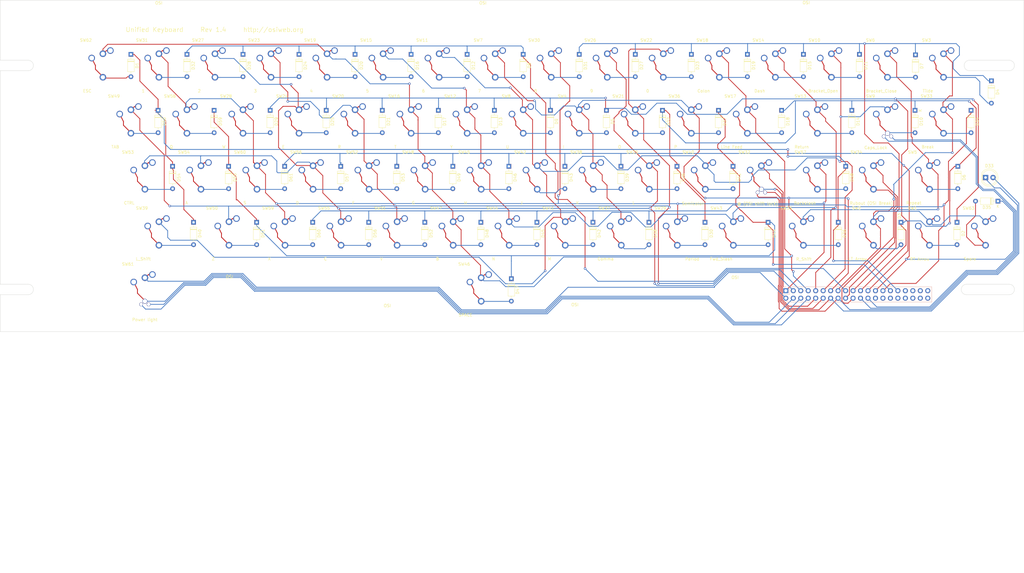
<source format=kicad_pcb>
(kicad_pcb (version 20171130) (host pcbnew "(5.1.5-0-10_14)")
  (title_block (title "Unified Retro Keyboard") (date 2019-08-25) (rev 1.4) (company OSIWeb.org) (comment 1 "Key matrix w/ LED"))
  (layers (0 F.Cu signal) (31 B.Cu signal) (34 B.Paste user) (35 F.Paste user) (36 B.SilkS user) (37 F.SilkS user) (38 B.Mask user) (39 F.Mask user) (44 Edge.Cuts user))
  (net 0 "")
  (net 1 /Row3)
  (net 2 /Row0)
  (net 3 /Row1)
  (net 4 "Net-(D5-Pad2)")
  (net 5 "Net-(D7-Pad2)")
  (net 6 "Net-(D8-Pad2)")
  (net 7 "Net-(D9-Pad2)")
  (net 8 "Net-(D10-Pad2)")
  (net 9 "Net-(D11-Pad2)")
  (net 10 "Net-(D12-Pad2)")
  (net 11 "Net-(D13-Pad2)")
  (net 12 "Net-(D14-Pad2)")
  (net 13 "Net-(D15-Pad2)")
  (net 14 "Net-(D16-Pad2)")
  (net 15 "Net-(D18-Pad2)")
  (net 16 "Net-(D19-Pad2)")
  (net 17 "Net-(D20-Pad2)")
  (net 18 "Net-(D22-Pad2)")
  (net 19 "Net-(D23-Pad2)")
  (net 20 "Net-(D24-Pad2)")
  (net 21 "Net-(D25-Pad2)")
  (net 22 "Net-(D26-Pad2)")
  (net 23 "Net-(D27-Pad2)")
  (net 24 "Net-(D28-Pad2)")
  (net 25 "Net-(D29-Pad2)")
  (net 26 "Net-(D30-Pad2)")
  (net 27 "Net-(D31-Pad2)")
  (net 28 "Net-(D32-Pad2)")
  (net 29 "Net-(D34-Pad2)")
  (net 30 "Net-(D36-Pad2)")
  (net 31 /Row4)
  (net 32 /Row5)
  (net 33 /Row7)
  (net 34 "Net-(D41-Pad2)")
  (net 35 "Net-(D42-Pad2)")
  (net 36 "Net-(D43-Pad2)")
  (net 37 "Net-(D45-Pad2)")
  (net 38 "Net-(D46-Pad2)")
  (net 39 "Net-(D47-Pad2)")
  (net 40 "Net-(D48-Pad2)")
  (net 41 "Net-(D49-Pad2)")
  (net 42 "Net-(D50-Pad2)")
  (net 43 "Net-(D51-Pad2)")
  (net 44 "Net-(D52-Pad2)")
  (net 45 "Net-(D53-Pad2)")
  (net 46 "Net-(D54-Pad2)")
  (net 47 "Net-(D55-Pad2)")
  (net 48 "Net-(D56-Pad2)")
  (net 49 "Net-(D57-Pad2)")
  (net 50 "Net-(D58-Pad2)")
  (net 51 "Net-(D59-Pad2)")
  (net 52 "Net-(D60-Pad2)")
  (net 53 "Net-(D61-Pad2)")
  (net 54 /Col0)
  (net 55 /Col1)
  (net 56 /Col2)
  (net 57 /Col3)
  (net 58 /Col4)
  (net 59 /Col5)
  (net 60 /Col6)
  (net 61 /Col7)
  (net 62 /Row6)
  (net 63 /Row2)
  (net 64 "Net-(J1-Pad40)")
  (net 65 "Net-(J1-Pad39)")
  (net 66 "Net-(J1-Pad38)")
  (net 67 "Net-(J1-Pad37)")
  (net 68 "Net-(J1-Pad36)")
  (net 69 "Net-(J1-Pad35)")
  (net 70 "Net-(J1-Pad34)")
  (net 71 "Net-(J1-Pad33)")
  (net 72 "Net-(D2-Pad2)")
  (net 73 "Net-(D3-Pad2)")
  (net 74 "Net-(D4-Pad2)")
  (net 75 "Net-(D6-Pad2)")
  (net 76 "Net-(D17-Pad2)")
  (net 77 "Net-(D21-Pad2)")
  (net 78 "Net-(D37-Pad2)")
  (net 79 "Net-(D38-Pad2)")
  (net 80 "Net-(D39-Pad2)")
  (net 81 "Net-(D40-Pad2)")
  (net 82 "Net-(D44-Pad2)")
  (net 83 "Net-(J1-Pad6)")
  (net 84 "Net-(J1-Pad8)")
  (net 85 "Net-(J1-Pad10)")
  (net 86 "Net-(J1-Pad12)")
  (net 87 "Net-(J1-Pad18)")
  (net 88 "Net-(J1-Pad20)")
  (net 89 "Net-(J1-Pad26)")
  (net 90 "Net-(J1-Pad28)")
  (net 91 "Net-(J1-Pad30)")
  (net 92 "Net-(J1-Pad32)")
  (net 93 "Net-(J1-Pad2)")
  (net 94 "Net-(J1-Pad4)")
  (net 95 "Net-(D1-Pad2)")
  (net 96 "Net-(D35-Pad2)")
  (net 97 "Net-(D33-Pad2)")
  (net 98 "Net-(D33-Pad1)")
  (net 99 "Net-(J1-Pad22)")
  (net 100 "Net-(J1-Pad24)")
  (module unikbd:Key_MX (layer F.Cu) (at 354.32238 89.79916)
    (fp_text reference SW3 (at -5.7912 -8.6106) (layer F.SilkS))
    (fp_text value Tilde (at -5.334 8.6614) (layer F.SilkS))
    (fp_line (start 1.27 -5.08) (end 0.7366 -4.6736) (layer F.Cu) (width 0.3048))
    (fp_line (start 1.651 -5.08) (end 1.27 -5.08) (layer F.Cu) (width 0.3048))
    (fp_line (start -2.54 1.27) (end 0 3.81) (layer F.Cu) (width 0.3048))
    (fp_line (start -2.54 0) (end -2.54 1.27) (layer F.Cu) (width 0.3048))
    (fp_line (start -3.81 -2.54) (end -2.54 0) (layer F.Cu) (width 0.3048))
    (pad 2 thru_hole circle (at 0 4.0005) (size 2.2352 2.2352) (drill 1.397) (layers *.Cu *.Mask) (net 74 "Net-(D4-Pad2)"))
    (pad 1 thru_hole circle (at 0 -4.0005) (size 2.2352 2.2352) (drill 1.397) (layers *.Cu *.Mask) (net 54 /Col0))
    (pad 3 thru_hole circle (at 2.54 -5.08) (size 2.2352 2.2352) (drill 1.5748) (layers *.Cu *.Mask))
    (pad "" np_thru_hole circle (at -5.08 0) (size 1.7018 1.7018) (drill 1.7018) (layers *.Cu *.Mask))
    (pad "" np_thru_hole circle (at 5.08 0) (size 1.7018 1.7018) (drill 1.7018) (layers *.Cu *.Mask))
    (pad "" np_thru_hole circle (at 0 0) (size 3.9878 3.9878) (drill 3.9878) (layers *.Cu *.Mask))
    (pad 4 thru_hole circle (at -3.81 -2.54) (size 2.2352 2.2352) (drill 1.5748) (layers *.Cu *.Mask))
  )
  (module "unikbd:OSI mounting holes" (layer F.Cu) (at 197.15988 165.99916)
    (fp_text reference REF** (at 0 0.5) (layer F.SilkS))
    (fp_text value "OSI mounting holes")
    (fp_text user OSI (at 110.49762 -97.57156) (layer F.SilkS))
    (fp_text user OSI (at -109.56798 -97.46996) (layer F.SilkS))
    (fp_text user OSI (at 0.59182 -97.46996) (layer F.SilkS))
    (fp_text user OSI (at -31.86938 5.52704) (layer F.SilkS))
    (fp_text user OSI (at 31.88462 5.19684) (layer F.SilkS))
    (fp_text user OSI (at 86.31682 -4.09956) (layer F.SilkS))
    (fp_text user OSI (at -85.53958 -4.32816) (layer F.SilkS))
    (pad "" np_thru_hole circle (at 109.855 -92.8624) (size 3.500001 3.500001) (drill 3.500001) (layers *.Cu *.Mask))
    (pad "" np_thru_hole circle (at -109.855 -92.8624) (size 3.500001 3.500001) (drill 3.500001) (layers *.Cu *.Mask))
    (pad "" np_thru_hole circle (at 0 -92.8624) (size 3.500001 3.500001) (drill 3.500001) (layers *.Cu *.Mask))
    (pad "" np_thru_hole circle (at -31.75 10.16) (size 3.500001 3.500001) (drill 3.500001) (layers *.Cu *.Mask))
    (pad "" np_thru_hole circle (at 31.75 10.16) (size 3.500001 3.500001) (drill 3.500001) (layers *.Cu *.Mask))
    (pad "" np_thru_hole circle (at 85.979 0.4826) (size 3.500001 3.500001) (drill 3.500001) (layers *.Cu *.Mask))
    (pad "" np_thru_hole circle (at -85.979 0.4826) (size 3.500001 3.500001) (drill 3.500001) (layers *.Cu *.Mask))
  )
  (module unikbd:Key_MX_LED (layer F.Cu) (at 82.85988 165.99916)
    (fp_text reference SW61 (at -5.7912 -8.6106) (layer F.SilkS))
    (fp_text value "Power light" (at -0.04318 10.27684) (layer F.SilkS))
    (fp_line (start 1.27 -5.08) (end 0.7366 -4.6736) (layer F.Cu) (width 0.3048))
    (fp_line (start 1.651 -5.08) (end 1.27 -5.08) (layer F.Cu) (width 0.3048))
    (fp_line (start -2.54 1.27) (end 0 3.81) (layer F.Cu) (width 0.3048))
    (fp_line (start -2.54 0) (end -2.54 1.27) (layer F.Cu) (width 0.3048))
    (fp_line (start -3.81 -2.54) (end -2.54 0) (layer F.Cu) (width 0.3048))
    (pad 3 thru_hole circle (at -1.27 5.08) (size 1.27 1.27) (drill 1.0668) (layers *.Cu *.Mask) (net 84 "Net-(J1-Pad8)"))
    (pad 4 thru_hole circle (at 1.27 5.08) (size 1.27 1.27) (drill 1.0668) (layers *.Cu *.Mask) (net 83 "Net-(J1-Pad6)"))
    (pad 2 thru_hole circle (at 0 4.0005) (size 1.651 1.651) (drill 1.397) (layers *.Cu *.Mask) (net 94 "Net-(J1-Pad4)"))
    (pad 1 thru_hole circle (at 0 -4.0005) (size 2.2352 2.2352) (drill 1.397) (layers *.Cu *.Mask) (net 93 "Net-(J1-Pad2)"))
    (pad 6 thru_hole circle (at 2.54 -5.08) (size 2.2352 2.2352) (drill 1.5748) (layers *.Cu *.Mask))
    (pad "" np_thru_hole circle (at -5.08 0) (size 1.7018 1.7018) (drill 1.7018) (layers *.Cu *.Mask))
    (pad "" np_thru_hole circle (at 5.08 0) (size 1.7018 1.7018) (drill 1.7018) (layers *.Cu *.Mask))
    (pad "" np_thru_hole circle (at 0 0) (size 3.9878 3.9878) (drill 3.9878) (layers *.Cu *.Mask))
    (pad 5 thru_hole circle (at -3.81 -2.54) (size 2.2352 2.2352) (drill 1.5748) (layers *.Cu *.Mask))
  )
  (module unikbd:Key_MX_LED (layer F.Cu) (at 292.40988 127.89916)
    (fp_text reference SW32 (at -5.7912 -8.6106) (layer F.SilkS))
    (fp_text value "@ (OSI shift lock)" (at -1.27 8.89) (layer F.SilkS))
    (fp_line (start 1.27 -5.08) (end 0.7366 -4.6736) (layer F.Cu) (width 0.3048))
    (fp_line (start 1.651 -5.08) (end 1.27 -5.08) (layer F.Cu) (width 0.3048))
    (fp_line (start -2.54 1.27) (end 0 3.81) (layer F.Cu) (width 0.3048))
    (fp_line (start -2.54 0) (end -2.54 1.27) (layer F.Cu) (width 0.3048))
    (fp_line (start -3.81 -2.54) (end -2.54 0) (layer F.Cu) (width 0.3048))
    (pad 3 thru_hole circle (at -1.27 5.08) (size 1.27 1.27) (drill 1.0668) (layers *.Cu *.Mask) (net 98 "Net-(D33-Pad1)"))
    (pad 4 thru_hole circle (at 1.27 5.08) (size 1.27 1.27) (drill 1.0668) (layers *.Cu *.Mask) (net 97 "Net-(D33-Pad2)"))
    (pad 2 thru_hole circle (at 0 4.0005) (size 1.651 1.651) (drill 1.397) (layers *.Cu *.Mask) (net 86 "Net-(J1-Pad12)"))
    (pad 1 thru_hole circle (at 0 -4.0005) (size 2.2352 2.2352) (drill 1.397) (layers *.Cu *.Mask) (net 85 "Net-(J1-Pad10)"))
    (pad 6 thru_hole circle (at 2.54 -5.08) (size 2.2352 2.2352) (drill 1.5748) (layers *.Cu *.Mask))
    (pad "" np_thru_hole circle (at -5.08 0) (size 1.7018 1.7018) (drill 1.7018) (layers *.Cu *.Mask))
    (pad "" np_thru_hole circle (at 5.08 0) (size 1.7018 1.7018) (drill 1.7018) (layers *.Cu *.Mask))
    (pad "" np_thru_hole circle (at 0 0) (size 3.9878 3.9878) (drill 3.9878) (layers *.Cu *.Mask))
    (pad 5 thru_hole circle (at -3.81 -2.54) (size 2.2352 2.2352) (drill 1.5748) (layers *.Cu *.Mask))
  )
  (module unikbd:Key_MX_LED (layer F.Cu) (at 335.27238 108.84916)
    (fp_text reference SW9 (at -5.7912 -8.6106) (layer F.SilkS))
    (fp_text value Caps_Lock (at -3.98018 8.87984) (layer F.SilkS))
    (fp_line (start 1.27 -5.08) (end 0.7366 -4.6736) (layer F.Cu) (width 0.3048))
    (fp_line (start 1.651 -5.08) (end 1.27 -5.08) (layer F.Cu) (width 0.3048))
    (fp_line (start -2.54 1.27) (end 0 3.81) (layer F.Cu) (width 0.3048))
    (fp_line (start -2.54 0) (end -2.54 1.27) (layer F.Cu) (width 0.3048))
    (fp_line (start -3.81 -2.54) (end -2.54 0) (layer F.Cu) (width 0.3048))
    (pad 3 thru_hole circle (at -1.27 5.08) (size 1.27 1.27) (drill 1.0668) (layers *.Cu *.Mask) (net 100 "Net-(J1-Pad24)"))
    (pad 4 thru_hole circle (at 1.27 5.08) (size 1.27 1.27) (drill 1.0668) (layers *.Cu *.Mask) (net 99 "Net-(J1-Pad22)"))
    (pad 2 thru_hole circle (at 0 4.0005) (size 1.651 1.651) (drill 1.397) (layers *.Cu *.Mask) (net 8 "Net-(D10-Pad2)"))
    (pad 1 thru_hole circle (at 0 -4.0005) (size 2.2352 2.2352) (drill 1.397) (layers *.Cu *.Mask) (net 56 /Col2))
    (pad 6 thru_hole circle (at 2.54 -5.08) (size 2.2352 2.2352) (drill 1.5748) (layers *.Cu *.Mask))
    (pad "" np_thru_hole circle (at -5.08 0) (size 1.7018 1.7018) (drill 1.7018) (layers *.Cu *.Mask))
    (pad "" np_thru_hole circle (at 5.08 0) (size 1.7018 1.7018) (drill 1.7018) (layers *.Cu *.Mask))
    (pad "" np_thru_hole circle (at 0 0) (size 3.9878 3.9878) (drill 3.9878) (layers *.Cu *.Mask))
    (pad 5 thru_hole circle (at -3.81 -2.54) (size 2.2352 2.2352) (drill 1.5748) (layers *.Cu *.Mask))
  )
  (module unikbd:Key_MX (layer F.Cu) (at 87.62238 146.94916)
    (fp_text reference SW39 (at -5.7912 -8.6106) (layer F.SilkS))
    (fp_text value L_Shift (at -5.334 8.6614) (layer F.SilkS))
    (fp_line (start 1.27 -5.08) (end 0.7366 -4.6736) (layer F.Cu) (width 0.3048))
    (fp_line (start 1.651 -5.08) (end 1.27 -5.08) (layer F.Cu) (width 0.3048))
    (fp_line (start -2.54 1.27) (end 0 3.81) (layer F.Cu) (width 0.3048))
    (fp_line (start -2.54 0) (end -2.54 1.27) (layer F.Cu) (width 0.3048))
    (fp_line (start -3.81 -2.54) (end -2.54 0) (layer F.Cu) (width 0.3048))
    (pad 2 thru_hole circle (at 0 4.0005) (size 2.2352 2.2352) (drill 1.397) (layers *.Cu *.Mask) (net 81 "Net-(D40-Pad2)"))
    (pad 1 thru_hole circle (at 0 -4.0005) (size 2.2352 2.2352) (drill 1.397) (layers *.Cu *.Mask) (net 56 /Col2))
    (pad 3 thru_hole circle (at 2.54 -5.08) (size 2.2352 2.2352) (drill 1.5748) (layers *.Cu *.Mask))
    (pad "" np_thru_hole circle (at -5.08 0) (size 1.7018 1.7018) (drill 1.7018) (layers *.Cu *.Mask))
    (pad "" np_thru_hole circle (at 5.08 0) (size 1.7018 1.7018) (drill 1.7018) (layers *.Cu *.Mask))
    (pad "" np_thru_hole circle (at 0 0) (size 3.9878 3.9878) (drill 3.9878) (layers *.Cu *.Mask))
    (pad 4 thru_hole circle (at -3.81 -2.54) (size 2.2352 2.2352) (drill 1.5748) (layers *.Cu *.Mask))
  )
  (module unikbd:Key_MX (layer F.Cu) (at 273.35988 127.89916)
    (fp_text reference SW40 (at -5.7912 -8.6106) (layer F.SilkS))
    (fp_text value Semicolon (at -4.13258 8.87984) (layer F.SilkS))
    (fp_line (start 1.27 -5.08) (end 0.7366 -4.6736) (layer F.Cu) (width 0.3048))
    (fp_line (start 1.651 -5.08) (end 1.27 -5.08) (layer F.Cu) (width 0.3048))
    (fp_line (start -2.54 1.27) (end 0 3.81) (layer F.Cu) (width 0.3048))
    (fp_line (start -2.54 0) (end -2.54 1.27) (layer F.Cu) (width 0.3048))
    (fp_line (start -3.81 -2.54) (end -2.54 0) (layer F.Cu) (width 0.3048))
    (pad 2 thru_hole circle (at 0 4.0005) (size 2.2352 2.2352) (drill 1.397) (layers *.Cu *.Mask) (net 34 "Net-(D41-Pad2)"))
    (pad 1 thru_hole circle (at 0 -4.0005) (size 2.2352 2.2352) (drill 1.397) (layers *.Cu *.Mask) (net 56 /Col2))
    (pad 3 thru_hole circle (at 2.54 -5.08) (size 2.2352 2.2352) (drill 1.5748) (layers *.Cu *.Mask))
    (pad "" np_thru_hole circle (at -5.08 0) (size 1.7018 1.7018) (drill 1.7018) (layers *.Cu *.Mask))
    (pad "" np_thru_hole circle (at 5.08 0) (size 1.7018 1.7018) (drill 1.7018) (layers *.Cu *.Mask))
    (pad "" np_thru_hole circle (at 0 0) (size 3.9878 3.9878) (drill 3.9878) (layers *.Cu *.Mask))
    (pad 4 thru_hole circle (at -3.81 -2.54) (size 2.2352 2.2352) (drill 1.5748) (layers *.Cu *.Mask))
  )
  (module unikbd:Key_MX (layer F.Cu) (at 368.60988 146.94916)
    (fp_text reference SW63 (at -5.7912 -8.6106) (layer F.SilkS))
    (fp_text value Spare (at -5.334 8.6614) (layer F.SilkS))
    (fp_line (start 1.27 -5.08) (end 0.7366 -4.6736) (layer F.Cu) (width 0.3048))
    (fp_line (start 1.651 -5.08) (end 1.27 -5.08) (layer F.Cu) (width 0.3048))
    (fp_line (start -2.54 1.27) (end 0 3.81) (layer F.Cu) (width 0.3048))
    (fp_line (start -2.54 0) (end -2.54 1.27) (layer F.Cu) (width 0.3048))
    (fp_line (start -3.81 -2.54) (end -2.54 0) (layer F.Cu) (width 0.3048))
    (pad 2 thru_hole circle (at 0 4.0005) (size 2.2352 2.2352) (drill 1.397) (layers *.Cu *.Mask) (net 96 "Net-(D35-Pad2)"))
    (pad 1 thru_hole circle (at 0 -4.0005) (size 2.2352 2.2352) (drill 1.397) (layers *.Cu *.Mask) (net 54 /Col0))
    (pad 3 thru_hole circle (at 2.54 -5.08) (size 2.2352 2.2352) (drill 1.5748) (layers *.Cu *.Mask))
    (pad "" np_thru_hole circle (at -5.08 0) (size 1.7018 1.7018) (drill 1.7018) (layers *.Cu *.Mask))
    (pad "" np_thru_hole circle (at 5.08 0) (size 1.7018 1.7018) (drill 1.7018) (layers *.Cu *.Mask))
    (pad "" np_thru_hole circle (at 0 0) (size 3.9878 3.9878) (drill 3.9878) (layers *.Cu *.Mask))
    (pad 4 thru_hole circle (at -3.81 -2.54) (size 2.2352 2.2352) (drill 1.5748) (layers *.Cu *.Mask))
  )
  (module unikbd:Key_MX (layer F.Cu) (at 68.57238 89.79916)
    (fp_text reference SW62 (at -5.7912 -8.6106) (layer F.SilkS))
    (fp_text value ESC (at -5.334 8.6614) (layer F.SilkS))
    (fp_line (start 1.27 -5.08) (end 0.7366 -4.6736) (layer F.Cu) (width 0.3048))
    (fp_line (start 1.651 -5.08) (end 1.27 -5.08) (layer F.Cu) (width 0.3048))
    (fp_line (start -2.54 1.27) (end 0 3.81) (layer F.Cu) (width 0.3048))
    (fp_line (start -2.54 0) (end -2.54 1.27) (layer F.Cu) (width 0.3048))
    (fp_line (start -3.81 -2.54) (end -2.54 0) (layer F.Cu) (width 0.3048))
    (pad 2 thru_hole circle (at 0 4.0005) (size 2.2352 2.2352) (drill 1.397) (layers *.Cu *.Mask) (net 95 "Net-(D1-Pad2)"))
    (pad 1 thru_hole circle (at 0 -4.0005) (size 2.2352 2.2352) (drill 1.397) (layers *.Cu *.Mask) (net 58 /Col4))
    (pad 3 thru_hole circle (at 2.54 -5.08) (size 2.2352 2.2352) (drill 1.5748) (layers *.Cu *.Mask))
    (pad "" np_thru_hole circle (at -5.08 0) (size 1.7018 1.7018) (drill 1.7018) (layers *.Cu *.Mask))
    (pad "" np_thru_hole circle (at 5.08 0) (size 1.7018 1.7018) (drill 1.7018) (layers *.Cu *.Mask))
    (pad "" np_thru_hole circle (at 0 0) (size 3.9878 3.9878) (drill 3.9878) (layers *.Cu *.Mask))
    (pad 4 thru_hole circle (at -3.81 -2.54) (size 2.2352 2.2352) (drill 1.5748) (layers *.Cu *.Mask))
  )
  (module unikbd:Key_MX (layer F.Cu) (at 197.15988 165.99916)
    (fp_text reference SW46 (at -5.7912 -8.6106) (layer F.SilkS))
    (fp_text value SPACE (at -5.334 8.6614) (layer F.SilkS))
    (fp_line (start 1.27 -5.08) (end 0.7366 -4.6736) (layer F.Cu) (width 0.3048))
    (fp_line (start 1.651 -5.08) (end 1.27 -5.08) (layer F.Cu) (width 0.3048))
    (fp_line (start -2.54 1.27) (end 0 3.81) (layer F.Cu) (width 0.3048))
    (fp_line (start -2.54 0) (end -2.54 1.27) (layer F.Cu) (width 0.3048))
    (fp_line (start -3.81 -2.54) (end -2.54 0) (layer F.Cu) (width 0.3048))
    (pad 2 thru_hole circle (at 0 4.0005) (size 2.2352 2.2352) (drill 1.397) (layers *.Cu *.Mask) (net 39 "Net-(D47-Pad2)"))
    (pad 1 thru_hole circle (at 0 -4.0005) (size 2.2352 2.2352) (drill 1.397) (layers *.Cu *.Mask) (net 58 /Col4))
    (pad 3 thru_hole circle (at 2.54 -5.08) (size 2.2352 2.2352) (drill 1.5748) (layers *.Cu *.Mask))
    (pad "" np_thru_hole circle (at -5.08 0) (size 1.7018 1.7018) (drill 1.7018) (layers *.Cu *.Mask))
    (pad "" np_thru_hole circle (at 5.08 0) (size 1.7018 1.7018) (drill 1.7018) (layers *.Cu *.Mask))
    (pad "" np_thru_hole circle (at 0 0) (size 3.9878 3.9878) (drill 3.9878) (layers *.Cu *.Mask))
    (pad 4 thru_hole circle (at -3.81 -2.54) (size 2.2352 2.2352) (drill 1.5748) (layers *.Cu *.Mask))
  )
  (module unikbd:Key_MX (layer F.Cu) (at 244.78488 146.94916)
    (fp_text reference SW37 (at -5.7912 -8.6106) (layer F.SilkS))
    (fp_text value Comma (at -5.334 8.6614) (layer F.SilkS))
    (fp_line (start 1.27 -5.08) (end 0.7366 -4.6736) (layer F.Cu) (width 0.3048))
    (fp_line (start 1.651 -5.08) (end 1.27 -5.08) (layer F.Cu) (width 0.3048))
    (fp_line (start -2.54 1.27) (end 0 3.81) (layer F.Cu) (width 0.3048))
    (fp_line (start -2.54 0) (end -2.54 1.27) (layer F.Cu) (width 0.3048))
    (fp_line (start -3.81 -2.54) (end -2.54 0) (layer F.Cu) (width 0.3048))
    (pad 2 thru_hole circle (at 0 4.0005) (size 2.2352 2.2352) (drill 1.397) (layers *.Cu *.Mask) (net 79 "Net-(D38-Pad2)"))
    (pad 1 thru_hole circle (at 0 -4.0005) (size 2.2352 2.2352) (drill 1.397) (layers *.Cu *.Mask) (net 55 /Col1))
    (pad 3 thru_hole circle (at 2.54 -5.08) (size 2.2352 2.2352) (drill 1.5748) (layers *.Cu *.Mask))
    (pad "" np_thru_hole circle (at -5.08 0) (size 1.7018 1.7018) (drill 1.7018) (layers *.Cu *.Mask))
    (pad "" np_thru_hole circle (at 5.08 0) (size 1.7018 1.7018) (drill 1.7018) (layers *.Cu *.Mask))
    (pad "" np_thru_hole circle (at 0 0) (size 3.9878 3.9878) (drill 3.9878) (layers *.Cu *.Mask))
    (pad 4 thru_hole circle (at -3.81 -2.54) (size 2.2352 2.2352) (drill 1.5748) (layers *.Cu *.Mask))
  )
  (module unikbd:Key_MX (layer F.Cu) (at 87.62238 89.79916)
    (fp_text reference SW31 (at -5.7912 -8.6106) (layer F.SilkS))
    (fp_text value 1 (at -5.334 8.6614) (layer F.SilkS))
    (fp_line (start 1.27 -5.08) (end 0.7366 -4.6736) (layer F.Cu) (width 0.3048))
    (fp_line (start 1.651 -5.08) (end 1.27 -5.08) (layer F.Cu) (width 0.3048))
    (fp_line (start -2.54 1.27) (end 0 3.81) (layer F.Cu) (width 0.3048))
    (fp_line (start -2.54 0) (end -2.54 1.27) (layer F.Cu) (width 0.3048))
    (fp_line (start -3.81 -2.54) (end -2.54 0) (layer F.Cu) (width 0.3048))
    (pad 2 thru_hole circle (at 0 4.0005) (size 2.2352 2.2352) (drill 1.397) (layers *.Cu *.Mask) (net 28 "Net-(D32-Pad2)"))
    (pad 1 thru_hole circle (at 0 -4.0005) (size 2.2352 2.2352) (drill 1.397) (layers *.Cu *.Mask) (net 61 /Col7))
    (pad 3 thru_hole circle (at 2.54 -5.08) (size 2.2352 2.2352) (drill 1.5748) (layers *.Cu *.Mask))
    (pad "" np_thru_hole circle (at -5.08 0) (size 1.7018 1.7018) (drill 1.7018) (layers *.Cu *.Mask))
    (pad "" np_thru_hole circle (at 5.08 0) (size 1.7018 1.7018) (drill 1.7018) (layers *.Cu *.Mask))
    (pad "" np_thru_hole circle (at 0 0) (size 3.9878 3.9878) (drill 3.9878) (layers *.Cu *.Mask))
    (pad 4 thru_hole circle (at -3.81 -2.54) (size 2.2352 2.2352) (drill 1.5748) (layers *.Cu *.Mask))
  )
  (module unikbd:Key_MX (layer F.Cu) (at 220.97238 89.79916)
    (fp_text reference SW30 (at -5.7912 -8.6106) (layer F.SilkS))
    (fp_text value 8 (at -5.334 8.6614) (layer F.SilkS))
    (fp_line (start 1.27 -5.08) (end 0.7366 -4.6736) (layer F.Cu) (width 0.3048))
    (fp_line (start 1.651 -5.08) (end 1.27 -5.08) (layer F.Cu) (width 0.3048))
    (fp_line (start -2.54 1.27) (end 0 3.81) (layer F.Cu) (width 0.3048))
    (fp_line (start -2.54 0) (end -2.54 1.27) (layer F.Cu) (width 0.3048))
    (fp_line (start -3.81 -2.54) (end -2.54 0) (layer F.Cu) (width 0.3048))
    (pad 2 thru_hole circle (at 0 4.0005) (size 2.2352 2.2352) (drill 1.397) (layers *.Cu *.Mask) (net 27 "Net-(D31-Pad2)"))
    (pad 1 thru_hole circle (at 0 -4.0005) (size 2.2352 2.2352) (drill 1.397) (layers *.Cu *.Mask) (net 61 /Col7))
    (pad 3 thru_hole circle (at 2.54 -5.08) (size 2.2352 2.2352) (drill 1.5748) (layers *.Cu *.Mask))
    (pad "" np_thru_hole circle (at -5.08 0) (size 1.7018 1.7018) (drill 1.7018) (layers *.Cu *.Mask))
    (pad "" np_thru_hole circle (at 5.08 0) (size 1.7018 1.7018) (drill 1.7018) (layers *.Cu *.Mask))
    (pad "" np_thru_hole circle (at 0 0) (size 3.9878 3.9878) (drill 3.9878) (layers *.Cu *.Mask))
    (pad 4 thru_hole circle (at -3.81 -2.54) (size 2.2352 2.2352) (drill 1.5748) (layers *.Cu *.Mask))
  )
  (module unikbd:Key_MX (layer F.Cu) (at 263.83488 146.94916)
    (fp_text reference SW29 (at -5.7912 -8.6106) (layer F.SilkS))
    (fp_text value Period (at 5.07492 8.68934) (layer F.SilkS))
    (fp_line (start 1.27 -5.08) (end 0.7366 -4.6736) (layer F.Cu) (width 0.3048))
    (fp_line (start 1.651 -5.08) (end 1.27 -5.08) (layer F.Cu) (width 0.3048))
    (fp_line (start -2.54 1.27) (end 0 3.81) (layer F.Cu) (width 0.3048))
    (fp_line (start -2.54 0) (end -2.54 1.27) (layer F.Cu) (width 0.3048))
    (fp_line (start -3.81 -2.54) (end -2.54 0) (layer F.Cu) (width 0.3048))
    (pad 2 thru_hole circle (at 0 4.0005) (size 2.2352 2.2352) (drill 1.397) (layers *.Cu *.Mask) (net 26 "Net-(D30-Pad2)"))
    (pad 1 thru_hole circle (at 0 -4.0005) (size 2.2352 2.2352) (drill 1.397) (layers *.Cu *.Mask) (net 61 /Col7))
    (pad 3 thru_hole circle (at 2.54 -5.08) (size 2.2352 2.2352) (drill 1.5748) (layers *.Cu *.Mask))
    (pad "" np_thru_hole circle (at -5.08 0) (size 1.7018 1.7018) (drill 1.7018) (layers *.Cu *.Mask))
    (pad "" np_thru_hole circle (at 5.08 0) (size 1.7018 1.7018) (drill 1.7018) (layers *.Cu *.Mask))
    (pad "" np_thru_hole circle (at 0 0) (size 3.9878 3.9878) (drill 3.9878) (layers *.Cu *.Mask))
    (pad 4 thru_hole circle (at -3.81 -2.54) (size 2.2352 2.2352) (drill 1.5748) (layers *.Cu *.Mask))
  )
  (module unikbd:Key_MX (layer F.Cu) (at 116.19738 108.84916)
    (fp_text reference SW28 (at -5.7912 -8.6106) (layer F.SilkS))
    (fp_text value W (at -6.50748 8.62584) (layer F.SilkS))
    (fp_line (start 1.27 -5.08) (end 0.7366 -4.6736) (layer F.Cu) (width 0.3048))
    (fp_line (start 1.651 -5.08) (end 1.27 -5.08) (layer F.Cu) (width 0.3048))
    (fp_line (start -2.54 1.27) (end 0 3.81) (layer F.Cu) (width 0.3048))
    (fp_line (start -2.54 0) (end -2.54 1.27) (layer F.Cu) (width 0.3048))
    (fp_line (start -3.81 -2.54) (end -2.54 0) (layer F.Cu) (width 0.3048))
    (pad 2 thru_hole circle (at 0 4.0005) (size 2.2352 2.2352) (drill 1.397) (layers *.Cu *.Mask) (net 25 "Net-(D29-Pad2)"))
    (pad 1 thru_hole circle (at 0 -4.0005) (size 2.2352 2.2352) (drill 1.397) (layers *.Cu *.Mask) (net 61 /Col7))
    (pad 3 thru_hole circle (at 2.54 -5.08) (size 2.2352 2.2352) (drill 1.5748) (layers *.Cu *.Mask))
    (pad "" np_thru_hole circle (at -5.08 0) (size 1.7018 1.7018) (drill 1.7018) (layers *.Cu *.Mask))
    (pad "" np_thru_hole circle (at 5.08 0) (size 1.7018 1.7018) (drill 1.7018) (layers *.Cu *.Mask))
    (pad "" np_thru_hole circle (at 0 0) (size 3.9878 3.9878) (drill 3.9878) (layers *.Cu *.Mask))
    (pad 4 thru_hole circle (at -3.81 -2.54) (size 2.2352 2.2352) (drill 1.5748) (layers *.Cu *.Mask))
  )
  (module unikbd:Key_MX (layer F.Cu) (at 106.67238 89.79916)
    (fp_text reference SW27 (at -5.7912 -8.6106) (layer F.SilkS))
    (fp_text value 2 (at -5.334 8.6614) (layer F.SilkS))
    (fp_line (start 1.27 -5.08) (end 0.7366 -4.6736) (layer F.Cu) (width 0.3048))
    (fp_line (start 1.651 -5.08) (end 1.27 -5.08) (layer F.Cu) (width 0.3048))
    (fp_line (start -2.54 1.27) (end 0 3.81) (layer F.Cu) (width 0.3048))
    (fp_line (start -2.54 0) (end -2.54 1.27) (layer F.Cu) (width 0.3048))
    (fp_line (start -3.81 -2.54) (end -2.54 0) (layer F.Cu) (width 0.3048))
    (pad 2 thru_hole circle (at 0 4.0005) (size 2.2352 2.2352) (drill 1.397) (layers *.Cu *.Mask) (net 24 "Net-(D28-Pad2)"))
    (pad 1 thru_hole circle (at 0 -4.0005) (size 2.2352 2.2352) (drill 1.397) (layers *.Cu *.Mask) (net 60 /Col6))
    (pad 3 thru_hole circle (at 2.54 -5.08) (size 2.2352 2.2352) (drill 1.5748) (layers *.Cu *.Mask))
    (pad "" np_thru_hole circle (at -5.08 0) (size 1.7018 1.7018) (drill 1.7018) (layers *.Cu *.Mask))
    (pad "" np_thru_hole circle (at 5.08 0) (size 1.7018 1.7018) (drill 1.7018) (layers *.Cu *.Mask))
    (pad "" np_thru_hole circle (at 0 0) (size 3.9878 3.9878) (drill 3.9878) (layers *.Cu *.Mask))
    (pad 4 thru_hole circle (at -3.81 -2.54) (size 2.2352 2.2352) (drill 1.5748) (layers *.Cu *.Mask))
  )
  (module unikbd:Key_MX (layer F.Cu) (at 240.02238 89.79916)
    (fp_text reference SW26 (at -5.7912 -8.6106) (layer F.SilkS))
    (fp_text value 9 (at -5.334 8.6614) (layer F.SilkS))
    (fp_line (start 1.27 -5.08) (end 0.7366 -4.6736) (layer F.Cu) (width 0.3048))
    (fp_line (start 1.651 -5.08) (end 1.27 -5.08) (layer F.Cu) (width 0.3048))
    (fp_line (start -2.54 1.27) (end 0 3.81) (layer F.Cu) (width 0.3048))
    (fp_line (start -2.54 0) (end -2.54 1.27) (layer F.Cu) (width 0.3048))
    (fp_line (start -3.81 -2.54) (end -2.54 0) (layer F.Cu) (width 0.3048))
    (pad 2 thru_hole circle (at 0 4.0005) (size 2.2352 2.2352) (drill 1.397) (layers *.Cu *.Mask) (net 23 "Net-(D27-Pad2)"))
    (pad 1 thru_hole circle (at 0 -4.0005) (size 2.2352 2.2352) (drill 1.397) (layers *.Cu *.Mask) (net 60 /Col6))
    (pad 3 thru_hole circle (at 2.54 -5.08) (size 2.2352 2.2352) (drill 1.5748) (layers *.Cu *.Mask))
    (pad "" np_thru_hole circle (at -5.08 0) (size 1.7018 1.7018) (drill 1.7018) (layers *.Cu *.Mask))
    (pad "" np_thru_hole circle (at 5.08 0) (size 1.7018 1.7018) (drill 1.7018) (layers *.Cu *.Mask))
    (pad "" np_thru_hole circle (at 0 0) (size 3.9878 3.9878) (drill 3.9878) (layers *.Cu *.Mask))
    (pad 4 thru_hole circle (at -3.81 -2.54) (size 2.2352 2.2352) (drill 1.5748) (layers *.Cu *.Mask))
  )
  (module unikbd:Key_MX (layer F.Cu) (at 254.30988 127.89916)
    (fp_text reference SW25 (at -5.7912 -8.6106) (layer F.SilkS))
    (fp_text value L (at -5.334 8.6614) (layer F.SilkS))
    (fp_line (start 1.27 -5.08) (end 0.7366 -4.6736) (layer F.Cu) (width 0.3048))
    (fp_line (start 1.651 -5.08) (end 1.27 -5.08) (layer F.Cu) (width 0.3048))
    (fp_line (start -2.54 1.27) (end 0 3.81) (layer F.Cu) (width 0.3048))
    (fp_line (start -2.54 0) (end -2.54 1.27) (layer F.Cu) (width 0.3048))
    (fp_line (start -3.81 -2.54) (end -2.54 0) (layer F.Cu) (width 0.3048))
    (pad 2 thru_hole circle (at 0 4.0005) (size 2.2352 2.2352) (drill 1.397) (layers *.Cu *.Mask) (net 22 "Net-(D26-Pad2)"))
    (pad 1 thru_hole circle (at 0 -4.0005) (size 2.2352 2.2352) (drill 1.397) (layers *.Cu *.Mask) (net 60 /Col6))
    (pad 3 thru_hole circle (at 2.54 -5.08) (size 2.2352 2.2352) (drill 1.5748) (layers *.Cu *.Mask))
    (pad "" np_thru_hole circle (at -5.08 0) (size 1.7018 1.7018) (drill 1.7018) (layers *.Cu *.Mask))
    (pad "" np_thru_hole circle (at 5.08 0) (size 1.7018 1.7018) (drill 1.7018) (layers *.Cu *.Mask))
    (pad "" np_thru_hole circle (at 0 0) (size 3.9878 3.9878) (drill 3.9878) (layers *.Cu *.Mask))
    (pad 4 thru_hole circle (at -3.81 -2.54) (size 2.2352 2.2352) (drill 1.5748) (layers *.Cu *.Mask))
  )
  (module unikbd:Key_MX (layer F.Cu) (at 135.24738 108.84916)
    (fp_text reference SW24 (at -5.7912 -8.6106) (layer F.SilkS))
    (fp_text value E (at -5.334 8.6614) (layer F.SilkS))
    (fp_line (start 1.27 -5.08) (end 0.7366 -4.6736) (layer F.Cu) (width 0.3048))
    (fp_line (start 1.651 -5.08) (end 1.27 -5.08) (layer F.Cu) (width 0.3048))
    (fp_line (start -2.54 1.27) (end 0 3.81) (layer F.Cu) (width 0.3048))
    (fp_line (start -2.54 0) (end -2.54 1.27) (layer F.Cu) (width 0.3048))
    (fp_line (start -3.81 -2.54) (end -2.54 0) (layer F.Cu) (width 0.3048))
    (pad 2 thru_hole circle (at 0 4.0005) (size 2.2352 2.2352) (drill 1.397) (layers *.Cu *.Mask) (net 21 "Net-(D25-Pad2)"))
    (pad 1 thru_hole circle (at 0 -4.0005) (size 2.2352 2.2352) (drill 1.397) (layers *.Cu *.Mask) (net 60 /Col6))
    (pad 3 thru_hole circle (at 2.54 -5.08) (size 2.2352 2.2352) (drill 1.5748) (layers *.Cu *.Mask))
    (pad "" np_thru_hole circle (at -5.08 0) (size 1.7018 1.7018) (drill 1.7018) (layers *.Cu *.Mask))
    (pad "" np_thru_hole circle (at 5.08 0) (size 1.7018 1.7018) (drill 1.7018) (layers *.Cu *.Mask))
    (pad "" np_thru_hole circle (at 0 0) (size 3.9878 3.9878) (drill 3.9878) (layers *.Cu *.Mask))
    (pad 4 thru_hole circle (at -3.81 -2.54) (size 2.2352 2.2352) (drill 1.5748) (layers *.Cu *.Mask))
  )
  (module unikbd:Key_MX (layer F.Cu) (at 125.72238 89.79916)
    (fp_text reference SW23 (at -5.7912 -8.6106) (layer F.SilkS))
    (fp_text value 3 (at -5.334 8.6614) (layer F.SilkS))
    (fp_line (start 1.27 -5.08) (end 0.7366 -4.6736) (layer F.Cu) (width 0.3048))
    (fp_line (start 1.651 -5.08) (end 1.27 -5.08) (layer F.Cu) (width 0.3048))
    (fp_line (start -2.54 1.27) (end 0 3.81) (layer F.Cu) (width 0.3048))
    (fp_line (start -2.54 0) (end -2.54 1.27) (layer F.Cu) (width 0.3048))
    (fp_line (start -3.81 -2.54) (end -2.54 0) (layer F.Cu) (width 0.3048))
    (pad 2 thru_hole circle (at 0 4.0005) (size 2.2352 2.2352) (drill 1.397) (layers *.Cu *.Mask) (net 20 "Net-(D24-Pad2)"))
    (pad 1 thru_hole circle (at 0 -4.0005) (size 2.2352 2.2352) (drill 1.397) (layers *.Cu *.Mask) (net 59 /Col5))
    (pad 3 thru_hole circle (at 2.54 -5.08) (size 2.2352 2.2352) (drill 1.5748) (layers *.Cu *.Mask))
    (pad "" np_thru_hole circle (at -5.08 0) (size 1.7018 1.7018) (drill 1.7018) (layers *.Cu *.Mask))
    (pad "" np_thru_hole circle (at 5.08 0) (size 1.7018 1.7018) (drill 1.7018) (layers *.Cu *.Mask))
    (pad "" np_thru_hole circle (at 0 0) (size 3.9878 3.9878) (drill 3.9878) (layers *.Cu *.Mask))
    (pad 4 thru_hole circle (at -3.81 -2.54) (size 2.2352 2.2352) (drill 1.5748) (layers *.Cu *.Mask))
  )
  (module unikbd:Key_MX (layer F.Cu) (at 259.07238 89.79916)
    (fp_text reference SW22 (at -5.7912 -8.6106) (layer F.SilkS))
    (fp_text value 0 (at -5.334 8.6614) (layer F.SilkS))
    (fp_line (start 1.27 -5.08) (end 0.7366 -4.6736) (layer F.Cu) (width 0.3048))
    (fp_line (start 1.651 -5.08) (end 1.27 -5.08) (layer F.Cu) (width 0.3048))
    (fp_line (start -2.54 1.27) (end 0 3.81) (layer F.Cu) (width 0.3048))
    (fp_line (start -2.54 0) (end -2.54 1.27) (layer F.Cu) (width 0.3048))
    (fp_line (start -3.81 -2.54) (end -2.54 0) (layer F.Cu) (width 0.3048))
    (pad 2 thru_hole circle (at 0 4.0005) (size 2.2352 2.2352) (drill 1.397) (layers *.Cu *.Mask) (net 19 "Net-(D23-Pad2)"))
    (pad 1 thru_hole circle (at 0 -4.0005) (size 2.2352 2.2352) (drill 1.397) (layers *.Cu *.Mask) (net 59 /Col5))
    (pad 3 thru_hole circle (at 2.54 -5.08) (size 2.2352 2.2352) (drill 1.5748) (layers *.Cu *.Mask))
    (pad "" np_thru_hole circle (at -5.08 0) (size 1.7018 1.7018) (drill 1.7018) (layers *.Cu *.Mask))
    (pad "" np_thru_hole circle (at 5.08 0) (size 1.7018 1.7018) (drill 1.7018) (layers *.Cu *.Mask))
    (pad "" np_thru_hole circle (at 0 0) (size 3.9878 3.9878) (drill 3.9878) (layers *.Cu *.Mask))
    (pad 4 thru_hole circle (at -3.81 -2.54) (size 2.2352 2.2352) (drill 1.5748) (layers *.Cu *.Mask))
  )
  (module unikbd:Key_MX (layer F.Cu) (at 249.54738 108.84916)
    (fp_text reference SW21 (at -5.7912 -8.6106) (layer F.SilkS))
    (fp_text value O (at -5.334 8.6614) (layer F.SilkS))
    (fp_line (start 1.27 -5.08) (end 0.7366 -4.6736) (layer F.Cu) (width 0.3048))
    (fp_line (start 1.651 -5.08) (end 1.27 -5.08) (layer F.Cu) (width 0.3048))
    (fp_line (start -2.54 1.27) (end 0 3.81) (layer F.Cu) (width 0.3048))
    (fp_line (start -2.54 0) (end -2.54 1.27) (layer F.Cu) (width 0.3048))
    (fp_line (start -3.81 -2.54) (end -2.54 0) (layer F.Cu) (width 0.3048))
    (pad 2 thru_hole circle (at 0 4.0005) (size 2.2352 2.2352) (drill 1.397) (layers *.Cu *.Mask) (net 18 "Net-(D22-Pad2)"))
    (pad 1 thru_hole circle (at 0 -4.0005) (size 2.2352 2.2352) (drill 1.397) (layers *.Cu *.Mask) (net 59 /Col5))
    (pad 3 thru_hole circle (at 2.54 -5.08) (size 2.2352 2.2352) (drill 1.5748) (layers *.Cu *.Mask))
    (pad "" np_thru_hole circle (at -5.08 0) (size 1.7018 1.7018) (drill 1.7018) (layers *.Cu *.Mask))
    (pad "" np_thru_hole circle (at 5.08 0) (size 1.7018 1.7018) (drill 1.7018) (layers *.Cu *.Mask))
    (pad "" np_thru_hole circle (at 0 0) (size 3.9878 3.9878) (drill 3.9878) (layers *.Cu *.Mask))
    (pad 4 thru_hole circle (at -3.81 -2.54) (size 2.2352 2.2352) (drill 1.5748) (layers *.Cu *.Mask))
  )
  (module unikbd:Key_MX (layer F.Cu) (at 154.29738 108.84916)
    (fp_text reference SW20 (at -5.7912 -8.6106) (layer F.SilkS))
    (fp_text value R (at -5.334 8.6614) (layer F.SilkS))
    (fp_line (start 1.27 -5.08) (end 0.7366 -4.6736) (layer F.Cu) (width 0.3048))
    (fp_line (start 1.651 -5.08) (end 1.27 -5.08) (layer F.Cu) (width 0.3048))
    (fp_line (start -2.54 1.27) (end 0 3.81) (layer F.Cu) (width 0.3048))
    (fp_line (start -2.54 0) (end -2.54 1.27) (layer F.Cu) (width 0.3048))
    (fp_line (start -3.81 -2.54) (end -2.54 0) (layer F.Cu) (width 0.3048))
    (pad 2 thru_hole circle (at 0 4.0005) (size 2.2352 2.2352) (drill 1.397) (layers *.Cu *.Mask) (net 77 "Net-(D21-Pad2)"))
    (pad 1 thru_hole circle (at 0 -4.0005) (size 2.2352 2.2352) (drill 1.397) (layers *.Cu *.Mask) (net 59 /Col5))
    (pad 3 thru_hole circle (at 2.54 -5.08) (size 2.2352 2.2352) (drill 1.5748) (layers *.Cu *.Mask))
    (pad "" np_thru_hole circle (at -5.08 0) (size 1.7018 1.7018) (drill 1.7018) (layers *.Cu *.Mask))
    (pad "" np_thru_hole circle (at 5.08 0) (size 1.7018 1.7018) (drill 1.7018) (layers *.Cu *.Mask))
    (pad "" np_thru_hole circle (at 0 0) (size 3.9878 3.9878) (drill 3.9878) (layers *.Cu *.Mask))
    (pad 4 thru_hole circle (at -3.81 -2.54) (size 2.2352 2.2352) (drill 1.5748) (layers *.Cu *.Mask))
  )
  (module unikbd:Key_MX (layer F.Cu) (at 144.77238 89.79916)
    (fp_text reference SW19 (at -5.7912 -8.6106) (layer F.SilkS))
    (fp_text value 4 (at -5.334 8.6614) (layer F.SilkS))
    (fp_line (start 1.27 -5.08) (end 0.7366 -4.6736) (layer F.Cu) (width 0.3048))
    (fp_line (start 1.651 -5.08) (end 1.27 -5.08) (layer F.Cu) (width 0.3048))
    (fp_line (start -2.54 1.27) (end 0 3.81) (layer F.Cu) (width 0.3048))
    (fp_line (start -2.54 0) (end -2.54 1.27) (layer F.Cu) (width 0.3048))
    (fp_line (start -3.81 -2.54) (end -2.54 0) (layer F.Cu) (width 0.3048))
    (pad 2 thru_hole circle (at 0 4.0005) (size 2.2352 2.2352) (drill 1.397) (layers *.Cu *.Mask) (net 17 "Net-(D20-Pad2)"))
    (pad 1 thru_hole circle (at 0 -4.0005) (size 2.2352 2.2352) (drill 1.397) (layers *.Cu *.Mask) (net 58 /Col4))
    (pad 3 thru_hole circle (at 2.54 -5.08) (size 2.2352 2.2352) (drill 1.5748) (layers *.Cu *.Mask))
    (pad "" np_thru_hole circle (at -5.08 0) (size 1.7018 1.7018) (drill 1.7018) (layers *.Cu *.Mask))
    (pad "" np_thru_hole circle (at 5.08 0) (size 1.7018 1.7018) (drill 1.7018) (layers *.Cu *.Mask))
    (pad "" np_thru_hole circle (at 0 0) (size 3.9878 3.9878) (drill 3.9878) (layers *.Cu *.Mask))
    (pad 4 thru_hole circle (at -3.81 -2.54) (size 2.2352 2.2352) (drill 1.5748) (layers *.Cu *.Mask))
  )
  (module unikbd:Key_MX (layer F.Cu) (at 278.12238 89.79916)
    (fp_text reference SW18 (at -5.7912 -8.6106) (layer F.SilkS))
    (fp_text value Colon (at -5.334 8.6614) (layer F.SilkS))
    (fp_line (start 1.27 -5.08) (end 0.7366 -4.6736) (layer F.Cu) (width 0.3048))
    (fp_line (start 1.651 -5.08) (end 1.27 -5.08) (layer F.Cu) (width 0.3048))
    (fp_line (start -2.54 1.27) (end 0 3.81) (layer F.Cu) (width 0.3048))
    (fp_line (start -2.54 0) (end -2.54 1.27) (layer F.Cu) (width 0.3048))
    (fp_line (start -3.81 -2.54) (end -2.54 0) (layer F.Cu) (width 0.3048))
    (pad 2 thru_hole circle (at 0 4.0005) (size 2.2352 2.2352) (drill 1.397) (layers *.Cu *.Mask) (net 16 "Net-(D19-Pad2)"))
    (pad 1 thru_hole circle (at 0 -4.0005) (size 2.2352 2.2352) (drill 1.397) (layers *.Cu *.Mask) (net 58 /Col4))
    (pad 3 thru_hole circle (at 2.54 -5.08) (size 2.2352 2.2352) (drill 1.5748) (layers *.Cu *.Mask))
    (pad "" np_thru_hole circle (at -5.08 0) (size 1.7018 1.7018) (drill 1.7018) (layers *.Cu *.Mask))
    (pad "" np_thru_hole circle (at 5.08 0) (size 1.7018 1.7018) (drill 1.7018) (layers *.Cu *.Mask))
    (pad "" np_thru_hole circle (at 0 0) (size 3.9878 3.9878) (drill 3.9878) (layers *.Cu *.Mask))
    (pad 4 thru_hole circle (at -3.81 -2.54) (size 2.2352 2.2352) (drill 1.5748) (layers *.Cu *.Mask))
  )
  (module unikbd:Key_MX (layer F.Cu) (at 287.64738 108.84916)
    (fp_text reference SW17 (at -5.7912 -8.6106) (layer F.SilkS))
    (fp_text value "Line Feed" (at -5.334 8.6614) (layer F.SilkS))
    (fp_line (start 1.27 -5.08) (end 0.7366 -4.6736) (layer F.Cu) (width 0.3048))
    (fp_line (start 1.651 -5.08) (end 1.27 -5.08) (layer F.Cu) (width 0.3048))
    (fp_line (start -2.54 1.27) (end 0 3.81) (layer F.Cu) (width 0.3048))
    (fp_line (start -2.54 0) (end -2.54 1.27) (layer F.Cu) (width 0.3048))
    (fp_line (start -3.81 -2.54) (end -2.54 0) (layer F.Cu) (width 0.3048))
    (pad 2 thru_hole circle (at 0 4.0005) (size 2.2352 2.2352) (drill 1.397) (layers *.Cu *.Mask) (net 15 "Net-(D18-Pad2)"))
    (pad 1 thru_hole circle (at 0 -4.0005) (size 2.2352 2.2352) (drill 1.397) (layers *.Cu *.Mask) (net 58 /Col4))
    (pad 3 thru_hole circle (at 2.54 -5.08) (size 2.2352 2.2352) (drill 1.5748) (layers *.Cu *.Mask))
    (pad "" np_thru_hole circle (at -5.08 0) (size 1.7018 1.7018) (drill 1.7018) (layers *.Cu *.Mask))
    (pad "" np_thru_hole circle (at 5.08 0) (size 1.7018 1.7018) (drill 1.7018) (layers *.Cu *.Mask))
    (pad "" np_thru_hole circle (at 0 0) (size 3.9878 3.9878) (drill 3.9878) (layers *.Cu *.Mask))
    (pad 4 thru_hole circle (at -3.81 -2.54) (size 2.2352 2.2352) (drill 1.5748) (layers *.Cu *.Mask))
  )
  (module unikbd:Key_MX (layer F.Cu) (at 173.34738 108.84916)
    (fp_text reference SW16 (at -5.7912 -8.6106) (layer F.SilkS))
    (fp_text value T (at -5.334 8.6614) (layer F.SilkS))
    (fp_line (start 1.27 -5.08) (end 0.7366 -4.6736) (layer F.Cu) (width 0.3048))
    (fp_line (start 1.651 -5.08) (end 1.27 -5.08) (layer F.Cu) (width 0.3048))
    (fp_line (start -2.54 1.27) (end 0 3.81) (layer F.Cu) (width 0.3048))
    (fp_line (start -2.54 0) (end -2.54 1.27) (layer F.Cu) (width 0.3048))
    (fp_line (start -3.81 -2.54) (end -2.54 0) (layer F.Cu) (width 0.3048))
    (pad 2 thru_hole circle (at 0 4.0005) (size 2.2352 2.2352) (drill 1.397) (layers *.Cu *.Mask) (net 76 "Net-(D17-Pad2)"))
    (pad 1 thru_hole circle (at 0 -4.0005) (size 2.2352 2.2352) (drill 1.397) (layers *.Cu *.Mask) (net 58 /Col4))
    (pad 3 thru_hole circle (at 2.54 -5.08) (size 2.2352 2.2352) (drill 1.5748) (layers *.Cu *.Mask))
    (pad "" np_thru_hole circle (at -5.08 0) (size 1.7018 1.7018) (drill 1.7018) (layers *.Cu *.Mask))
    (pad "" np_thru_hole circle (at 5.08 0) (size 1.7018 1.7018) (drill 1.7018) (layers *.Cu *.Mask))
    (pad "" np_thru_hole circle (at 0 0) (size 3.9878 3.9878) (drill 3.9878) (layers *.Cu *.Mask))
    (pad 4 thru_hole circle (at -3.81 -2.54) (size 2.2352 2.2352) (drill 1.5748) (layers *.Cu *.Mask))
  )
  (module unikbd:Key_MX (layer F.Cu) (at 163.82238 89.79916)
    (fp_text reference SW15 (at -5.7912 -8.6106) (layer F.SilkS))
    (fp_text value 5 (at -5.334 8.6614) (layer F.SilkS))
    (fp_line (start 1.27 -5.08) (end 0.7366 -4.6736) (layer F.Cu) (width 0.3048))
    (fp_line (start 1.651 -5.08) (end 1.27 -5.08) (layer F.Cu) (width 0.3048))
    (fp_line (start -2.54 1.27) (end 0 3.81) (layer F.Cu) (width 0.3048))
    (fp_line (start -2.54 0) (end -2.54 1.27) (layer F.Cu) (width 0.3048))
    (fp_line (start -3.81 -2.54) (end -2.54 0) (layer F.Cu) (width 0.3048))
    (pad 2 thru_hole circle (at 0 4.0005) (size 2.2352 2.2352) (drill 1.397) (layers *.Cu *.Mask) (net 14 "Net-(D16-Pad2)"))
    (pad 1 thru_hole circle (at 0 -4.0005) (size 2.2352 2.2352) (drill 1.397) (layers *.Cu *.Mask) (net 57 /Col3))
    (pad 3 thru_hole circle (at 2.54 -5.08) (size 2.2352 2.2352) (drill 1.5748) (layers *.Cu *.Mask))
    (pad "" np_thru_hole circle (at -5.08 0) (size 1.7018 1.7018) (drill 1.7018) (layers *.Cu *.Mask))
    (pad "" np_thru_hole circle (at 5.08 0) (size 1.7018 1.7018) (drill 1.7018) (layers *.Cu *.Mask))
    (pad "" np_thru_hole circle (at 0 0) (size 3.9878 3.9878) (drill 3.9878) (layers *.Cu *.Mask))
    (pad 4 thru_hole circle (at -3.81 -2.54) (size 2.2352 2.2352) (drill 1.5748) (layers *.Cu *.Mask))
  )
  (module unikbd:Key_MX (layer F.Cu) (at 297.17238 89.79916)
    (fp_text reference SW14 (at -5.7912 -8.6106) (layer F.SilkS))
    (fp_text value Dash (at -5.334 8.6614) (layer F.SilkS))
    (fp_line (start 1.27 -5.08) (end 0.7366 -4.6736) (layer F.Cu) (width 0.3048))
    (fp_line (start 1.651 -5.08) (end 1.27 -5.08) (layer F.Cu) (width 0.3048))
    (fp_line (start -2.54 1.27) (end 0 3.81) (layer F.Cu) (width 0.3048))
    (fp_line (start -2.54 0) (end -2.54 1.27) (layer F.Cu) (width 0.3048))
    (fp_line (start -3.81 -2.54) (end -2.54 0) (layer F.Cu) (width 0.3048))
    (pad 2 thru_hole circle (at 0 4.0005) (size 2.2352 2.2352) (drill 1.397) (layers *.Cu *.Mask) (net 13 "Net-(D15-Pad2)"))
    (pad 1 thru_hole circle (at 0 -4.0005) (size 2.2352 2.2352) (drill 1.397) (layers *.Cu *.Mask) (net 57 /Col3))
    (pad 3 thru_hole circle (at 2.54 -5.08) (size 2.2352 2.2352) (drill 1.5748) (layers *.Cu *.Mask))
    (pad "" np_thru_hole circle (at -5.08 0) (size 1.7018 1.7018) (drill 1.7018) (layers *.Cu *.Mask))
    (pad "" np_thru_hole circle (at 5.08 0) (size 1.7018 1.7018) (drill 1.7018) (layers *.Cu *.Mask))
    (pad "" np_thru_hole circle (at 0 0) (size 3.9878 3.9878) (drill 3.9878) (layers *.Cu *.Mask))
    (pad 4 thru_hole circle (at -3.81 -2.54) (size 2.2352 2.2352) (drill 1.5748) (layers *.Cu *.Mask))
  )
  (module unikbd:Key_MX (layer F.Cu) (at 311.45988 108.84916)
    (fp_text reference SW13 (at -5.7912 -8.6106) (layer F.SilkS))
    (fp_text value Return (at -5.334 8.6614) (layer F.SilkS))
    (fp_line (start 1.27 -5.08) (end 0.7366 -4.6736) (layer F.Cu) (width 0.3048))
    (fp_line (start 1.651 -5.08) (end 1.27 -5.08) (layer F.Cu) (width 0.3048))
    (fp_line (start -2.54 1.27) (end 0 3.81) (layer F.Cu) (width 0.3048))
    (fp_line (start -2.54 0) (end -2.54 1.27) (layer F.Cu) (width 0.3048))
    (fp_line (start -3.81 -2.54) (end -2.54 0) (layer F.Cu) (width 0.3048))
    (pad 2 thru_hole circle (at 0 4.0005) (size 2.2352 2.2352) (drill 1.397) (layers *.Cu *.Mask) (net 12 "Net-(D14-Pad2)"))
    (pad 1 thru_hole circle (at 0 -4.0005) (size 2.2352 2.2352) (drill 1.397) (layers *.Cu *.Mask) (net 57 /Col3))
    (pad 3 thru_hole circle (at 2.54 -5.08) (size 2.2352 2.2352) (drill 1.5748) (layers *.Cu *.Mask))
    (pad "" np_thru_hole circle (at -5.08 0) (size 1.7018 1.7018) (drill 1.7018) (layers *.Cu *.Mask))
    (pad "" np_thru_hole circle (at 5.08 0) (size 1.7018 1.7018) (drill 1.7018) (layers *.Cu *.Mask))
    (pad "" np_thru_hole circle (at 0 0) (size 3.9878 3.9878) (drill 3.9878) (layers *.Cu *.Mask))
    (pad 4 thru_hole circle (at -3.81 -2.54) (size 2.2352 2.2352) (drill 1.5748) (layers *.Cu *.Mask))
  )
  (module unikbd:Key_MX (layer F.Cu) (at 192.39738 108.84916)
    (fp_text reference SW12 (at -5.7912 -8.6106) (layer F.SilkS))
    (fp_text value Y (at -5.334 8.6614) (layer F.SilkS))
    (fp_line (start 1.27 -5.08) (end 0.7366 -4.6736) (layer F.Cu) (width 0.3048))
    (fp_line (start 1.651 -5.08) (end 1.27 -5.08) (layer F.Cu) (width 0.3048))
    (fp_line (start -2.54 1.27) (end 0 3.81) (layer F.Cu) (width 0.3048))
    (fp_line (start -2.54 0) (end -2.54 1.27) (layer F.Cu) (width 0.3048))
    (fp_line (start -3.81 -2.54) (end -2.54 0) (layer F.Cu) (width 0.3048))
    (pad 2 thru_hole circle (at 0 4.0005) (size 2.2352 2.2352) (drill 1.397) (layers *.Cu *.Mask) (net 11 "Net-(D13-Pad2)"))
    (pad 1 thru_hole circle (at 0 -4.0005) (size 2.2352 2.2352) (drill 1.397) (layers *.Cu *.Mask) (net 57 /Col3))
    (pad 3 thru_hole circle (at 2.54 -5.08) (size 2.2352 2.2352) (drill 1.5748) (layers *.Cu *.Mask))
    (pad "" np_thru_hole circle (at -5.08 0) (size 1.7018 1.7018) (drill 1.7018) (layers *.Cu *.Mask))
    (pad "" np_thru_hole circle (at 5.08 0) (size 1.7018 1.7018) (drill 1.7018) (layers *.Cu *.Mask))
    (pad "" np_thru_hole circle (at 0 0) (size 3.9878 3.9878) (drill 3.9878) (layers *.Cu *.Mask))
    (pad 4 thru_hole circle (at -3.81 -2.54) (size 2.2352 2.2352) (drill 1.5748) (layers *.Cu *.Mask))
  )
  (module unikbd:Key_MX (layer F.Cu) (at 182.87238 89.79916)
    (fp_text reference SW11 (at -5.7912 -8.6106) (layer F.SilkS))
    (fp_text value 6 (at -5.334 8.6614) (layer F.SilkS))
    (fp_line (start 1.27 -5.08) (end 0.7366 -4.6736) (layer F.Cu) (width 0.3048))
    (fp_line (start 1.651 -5.08) (end 1.27 -5.08) (layer F.Cu) (width 0.3048))
    (fp_line (start -2.54 1.27) (end 0 3.81) (layer F.Cu) (width 0.3048))
    (fp_line (start -2.54 0) (end -2.54 1.27) (layer F.Cu) (width 0.3048))
    (fp_line (start -3.81 -2.54) (end -2.54 0) (layer F.Cu) (width 0.3048))
    (pad 2 thru_hole circle (at 0 4.0005) (size 2.2352 2.2352) (drill 1.397) (layers *.Cu *.Mask) (net 10 "Net-(D12-Pad2)"))
    (pad 1 thru_hole circle (at 0 -4.0005) (size 2.2352 2.2352) (drill 1.397) (layers *.Cu *.Mask) (net 56 /Col2))
    (pad 3 thru_hole circle (at 2.54 -5.08) (size 2.2352 2.2352) (drill 1.5748) (layers *.Cu *.Mask))
    (pad "" np_thru_hole circle (at -5.08 0) (size 1.7018 1.7018) (drill 1.7018) (layers *.Cu *.Mask))
    (pad "" np_thru_hole circle (at 5.08 0) (size 1.7018 1.7018) (drill 1.7018) (layers *.Cu *.Mask))
    (pad "" np_thru_hole circle (at 0 0) (size 3.9878 3.9878) (drill 3.9878) (layers *.Cu *.Mask))
    (pad 4 thru_hole circle (at -3.81 -2.54) (size 2.2352 2.2352) (drill 1.5748) (layers *.Cu *.Mask))
  )
  (module unikbd:Key_MX (layer F.Cu) (at 316.22238 89.79916)
    (fp_text reference SW10 (at -5.7912 -8.6106) (layer F.SilkS))
    (fp_text value Bracket_Open (at -2.794 8.6614) (layer F.SilkS))
    (fp_line (start 1.27 -5.08) (end 0.7366 -4.6736) (layer F.Cu) (width 0.3048))
    (fp_line (start 1.651 -5.08) (end 1.27 -5.08) (layer F.Cu) (width 0.3048))
    (fp_line (start -2.54 1.27) (end 0 3.81) (layer F.Cu) (width 0.3048))
    (fp_line (start -2.54 0) (end -2.54 1.27) (layer F.Cu) (width 0.3048))
    (fp_line (start -3.81 -2.54) (end -2.54 0) (layer F.Cu) (width 0.3048))
    (pad 2 thru_hole circle (at 0 4.0005) (size 2.2352 2.2352) (drill 1.397) (layers *.Cu *.Mask) (net 9 "Net-(D11-Pad2)"))
    (pad 1 thru_hole circle (at 0 -4.0005) (size 2.2352 2.2352) (drill 1.397) (layers *.Cu *.Mask) (net 56 /Col2))
    (pad 3 thru_hole circle (at 2.54 -5.08) (size 2.2352 2.2352) (drill 1.5748) (layers *.Cu *.Mask))
    (pad "" np_thru_hole circle (at -5.08 0) (size 1.7018 1.7018) (drill 1.7018) (layers *.Cu *.Mask))
    (pad "" np_thru_hole circle (at 5.08 0) (size 1.7018 1.7018) (drill 1.7018) (layers *.Cu *.Mask))
    (pad "" np_thru_hole circle (at 0 0) (size 3.9878 3.9878) (drill 3.9878) (layers *.Cu *.Mask))
    (pad 4 thru_hole circle (at -3.81 -2.54) (size 2.2352 2.2352) (drill 1.5748) (layers *.Cu *.Mask))
  )
  (module unikbd:Key_MX (layer F.Cu) (at 211.44738 108.84916)
    (fp_text reference SW8 (at -5.7912 -8.6106) (layer F.SilkS))
    (fp_text value U (at -5.334 8.6614) (layer F.SilkS))
    (fp_line (start 1.27 -5.08) (end 0.7366 -4.6736) (layer F.Cu) (width 0.3048))
    (fp_line (start 1.651 -5.08) (end 1.27 -5.08) (layer F.Cu) (width 0.3048))
    (fp_line (start -2.54 1.27) (end 0 3.81) (layer F.Cu) (width 0.3048))
    (fp_line (start -2.54 0) (end -2.54 1.27) (layer F.Cu) (width 0.3048))
    (fp_line (start -3.81 -2.54) (end -2.54 0) (layer F.Cu) (width 0.3048))
    (pad 2 thru_hole circle (at 0 4.0005) (size 2.2352 2.2352) (drill 1.397) (layers *.Cu *.Mask) (net 7 "Net-(D9-Pad2)"))
    (pad 1 thru_hole circle (at 0 -4.0005) (size 2.2352 2.2352) (drill 1.397) (layers *.Cu *.Mask) (net 56 /Col2))
    (pad 3 thru_hole circle (at 2.54 -5.08) (size 2.2352 2.2352) (drill 1.5748) (layers *.Cu *.Mask))
    (pad "" np_thru_hole circle (at -5.08 0) (size 1.7018 1.7018) (drill 1.7018) (layers *.Cu *.Mask))
    (pad "" np_thru_hole circle (at 5.08 0) (size 1.7018 1.7018) (drill 1.7018) (layers *.Cu *.Mask))
    (pad "" np_thru_hole circle (at 0 0) (size 3.9878 3.9878) (drill 3.9878) (layers *.Cu *.Mask))
    (pad 4 thru_hole circle (at -3.81 -2.54) (size 2.2352 2.2352) (drill 1.5748) (layers *.Cu *.Mask))
  )
  (module unikbd:Key_MX (layer F.Cu) (at 201.92238 89.79916)
    (fp_text reference SW7 (at -5.7912 -8.6106) (layer F.SilkS))
    (fp_text value 7 (at -5.334 8.6614) (layer F.SilkS))
    (fp_line (start 1.27 -5.08) (end 0.7366 -4.6736) (layer F.Cu) (width 0.3048))
    (fp_line (start 1.651 -5.08) (end 1.27 -5.08) (layer F.Cu) (width 0.3048))
    (fp_line (start -2.54 1.27) (end 0 3.81) (layer F.Cu) (width 0.3048))
    (fp_line (start -2.54 0) (end -2.54 1.27) (layer F.Cu) (width 0.3048))
    (fp_line (start -3.81 -2.54) (end -2.54 0) (layer F.Cu) (width 0.3048))
    (pad 2 thru_hole circle (at 0 4.0005) (size 2.2352 2.2352) (drill 1.397) (layers *.Cu *.Mask) (net 6 "Net-(D8-Pad2)"))
    (pad 1 thru_hole circle (at 0 -4.0005) (size 2.2352 2.2352) (drill 1.397) (layers *.Cu *.Mask) (net 55 /Col1))
    (pad 3 thru_hole circle (at 2.54 -5.08) (size 2.2352 2.2352) (drill 1.5748) (layers *.Cu *.Mask))
    (pad "" np_thru_hole circle (at -5.08 0) (size 1.7018 1.7018) (drill 1.7018) (layers *.Cu *.Mask))
    (pad "" np_thru_hole circle (at 5.08 0) (size 1.7018 1.7018) (drill 1.7018) (layers *.Cu *.Mask))
    (pad "" np_thru_hole circle (at 0 0) (size 3.9878 3.9878) (drill 3.9878) (layers *.Cu *.Mask))
    (pad 4 thru_hole circle (at -3.81 -2.54) (size 2.2352 2.2352) (drill 1.5748) (layers *.Cu *.Mask))
  )
  (module unikbd:Key_MX (layer F.Cu) (at 335.27238 89.79916)
    (fp_text reference SW6 (at -5.7912 -8.6106) (layer F.SilkS))
    (fp_text value Bracket_Close (at -2.08788 8.68934) (layer F.SilkS))
    (fp_line (start 1.27 -5.08) (end 0.7366 -4.6736) (layer F.Cu) (width 0.3048))
    (fp_line (start 1.651 -5.08) (end 1.27 -5.08) (layer F.Cu) (width 0.3048))
    (fp_line (start -2.54 1.27) (end 0 3.81) (layer F.Cu) (width 0.3048))
    (fp_line (start -2.54 0) (end -2.54 1.27) (layer F.Cu) (width 0.3048))
    (fp_line (start -3.81 -2.54) (end -2.54 0) (layer F.Cu) (width 0.3048))
    (pad 2 thru_hole circle (at 0 4.0005) (size 2.2352 2.2352) (drill 1.397) (layers *.Cu *.Mask) (net 5 "Net-(D7-Pad2)"))
    (pad 1 thru_hole circle (at 0 -4.0005) (size 2.2352 2.2352) (drill 1.397) (layers *.Cu *.Mask) (net 55 /Col1))
    (pad 3 thru_hole circle (at 2.54 -5.08) (size 2.2352 2.2352) (drill 1.5748) (layers *.Cu *.Mask))
    (pad "" np_thru_hole circle (at -5.08 0) (size 1.7018 1.7018) (drill 1.7018) (layers *.Cu *.Mask))
    (pad "" np_thru_hole circle (at 5.08 0) (size 1.7018 1.7018) (drill 1.7018) (layers *.Cu *.Mask))
    (pad "" np_thru_hole circle (at 0 0) (size 3.9878 3.9878) (drill 3.9878) (layers *.Cu *.Mask))
    (pad 4 thru_hole circle (at -3.81 -2.54) (size 2.2352 2.2352) (drill 1.5748) (layers *.Cu *.Mask))
  )
  (module unikbd:Key_MX (layer F.Cu) (at 349.55988 127.89916)
    (fp_text reference SW5 (at -5.7912 -8.6106) (layer F.SilkS))
    (fp_text value Repeat (at -5.334 8.6614) (layer F.SilkS))
    (fp_line (start 1.27 -5.08) (end 0.7366 -4.6736) (layer F.Cu) (width 0.3048))
    (fp_line (start 1.651 -5.08) (end 1.27 -5.08) (layer F.Cu) (width 0.3048))
    (fp_line (start -2.54 1.27) (end 0 3.81) (layer F.Cu) (width 0.3048))
    (fp_line (start -2.54 0) (end -2.54 1.27) (layer F.Cu) (width 0.3048))
    (fp_line (start -3.81 -2.54) (end -2.54 0) (layer F.Cu) (width 0.3048))
    (pad 2 thru_hole circle (at 0 4.0005) (size 2.2352 2.2352) (drill 1.397) (layers *.Cu *.Mask) (net 75 "Net-(D6-Pad2)"))
    (pad 1 thru_hole circle (at 0 -4.0005) (size 2.2352 2.2352) (drill 1.397) (layers *.Cu *.Mask) (net 55 /Col1))
    (pad 3 thru_hole circle (at 2.54 -5.08) (size 2.2352 2.2352) (drill 1.5748) (layers *.Cu *.Mask))
    (pad "" np_thru_hole circle (at -5.08 0) (size 1.7018 1.7018) (drill 1.7018) (layers *.Cu *.Mask))
    (pad "" np_thru_hole circle (at 5.08 0) (size 1.7018 1.7018) (drill 1.7018) (layers *.Cu *.Mask))
    (pad "" np_thru_hole circle (at 0 0) (size 3.9878 3.9878) (drill 3.9878) (layers *.Cu *.Mask))
    (pad 4 thru_hole circle (at -3.81 -2.54) (size 2.2352 2.2352) (drill 1.5748) (layers *.Cu *.Mask))
  )
  (module unikbd:Key_MX (layer F.Cu) (at 230.49738 108.84916)
    (fp_text reference SW4 (at -5.7912 -8.6106) (layer F.SilkS))
    (fp_text value I (at -5.334 8.6614) (layer F.SilkS))
    (fp_line (start 1.27 -5.08) (end 0.7366 -4.6736) (layer F.Cu) (width 0.3048))
    (fp_line (start 1.651 -5.08) (end 1.27 -5.08) (layer F.Cu) (width 0.3048))
    (fp_line (start -2.54 1.27) (end 0 3.81) (layer F.Cu) (width 0.3048))
    (fp_line (start -2.54 0) (end -2.54 1.27) (layer F.Cu) (width 0.3048))
    (fp_line (start -3.81 -2.54) (end -2.54 0) (layer F.Cu) (width 0.3048))
    (pad 2 thru_hole circle (at 0 4.0005) (size 2.2352 2.2352) (drill 1.397) (layers *.Cu *.Mask) (net 4 "Net-(D5-Pad2)"))
    (pad 1 thru_hole circle (at 0 -4.0005) (size 2.2352 2.2352) (drill 1.397) (layers *.Cu *.Mask) (net 55 /Col1))
    (pad 3 thru_hole circle (at 2.54 -5.08) (size 2.2352 2.2352) (drill 1.5748) (layers *.Cu *.Mask))
    (pad "" np_thru_hole circle (at -5.08 0) (size 1.7018 1.7018) (drill 1.7018) (layers *.Cu *.Mask))
    (pad "" np_thru_hole circle (at 5.08 0) (size 1.7018 1.7018) (drill 1.7018) (layers *.Cu *.Mask))
    (pad "" np_thru_hole circle (at 0 0) (size 3.9878 3.9878) (drill 3.9878) (layers *.Cu *.Mask))
    (pad 4 thru_hole circle (at -3.81 -2.54) (size 2.2352 2.2352) (drill 1.5748) (layers *.Cu *.Mask))
  )
  (module unikbd:Key_MX (layer F.Cu) (at 330.50988 146.94916)
    (fp_text reference SW2 (at -5.7912 -8.6106) (layer F.SilkS))
    (fp_text value "LT Arrow" (at -5.334 8.6614) (layer F.SilkS))
    (fp_line (start 1.27 -5.08) (end 0.7366 -4.6736) (layer F.Cu) (width 0.3048))
    (fp_line (start 1.651 -5.08) (end 1.27 -5.08) (layer F.Cu) (width 0.3048))
    (fp_line (start -2.54 1.27) (end 0 3.81) (layer F.Cu) (width 0.3048))
    (fp_line (start -2.54 0) (end -2.54 1.27) (layer F.Cu) (width 0.3048))
    (fp_line (start -3.81 -2.54) (end -2.54 0) (layer F.Cu) (width 0.3048))
    (pad 2 thru_hole circle (at 0 4.0005) (size 2.2352 2.2352) (drill 1.397) (layers *.Cu *.Mask) (net 73 "Net-(D3-Pad2)"))
    (pad 1 thru_hole circle (at 0 -4.0005) (size 2.2352 2.2352) (drill 1.397) (layers *.Cu *.Mask) (net 54 /Col0))
    (pad 3 thru_hole circle (at 2.54 -5.08) (size 2.2352 2.2352) (drill 1.5748) (layers *.Cu *.Mask))
    (pad "" np_thru_hole circle (at -5.08 0) (size 1.7018 1.7018) (drill 1.7018) (layers *.Cu *.Mask))
    (pad "" np_thru_hole circle (at 5.08 0) (size 1.7018 1.7018) (drill 1.7018) (layers *.Cu *.Mask))
    (pad "" np_thru_hole circle (at 0 0) (size 3.9878 3.9878) (drill 3.9878) (layers *.Cu *.Mask))
    (pad 4 thru_hole circle (at -3.81 -2.54) (size 2.2352 2.2352) (drill 1.5748) (layers *.Cu *.Mask))
  )
  (module unikbd:Key_MX (layer F.Cu) (at 120.95988 127.89916)
    (fp_text reference SW60 (at -5.7912 -8.6106) (layer F.SilkS))
    (fp_text value S (at -4.13258 8.62584) (layer F.SilkS))
    (fp_line (start 1.27 -5.08) (end 0.7366 -4.6736) (layer F.Cu) (width 0.3048))
    (fp_line (start 1.651 -5.08) (end 1.27 -5.08) (layer F.Cu) (width 0.3048))
    (fp_line (start -2.54 1.27) (end 0 3.81) (layer F.Cu) (width 0.3048))
    (fp_line (start -2.54 0) (end -2.54 1.27) (layer F.Cu) (width 0.3048))
    (fp_line (start -3.81 -2.54) (end -2.54 0) (layer F.Cu) (width 0.3048))
    (pad 2 thru_hole circle (at 0 4.0005) (size 2.2352 2.2352) (drill 1.397) (layers *.Cu *.Mask) (net 53 "Net-(D61-Pad2)"))
    (pad 1 thru_hole circle (at 0 -4.0005) (size 2.2352 2.2352) (drill 1.397) (layers *.Cu *.Mask) (net 61 /Col7))
    (pad 3 thru_hole circle (at 2.54 -5.08) (size 2.2352 2.2352) (drill 1.5748) (layers *.Cu *.Mask))
    (pad "" np_thru_hole circle (at -5.08 0) (size 1.7018 1.7018) (drill 1.7018) (layers *.Cu *.Mask))
    (pad "" np_thru_hole circle (at 5.08 0) (size 1.7018 1.7018) (drill 1.7018) (layers *.Cu *.Mask))
    (pad "" np_thru_hole circle (at 0 0) (size 3.9878 3.9878) (drill 3.9878) (layers *.Cu *.Mask))
    (pad 4 thru_hole circle (at -3.81 -2.54) (size 2.2352 2.2352) (drill 1.5748) (layers *.Cu *.Mask))
  )
  (module unikbd:Key_MX (layer F.Cu) (at 130.48488 146.94916)
    (fp_text reference SW59 (at -5.7912 -8.6106) (layer F.SilkS))
    (fp_text value X (at -5.334 8.6614) (layer F.SilkS))
    (fp_line (start 1.27 -5.08) (end 0.7366 -4.6736) (layer F.Cu) (width 0.3048))
    (fp_line (start 1.651 -5.08) (end 1.27 -5.08) (layer F.Cu) (width 0.3048))
    (fp_line (start -2.54 1.27) (end 0 3.81) (layer F.Cu) (width 0.3048))
    (fp_line (start -2.54 0) (end -2.54 1.27) (layer F.Cu) (width 0.3048))
    (fp_line (start -3.81 -2.54) (end -2.54 0) (layer F.Cu) (width 0.3048))
    (pad 2 thru_hole circle (at 0 4.0005) (size 2.2352 2.2352) (drill 1.397) (layers *.Cu *.Mask) (net 52 "Net-(D60-Pad2)"))
    (pad 1 thru_hole circle (at 0 -4.0005) (size 2.2352 2.2352) (drill 1.397) (layers *.Cu *.Mask) (net 61 /Col7))
    (pad 3 thru_hole circle (at 2.54 -5.08) (size 2.2352 2.2352) (drill 1.5748) (layers *.Cu *.Mask))
    (pad "" np_thru_hole circle (at -5.08 0) (size 1.7018 1.7018) (drill 1.7018) (layers *.Cu *.Mask))
    (pad "" np_thru_hole circle (at 5.08 0) (size 1.7018 1.7018) (drill 1.7018) (layers *.Cu *.Mask))
    (pad "" np_thru_hole circle (at 0 0) (size 3.9878 3.9878) (drill 3.9878) (layers *.Cu *.Mask))
    (pad 4 thru_hole circle (at -3.81 -2.54) (size 2.2352 2.2352) (drill 1.5748) (layers *.Cu *.Mask))
  )
  (module unikbd:Key_MX (layer F.Cu) (at 97.14738 108.84916)
    (fp_text reference SW58 (at -5.7912 -8.6106) (layer F.SilkS))
    (fp_text value Q (at -5.334 8.6614) (layer F.SilkS))
    (fp_line (start 1.27 -5.08) (end 0.7366 -4.6736) (layer F.Cu) (width 0.3048))
    (fp_line (start 1.651 -5.08) (end 1.27 -5.08) (layer F.Cu) (width 0.3048))
    (fp_line (start -2.54 1.27) (end 0 3.81) (layer F.Cu) (width 0.3048))
    (fp_line (start -2.54 0) (end -2.54 1.27) (layer F.Cu) (width 0.3048))
    (fp_line (start -3.81 -2.54) (end -2.54 0) (layer F.Cu) (width 0.3048))
    (pad 2 thru_hole circle (at 0 4.0005) (size 2.2352 2.2352) (drill 1.397) (layers *.Cu *.Mask) (net 51 "Net-(D59-Pad2)"))
    (pad 1 thru_hole circle (at 0 -4.0005) (size 2.2352 2.2352) (drill 1.397) (layers *.Cu *.Mask) (net 61 /Col7))
    (pad 3 thru_hole circle (at 2.54 -5.08) (size 2.2352 2.2352) (drill 1.5748) (layers *.Cu *.Mask))
    (pad "" np_thru_hole circle (at -5.08 0) (size 1.7018 1.7018) (drill 1.7018) (layers *.Cu *.Mask))
    (pad "" np_thru_hole circle (at 5.08 0) (size 1.7018 1.7018) (drill 1.7018) (layers *.Cu *.Mask))
    (pad "" np_thru_hole circle (at 0 0) (size 3.9878 3.9878) (drill 3.9878) (layers *.Cu *.Mask))
    (pad 4 thru_hole circle (at -3.81 -2.54) (size 2.2352 2.2352) (drill 1.5748) (layers *.Cu *.Mask))
  )
  (module unikbd:Key_MX (layer F.Cu) (at 311.45988 127.89916)
    (fp_text reference SW57 (at -5.7912 -8.6106) (layer F.SilkS))
    (fp_text value Backslash (at -4.25958 8.75284) (layer F.SilkS))
    (fp_line (start 1.27 -5.08) (end 0.7366 -4.6736) (layer F.Cu) (width 0.3048))
    (fp_line (start 1.651 -5.08) (end 1.27 -5.08) (layer F.Cu) (width 0.3048))
    (fp_line (start -2.54 1.27) (end 0 3.81) (layer F.Cu) (width 0.3048))
    (fp_line (start -2.54 0) (end -2.54 1.27) (layer F.Cu) (width 0.3048))
    (fp_line (start -3.81 -2.54) (end -2.54 0) (layer F.Cu) (width 0.3048))
    (pad 2 thru_hole circle (at 0 4.0005) (size 2.2352 2.2352) (drill 1.397) (layers *.Cu *.Mask) (net 50 "Net-(D58-Pad2)"))
    (pad 1 thru_hole circle (at 0 -4.0005) (size 2.2352 2.2352) (drill 1.397) (layers *.Cu *.Mask) (net 61 /Col7))
    (pad 3 thru_hole circle (at 2.54 -5.08) (size 2.2352 2.2352) (drill 1.5748) (layers *.Cu *.Mask))
    (pad "" np_thru_hole circle (at -5.08 0) (size 1.7018 1.7018) (drill 1.7018) (layers *.Cu *.Mask))
    (pad "" np_thru_hole circle (at 5.08 0) (size 1.7018 1.7018) (drill 1.7018) (layers *.Cu *.Mask))
    (pad "" np_thru_hole circle (at 0 0) (size 3.9878 3.9878) (drill 3.9878) (layers *.Cu *.Mask))
    (pad 4 thru_hole circle (at -3.81 -2.54) (size 2.2352 2.2352) (drill 1.5748) (layers *.Cu *.Mask))
  )
  (module unikbd:Key_MX (layer F.Cu) (at 140.00988 127.89916)
    (fp_text reference SW56 (at -5.7912 -8.6106) (layer F.SilkS))
    (fp_text value D (at -5.334 8.6614) (layer F.SilkS))
    (fp_line (start 1.27 -5.08) (end 0.7366 -4.6736) (layer F.Cu) (width 0.3048))
    (fp_line (start 1.651 -5.08) (end 1.27 -5.08) (layer F.Cu) (width 0.3048))
    (fp_line (start -2.54 1.27) (end 0 3.81) (layer F.Cu) (width 0.3048))
    (fp_line (start -2.54 0) (end -2.54 1.27) (layer F.Cu) (width 0.3048))
    (fp_line (start -3.81 -2.54) (end -2.54 0) (layer F.Cu) (width 0.3048))
    (pad 2 thru_hole circle (at 0 4.0005) (size 2.2352 2.2352) (drill 1.397) (layers *.Cu *.Mask) (net 49 "Net-(D57-Pad2)"))
    (pad 1 thru_hole circle (at 0 -4.0005) (size 2.2352 2.2352) (drill 1.397) (layers *.Cu *.Mask) (net 60 /Col6))
    (pad 3 thru_hole circle (at 2.54 -5.08) (size 2.2352 2.2352) (drill 1.5748) (layers *.Cu *.Mask))
    (pad "" np_thru_hole circle (at -5.08 0) (size 1.7018 1.7018) (drill 1.7018) (layers *.Cu *.Mask))
    (pad "" np_thru_hole circle (at 5.08 0) (size 1.7018 1.7018) (drill 1.7018) (layers *.Cu *.Mask))
    (pad "" np_thru_hole circle (at 0 0) (size 3.9878 3.9878) (drill 3.9878) (layers *.Cu *.Mask))
    (pad 4 thru_hole circle (at -3.81 -2.54) (size 2.2352 2.2352) (drill 1.5748) (layers *.Cu *.Mask))
  )
  (module unikbd:Key_MX (layer F.Cu) (at 149.53488 146.94916)
    (fp_text reference SW55 (at -5.7912 -8.6106) (layer F.SilkS))
    (fp_text value C (at -5.334 8.6614) (layer F.SilkS))
    (fp_line (start 1.27 -5.08) (end 0.7366 -4.6736) (layer F.Cu) (width 0.3048))
    (fp_line (start 1.651 -5.08) (end 1.27 -5.08) (layer F.Cu) (width 0.3048))
    (fp_line (start -2.54 1.27) (end 0 3.81) (layer F.Cu) (width 0.3048))
    (fp_line (start -2.54 0) (end -2.54 1.27) (layer F.Cu) (width 0.3048))
    (fp_line (start -3.81 -2.54) (end -2.54 0) (layer F.Cu) (width 0.3048))
    (pad 2 thru_hole circle (at 0 4.0005) (size 2.2352 2.2352) (drill 1.397) (layers *.Cu *.Mask) (net 48 "Net-(D56-Pad2)"))
    (pad 1 thru_hole circle (at 0 -4.0005) (size 2.2352 2.2352) (drill 1.397) (layers *.Cu *.Mask) (net 60 /Col6))
    (pad 3 thru_hole circle (at 2.54 -5.08) (size 2.2352 2.2352) (drill 1.5748) (layers *.Cu *.Mask))
    (pad "" np_thru_hole circle (at -5.08 0) (size 1.7018 1.7018) (drill 1.7018) (layers *.Cu *.Mask))
    (pad "" np_thru_hole circle (at 5.08 0) (size 1.7018 1.7018) (drill 1.7018) (layers *.Cu *.Mask))
    (pad "" np_thru_hole circle (at 0 0) (size 3.9878 3.9878) (drill 3.9878) (layers *.Cu *.Mask))
    (pad 4 thru_hole circle (at -3.81 -2.54) (size 2.2352 2.2352) (drill 1.5748) (layers *.Cu *.Mask))
  )
  (module unikbd:Key_MX (layer F.Cu) (at 101.90988 127.89916)
    (fp_text reference SW54 (at -5.7912 -8.6106) (layer F.SilkS))
    (fp_text value A (at -4.89458 8.62584) (layer F.SilkS))
    (fp_line (start 1.27 -5.08) (end 0.7366 -4.6736) (layer F.Cu) (width 0.3048))
    (fp_line (start 1.651 -5.08) (end 1.27 -5.08) (layer F.Cu) (width 0.3048))
    (fp_line (start -2.54 1.27) (end 0 3.81) (layer F.Cu) (width 0.3048))
    (fp_line (start -2.54 0) (end -2.54 1.27) (layer F.Cu) (width 0.3048))
    (fp_line (start -3.81 -2.54) (end -2.54 0) (layer F.Cu) (width 0.3048))
    (pad 2 thru_hole circle (at 0 4.0005) (size 2.2352 2.2352) (drill 1.397) (layers *.Cu *.Mask) (net 47 "Net-(D55-Pad2)"))
    (pad 1 thru_hole circle (at 0 -4.0005) (size 2.2352 2.2352) (drill 1.397) (layers *.Cu *.Mask) (net 60 /Col6))
    (pad 3 thru_hole circle (at 2.54 -5.08) (size 2.2352 2.2352) (drill 1.5748) (layers *.Cu *.Mask))
    (pad "" np_thru_hole circle (at -5.08 0) (size 1.7018 1.7018) (drill 1.7018) (layers *.Cu *.Mask))
    (pad "" np_thru_hole circle (at 5.08 0) (size 1.7018 1.7018) (drill 1.7018) (layers *.Cu *.Mask))
    (pad "" np_thru_hole circle (at 0 0) (size 3.9878 3.9878) (drill 3.9878) (layers *.Cu *.Mask))
    (pad 4 thru_hole circle (at -3.81 -2.54) (size 2.2352 2.2352) (drill 1.5748) (layers *.Cu *.Mask))
  )
  (module unikbd:Key_MX (layer F.Cu) (at 82.85988 127.89916)
    (fp_text reference SW53 (at -5.7912 -8.6106) (layer F.SilkS))
    (fp_text value CTRL (at -5.334 8.6614) (layer F.SilkS))
    (fp_line (start 1.27 -5.08) (end 0.7366 -4.6736) (layer F.Cu) (width 0.3048))
    (fp_line (start 1.651 -5.08) (end 1.27 -5.08) (layer F.Cu) (width 0.3048))
    (fp_line (start -2.54 1.27) (end 0 3.81) (layer F.Cu) (width 0.3048))
    (fp_line (start -2.54 0) (end -2.54 1.27) (layer F.Cu) (width 0.3048))
    (fp_line (start -3.81 -2.54) (end -2.54 0) (layer F.Cu) (width 0.3048))
    (pad 2 thru_hole circle (at 0 4.0005) (size 2.2352 2.2352) (drill 1.397) (layers *.Cu *.Mask) (net 46 "Net-(D54-Pad2)"))
    (pad 1 thru_hole circle (at 0 -4.0005) (size 2.2352 2.2352) (drill 1.397) (layers *.Cu *.Mask) (net 60 /Col6))
    (pad 3 thru_hole circle (at 2.54 -5.08) (size 2.2352 2.2352) (drill 1.5748) (layers *.Cu *.Mask))
    (pad "" np_thru_hole circle (at -5.08 0) (size 1.7018 1.7018) (drill 1.7018) (layers *.Cu *.Mask))
    (pad "" np_thru_hole circle (at 5.08 0) (size 1.7018 1.7018) (drill 1.7018) (layers *.Cu *.Mask))
    (pad "" np_thru_hole circle (at 0 0) (size 3.9878 3.9878) (drill 3.9878) (layers *.Cu *.Mask))
    (pad 4 thru_hole circle (at -3.81 -2.54) (size 2.2352 2.2352) (drill 1.5748) (layers *.Cu *.Mask))
  )
  (module unikbd:Key_MX (layer F.Cu) (at 159.05988 127.89916)
    (fp_text reference SW52 (at -5.7912 -8.6106) (layer F.SilkS))
    (fp_text value F (at -5.334 8.6614) (layer F.SilkS))
    (fp_line (start 1.27 -5.08) (end 0.7366 -4.6736) (layer F.Cu) (width 0.3048))
    (fp_line (start 1.651 -5.08) (end 1.27 -5.08) (layer F.Cu) (width 0.3048))
    (fp_line (start -2.54 1.27) (end 0 3.81) (layer F.Cu) (width 0.3048))
    (fp_line (start -2.54 0) (end -2.54 1.27) (layer F.Cu) (width 0.3048))
    (fp_line (start -3.81 -2.54) (end -2.54 0) (layer F.Cu) (width 0.3048))
    (pad 2 thru_hole circle (at 0 4.0005) (size 2.2352 2.2352) (drill 1.397) (layers *.Cu *.Mask) (net 45 "Net-(D53-Pad2)"))
    (pad 1 thru_hole circle (at 0 -4.0005) (size 2.2352 2.2352) (drill 1.397) (layers *.Cu *.Mask) (net 59 /Col5))
    (pad 3 thru_hole circle (at 2.54 -5.08) (size 2.2352 2.2352) (drill 1.5748) (layers *.Cu *.Mask))
    (pad "" np_thru_hole circle (at -5.08 0) (size 1.7018 1.7018) (drill 1.7018) (layers *.Cu *.Mask))
    (pad "" np_thru_hole circle (at 5.08 0) (size 1.7018 1.7018) (drill 1.7018) (layers *.Cu *.Mask))
    (pad "" np_thru_hole circle (at 0 0) (size 3.9878 3.9878) (drill 3.9878) (layers *.Cu *.Mask))
    (pad 4 thru_hole circle (at -3.81 -2.54) (size 2.2352 2.2352) (drill 1.5748) (layers *.Cu *.Mask))
  )
  (module unikbd:Key_MX (layer F.Cu) (at 168.58488 146.94916)
    (fp_text reference SW51 (at -5.7912 -8.6106) (layer F.SilkS))
    (fp_text value V (at -5.334 8.6614) (layer F.SilkS))
    (fp_line (start 1.27 -5.08) (end 0.7366 -4.6736) (layer F.Cu) (width 0.3048))
    (fp_line (start 1.651 -5.08) (end 1.27 -5.08) (layer F.Cu) (width 0.3048))
    (fp_line (start -2.54 1.27) (end 0 3.81) (layer F.Cu) (width 0.3048))
    (fp_line (start -2.54 0) (end -2.54 1.27) (layer F.Cu) (width 0.3048))
    (fp_line (start -3.81 -2.54) (end -2.54 0) (layer F.Cu) (width 0.3048))
    (pad 2 thru_hole circle (at 0 4.0005) (size 2.2352 2.2352) (drill 1.397) (layers *.Cu *.Mask) (net 44 "Net-(D52-Pad2)"))
    (pad 1 thru_hole circle (at 0 -4.0005) (size 2.2352 2.2352) (drill 1.397) (layers *.Cu *.Mask) (net 59 /Col5))
    (pad 3 thru_hole circle (at 2.54 -5.08) (size 2.2352 2.2352) (drill 1.5748) (layers *.Cu *.Mask))
    (pad "" np_thru_hole circle (at -5.08 0) (size 1.7018 1.7018) (drill 1.7018) (layers *.Cu *.Mask))
    (pad "" np_thru_hole circle (at 5.08 0) (size 1.7018 1.7018) (drill 1.7018) (layers *.Cu *.Mask))
    (pad "" np_thru_hole circle (at 0 0) (size 3.9878 3.9878) (drill 3.9878) (layers *.Cu *.Mask))
    (pad 4 thru_hole circle (at -3.81 -2.54) (size 2.2352 2.2352) (drill 1.5748) (layers *.Cu *.Mask))
  )
  (module unikbd:Key_MX (layer F.Cu) (at 111.43488 146.94916)
    (fp_text reference SW50 (at -5.7912 -8.6106) (layer F.SilkS))
    (fp_text value Z (at -5.334 8.6614) (layer F.SilkS))
    (fp_line (start 1.27 -5.08) (end 0.7366 -4.6736) (layer F.Cu) (width 0.3048))
    (fp_line (start 1.651 -5.08) (end 1.27 -5.08) (layer F.Cu) (width 0.3048))
    (fp_line (start -2.54 1.27) (end 0 3.81) (layer F.Cu) (width 0.3048))
    (fp_line (start -2.54 0) (end -2.54 1.27) (layer F.Cu) (width 0.3048))
    (fp_line (start -3.81 -2.54) (end -2.54 0) (layer F.Cu) (width 0.3048))
    (pad 2 thru_hole circle (at 0 4.0005) (size 2.2352 2.2352) (drill 1.397) (layers *.Cu *.Mask) (net 43 "Net-(D51-Pad2)"))
    (pad 1 thru_hole circle (at 0 -4.0005) (size 2.2352 2.2352) (drill 1.397) (layers *.Cu *.Mask) (net 59 /Col5))
    (pad 3 thru_hole circle (at 2.54 -5.08) (size 2.2352 2.2352) (drill 1.5748) (layers *.Cu *.Mask))
    (pad "" np_thru_hole circle (at -5.08 0) (size 1.7018 1.7018) (drill 1.7018) (layers *.Cu *.Mask))
    (pad "" np_thru_hole circle (at 5.08 0) (size 1.7018 1.7018) (drill 1.7018) (layers *.Cu *.Mask))
    (pad "" np_thru_hole circle (at 0 0) (size 3.9878 3.9878) (drill 3.9878) (layers *.Cu *.Mask))
    (pad 4 thru_hole circle (at -3.81 -2.54) (size 2.2352 2.2352) (drill 1.5748) (layers *.Cu *.Mask))
  )
  (module unikbd:Key_MX (layer F.Cu) (at 78.09738 108.84916)
    (fp_text reference SW49 (at -5.7912 -8.6106) (layer F.SilkS))
    (fp_text value TAB (at -5.334 8.6614) (layer F.SilkS))
    (fp_line (start 1.27 -5.08) (end 0.7366 -4.6736) (layer F.Cu) (width 0.3048))
    (fp_line (start 1.651 -5.08) (end 1.27 -5.08) (layer F.Cu) (width 0.3048))
    (fp_line (start -2.54 1.27) (end 0 3.81) (layer F.Cu) (width 0.3048))
    (fp_line (start -2.54 0) (end -2.54 1.27) (layer F.Cu) (width 0.3048))
    (fp_line (start -3.81 -2.54) (end -2.54 0) (layer F.Cu) (width 0.3048))
    (pad 2 thru_hole circle (at 0 4.0005) (size 2.2352 2.2352) (drill 1.397) (layers *.Cu *.Mask) (net 42 "Net-(D50-Pad2)"))
    (pad 1 thru_hole circle (at 0 -4.0005) (size 2.2352 2.2352) (drill 1.397) (layers *.Cu *.Mask) (net 59 /Col5))
    (pad 3 thru_hole circle (at 2.54 -5.08) (size 2.2352 2.2352) (drill 1.5748) (layers *.Cu *.Mask))
    (pad "" np_thru_hole circle (at -5.08 0) (size 1.7018 1.7018) (drill 1.7018) (layers *.Cu *.Mask))
    (pad "" np_thru_hole circle (at 5.08 0) (size 1.7018 1.7018) (drill 1.7018) (layers *.Cu *.Mask))
    (pad "" np_thru_hole circle (at 0 0) (size 3.9878 3.9878) (drill 3.9878) (layers *.Cu *.Mask))
    (pad 4 thru_hole circle (at -3.81 -2.54) (size 2.2352 2.2352) (drill 1.5748) (layers *.Cu *.Mask))
  )
  (module unikbd:Key_MX (layer F.Cu) (at 178.10988 127.89916)
    (fp_text reference SW48 (at -5.7912 -8.6106) (layer F.SilkS))
    (fp_text value G (at -4.00558 8.62584) (layer F.SilkS))
    (fp_line (start 1.27 -5.08) (end 0.7366 -4.6736) (layer F.Cu) (width 0.3048))
    (fp_line (start 1.651 -5.08) (end 1.27 -5.08) (layer F.Cu) (width 0.3048))
    (fp_line (start -2.54 1.27) (end 0 3.81) (layer F.Cu) (width 0.3048))
    (fp_line (start -2.54 0) (end -2.54 1.27) (layer F.Cu) (width 0.3048))
    (fp_line (start -3.81 -2.54) (end -2.54 0) (layer F.Cu) (width 0.3048))
    (pad 2 thru_hole circle (at 0 4.0005) (size 2.2352 2.2352) (drill 1.397) (layers *.Cu *.Mask) (net 41 "Net-(D49-Pad2)"))
    (pad 1 thru_hole circle (at 0 -4.0005) (size 2.2352 2.2352) (drill 1.397) (layers *.Cu *.Mask) (net 58 /Col4))
    (pad 3 thru_hole circle (at 2.54 -5.08) (size 2.2352 2.2352) (drill 1.5748) (layers *.Cu *.Mask))
    (pad "" np_thru_hole circle (at -5.08 0) (size 1.7018 1.7018) (drill 1.7018) (layers *.Cu *.Mask))
    (pad "" np_thru_hole circle (at 5.08 0) (size 1.7018 1.7018) (drill 1.7018) (layers *.Cu *.Mask))
    (pad "" np_thru_hole circle (at 0 0) (size 3.9878 3.9878) (drill 3.9878) (layers *.Cu *.Mask))
    (pad 4 thru_hole circle (at -3.81 -2.54) (size 2.2352 2.2352) (drill 1.5748) (layers *.Cu *.Mask))
  )
  (module unikbd:Key_MX (layer F.Cu) (at 187.63488 146.94916)
    (fp_text reference SW47 (at -5.7912 -8.6106) (layer F.SilkS))
    (fp_text value B (at -5.334 8.6614) (layer F.SilkS))
    (fp_line (start 1.27 -5.08) (end 0.7366 -4.6736) (layer F.Cu) (width 0.3048))
    (fp_line (start 1.651 -5.08) (end 1.27 -5.08) (layer F.Cu) (width 0.3048))
    (fp_line (start -2.54 1.27) (end 0 3.81) (layer F.Cu) (width 0.3048))
    (fp_line (start -2.54 0) (end -2.54 1.27) (layer F.Cu) (width 0.3048))
    (fp_line (start -3.81 -2.54) (end -2.54 0) (layer F.Cu) (width 0.3048))
    (pad 2 thru_hole circle (at 0 4.0005) (size 2.2352 2.2352) (drill 1.397) (layers *.Cu *.Mask) (net 40 "Net-(D48-Pad2)"))
    (pad 1 thru_hole circle (at 0 -4.0005) (size 2.2352 2.2352) (drill 1.397) (layers *.Cu *.Mask) (net 58 /Col4))
    (pad 3 thru_hole circle (at 2.54 -5.08) (size 2.2352 2.2352) (drill 1.5748) (layers *.Cu *.Mask))
    (pad "" np_thru_hole circle (at -5.08 0) (size 1.7018 1.7018) (drill 1.7018) (layers *.Cu *.Mask))
    (pad "" np_thru_hole circle (at 5.08 0) (size 1.7018 1.7018) (drill 1.7018) (layers *.Cu *.Mask))
    (pad "" np_thru_hole circle (at 0 0) (size 3.9878 3.9878) (drill 3.9878) (layers *.Cu *.Mask))
    (pad 4 thru_hole circle (at -3.81 -2.54) (size 2.2352 2.2352) (drill 1.5748) (layers *.Cu *.Mask))
  )
  (module unikbd:Key_MX (layer F.Cu) (at 197.15988 127.89916)
    (fp_text reference SW45 (at -5.7912 -8.6106) (layer F.SilkS))
    (fp_text value H (at -5.334 8.6614) (layer F.SilkS))
    (fp_line (start 1.27 -5.08) (end 0.7366 -4.6736) (layer F.Cu) (width 0.3048))
    (fp_line (start 1.651 -5.08) (end 1.27 -5.08) (layer F.Cu) (width 0.3048))
    (fp_line (start -2.54 1.27) (end 0 3.81) (layer F.Cu) (width 0.3048))
    (fp_line (start -2.54 0) (end -2.54 1.27) (layer F.Cu) (width 0.3048))
    (fp_line (start -3.81 -2.54) (end -2.54 0) (layer F.Cu) (width 0.3048))
    (pad 2 thru_hole circle (at 0 4.0005) (size 2.2352 2.2352) (drill 1.397) (layers *.Cu *.Mask) (net 38 "Net-(D46-Pad2)"))
    (pad 1 thru_hole circle (at 0 -4.0005) (size 2.2352 2.2352) (drill 1.397) (layers *.Cu *.Mask) (net 57 /Col3))
    (pad 3 thru_hole circle (at 2.54 -5.08) (size 2.2352 2.2352) (drill 1.5748) (layers *.Cu *.Mask))
    (pad "" np_thru_hole circle (at -5.08 0) (size 1.7018 1.7018) (drill 1.7018) (layers *.Cu *.Mask))
    (pad "" np_thru_hole circle (at 5.08 0) (size 1.7018 1.7018) (drill 1.7018) (layers *.Cu *.Mask))
    (pad "" np_thru_hole circle (at 0 0) (size 3.9878 3.9878) (drill 3.9878) (layers *.Cu *.Mask))
    (pad 4 thru_hole circle (at -3.81 -2.54) (size 2.2352 2.2352) (drill 1.5748) (layers *.Cu *.Mask))
  )
  (module unikbd:Key_MX (layer F.Cu) (at 206.68488 146.94916)
    (fp_text reference SW44 (at -5.7912 -8.6106) (layer F.SilkS))
    (fp_text value N (at -5.334 8.6614) (layer F.SilkS))
    (fp_line (start 1.27 -5.08) (end 0.7366 -4.6736) (layer F.Cu) (width 0.3048))
    (fp_line (start 1.651 -5.08) (end 1.27 -5.08) (layer F.Cu) (width 0.3048))
    (fp_line (start -2.54 1.27) (end 0 3.81) (layer F.Cu) (width 0.3048))
    (fp_line (start -2.54 0) (end -2.54 1.27) (layer F.Cu) (width 0.3048))
    (fp_line (start -3.81 -2.54) (end -2.54 0) (layer F.Cu) (width 0.3048))
    (pad 2 thru_hole circle (at 0 4.0005) (size 2.2352 2.2352) (drill 1.397) (layers *.Cu *.Mask) (net 37 "Net-(D45-Pad2)"))
    (pad 1 thru_hole circle (at 0 -4.0005) (size 2.2352 2.2352) (drill 1.397) (layers *.Cu *.Mask) (net 57 /Col3))
    (pad 3 thru_hole circle (at 2.54 -5.08) (size 2.2352 2.2352) (drill 1.5748) (layers *.Cu *.Mask))
    (pad "" np_thru_hole circle (at -5.08 0) (size 1.7018 1.7018) (drill 1.7018) (layers *.Cu *.Mask))
    (pad "" np_thru_hole circle (at 5.08 0) (size 1.7018 1.7018) (drill 1.7018) (layers *.Cu *.Mask))
    (pad "" np_thru_hole circle (at 0 0) (size 3.9878 3.9878) (drill 3.9878) (layers *.Cu *.Mask))
    (pad 4 thru_hole circle (at -3.81 -2.54) (size 2.2352 2.2352) (drill 1.5748) (layers *.Cu *.Mask))
  )
  (module unikbd:Key_MX (layer F.Cu) (at 282.88488 146.94916)
    (fp_text reference SW43 (at -5.7912 -8.6106) (layer F.SilkS))
    (fp_text value Fwd_Slash (at -4.13258 8.6614) (layer F.SilkS))
    (fp_line (start 1.27 -5.08) (end 0.7366 -4.6736) (layer F.Cu) (width 0.3048))
    (fp_line (start 1.651 -5.08) (end 1.27 -5.08) (layer F.Cu) (width 0.3048))
    (fp_line (start -2.54 1.27) (end 0 3.81) (layer F.Cu) (width 0.3048))
    (fp_line (start -2.54 0) (end -2.54 1.27) (layer F.Cu) (width 0.3048))
    (fp_line (start -3.81 -2.54) (end -2.54 0) (layer F.Cu) (width 0.3048))
    (pad 2 thru_hole circle (at 0 4.0005) (size 2.2352 2.2352) (drill 1.397) (layers *.Cu *.Mask) (net 82 "Net-(D44-Pad2)"))
    (pad 1 thru_hole circle (at 0 -4.0005) (size 2.2352 2.2352) (drill 1.397) (layers *.Cu *.Mask) (net 57 /Col3))
    (pad 3 thru_hole circle (at 2.54 -5.08) (size 2.2352 2.2352) (drill 1.5748) (layers *.Cu *.Mask))
    (pad "" np_thru_hole circle (at -5.08 0) (size 1.7018 1.7018) (drill 1.7018) (layers *.Cu *.Mask))
    (pad "" np_thru_hole circle (at 5.08 0) (size 1.7018 1.7018) (drill 1.7018) (layers *.Cu *.Mask))
    (pad "" np_thru_hole circle (at 0 0) (size 3.9878 3.9878) (drill 3.9878) (layers *.Cu *.Mask))
    (pad 4 thru_hole circle (at -3.81 -2.54) (size 2.2352 2.2352) (drill 1.5748) (layers *.Cu *.Mask))
  )
  (module unikbd:Key_MX (layer F.Cu) (at 216.20988 127.89916)
    (fp_text reference SW42 (at -5.7912 -8.6106) (layer F.SilkS))
    (fp_text value J (at -5.334 8.6614) (layer F.SilkS))
    (fp_line (start 1.27 -5.08) (end 0.7366 -4.6736) (layer F.Cu) (width 0.3048))
    (fp_line (start 1.651 -5.08) (end 1.27 -5.08) (layer F.Cu) (width 0.3048))
    (fp_line (start -2.54 1.27) (end 0 3.81) (layer F.Cu) (width 0.3048))
    (fp_line (start -2.54 0) (end -2.54 1.27) (layer F.Cu) (width 0.3048))
    (fp_line (start -3.81 -2.54) (end -2.54 0) (layer F.Cu) (width 0.3048))
    (pad 2 thru_hole circle (at 0 4.0005) (size 2.2352 2.2352) (drill 1.397) (layers *.Cu *.Mask) (net 36 "Net-(D43-Pad2)"))
    (pad 1 thru_hole circle (at 0 -4.0005) (size 2.2352 2.2352) (drill 1.397) (layers *.Cu *.Mask) (net 56 /Col2))
    (pad 3 thru_hole circle (at 2.54 -5.08) (size 2.2352 2.2352) (drill 1.5748) (layers *.Cu *.Mask))
    (pad "" np_thru_hole circle (at -5.08 0) (size 1.7018 1.7018) (drill 1.7018) (layers *.Cu *.Mask))
    (pad "" np_thru_hole circle (at 5.08 0) (size 1.7018 1.7018) (drill 1.7018) (layers *.Cu *.Mask))
    (pad "" np_thru_hole circle (at 0 0) (size 3.9878 3.9878) (drill 3.9878) (layers *.Cu *.Mask))
    (pad 4 thru_hole circle (at -3.81 -2.54) (size 2.2352 2.2352) (drill 1.5748) (layers *.Cu *.Mask))
  )
  (module unikbd:Key_MX (layer F.Cu) (at 225.73488 146.94916)
    (fp_text reference SW41 (at -5.7912 -8.6106) (layer F.SilkS))
    (fp_text value M (at -5.334 8.6614) (layer F.SilkS))
    (fp_line (start 1.27 -5.08) (end 0.7366 -4.6736) (layer F.Cu) (width 0.3048))
    (fp_line (start 1.651 -5.08) (end 1.27 -5.08) (layer F.Cu) (width 0.3048))
    (fp_line (start -2.54 1.27) (end 0 3.81) (layer F.Cu) (width 0.3048))
    (fp_line (start -2.54 0) (end -2.54 1.27) (layer F.Cu) (width 0.3048))
    (fp_line (start -3.81 -2.54) (end -2.54 0) (layer F.Cu) (width 0.3048))
    (pad 2 thru_hole circle (at 0 4.0005) (size 2.2352 2.2352) (drill 1.397) (layers *.Cu *.Mask) (net 35 "Net-(D42-Pad2)"))
    (pad 1 thru_hole circle (at 0 -4.0005) (size 2.2352 2.2352) (drill 1.397) (layers *.Cu *.Mask) (net 56 /Col2))
    (pad 3 thru_hole circle (at 2.54 -5.08) (size 2.2352 2.2352) (drill 1.5748) (layers *.Cu *.Mask))
    (pad "" np_thru_hole circle (at -5.08 0) (size 1.7018 1.7018) (drill 1.7018) (layers *.Cu *.Mask))
    (pad "" np_thru_hole circle (at 5.08 0) (size 1.7018 1.7018) (drill 1.7018) (layers *.Cu *.Mask))
    (pad "" np_thru_hole circle (at 0 0) (size 3.9878 3.9878) (drill 3.9878) (layers *.Cu *.Mask))
    (pad 4 thru_hole circle (at -3.81 -2.54) (size 2.2352 2.2352) (drill 1.5748) (layers *.Cu *.Mask))
  )
  (module unikbd:Key_MX (layer F.Cu) (at 235.25988 127.89916)
    (fp_text reference SW38 (at -5.7912 -8.6106) (layer F.SilkS))
    (fp_text value K (at -5.334 8.6614) (layer F.SilkS))
    (fp_line (start 1.27 -5.08) (end 0.7366 -4.6736) (layer F.Cu) (width 0.3048))
    (fp_line (start 1.651 -5.08) (end 1.27 -5.08) (layer F.Cu) (width 0.3048))
    (fp_line (start -2.54 1.27) (end 0 3.81) (layer F.Cu) (width 0.3048))
    (fp_line (start -2.54 0) (end -2.54 1.27) (layer F.Cu) (width 0.3048))
    (fp_line (start -3.81 -2.54) (end -2.54 0) (layer F.Cu) (width 0.3048))
    (pad 2 thru_hole circle (at 0 4.0005) (size 2.2352 2.2352) (drill 1.397) (layers *.Cu *.Mask) (net 80 "Net-(D39-Pad2)"))
    (pad 1 thru_hole circle (at 0 -4.0005) (size 2.2352 2.2352) (drill 1.397) (layers *.Cu *.Mask) (net 55 /Col1))
    (pad 3 thru_hole circle (at 2.54 -5.08) (size 2.2352 2.2352) (drill 1.5748) (layers *.Cu *.Mask))
    (pad "" np_thru_hole circle (at -5.08 0) (size 1.7018 1.7018) (drill 1.7018) (layers *.Cu *.Mask))
    (pad "" np_thru_hole circle (at 5.08 0) (size 1.7018 1.7018) (drill 1.7018) (layers *.Cu *.Mask))
    (pad "" np_thru_hole circle (at 0 0) (size 3.9878 3.9878) (drill 3.9878) (layers *.Cu *.Mask))
    (pad 4 thru_hole circle (at -3.81 -2.54) (size 2.2352 2.2352) (drill 1.5748) (layers *.Cu *.Mask))
  )
  (module unikbd:Key_MX (layer F.Cu) (at 268.59738 108.84916)
    (fp_text reference SW36 (at -5.7912 -8.6106) (layer F.SilkS))
    (fp_text value P (at -5.334 8.6614) (layer F.SilkS))
    (fp_line (start 1.27 -5.08) (end 0.7366 -4.6736) (layer F.Cu) (width 0.3048))
    (fp_line (start 1.651 -5.08) (end 1.27 -5.08) (layer F.Cu) (width 0.3048))
    (fp_line (start -2.54 1.27) (end 0 3.81) (layer F.Cu) (width 0.3048))
    (fp_line (start -2.54 0) (end -2.54 1.27) (layer F.Cu) (width 0.3048))
    (fp_line (start -3.81 -2.54) (end -2.54 0) (layer F.Cu) (width 0.3048))
    (pad 2 thru_hole circle (at 0 4.0005) (size 2.2352 2.2352) (drill 1.397) (layers *.Cu *.Mask) (net 78 "Net-(D37-Pad2)"))
    (pad 1 thru_hole circle (at 0 -4.0005) (size 2.2352 2.2352) (drill 1.397) (layers *.Cu *.Mask) (net 55 /Col1))
    (pad 3 thru_hole circle (at 2.54 -5.08) (size 2.2352 2.2352) (drill 1.5748) (layers *.Cu *.Mask))
    (pad "" np_thru_hole circle (at -5.08 0) (size 1.7018 1.7018) (drill 1.7018) (layers *.Cu *.Mask))
    (pad "" np_thru_hole circle (at 5.08 0) (size 1.7018 1.7018) (drill 1.7018) (layers *.Cu *.Mask))
    (pad "" np_thru_hole circle (at 0 0) (size 3.9878 3.9878) (drill 3.9878) (layers *.Cu *.Mask))
    (pad 4 thru_hole circle (at -3.81 -2.54) (size 2.2352 2.2352) (drill 1.5748) (layers *.Cu *.Mask))
  )
  (module unikbd:Key_MX (layer F.Cu) (at 306.69738 146.94916)
    (fp_text reference SW35 (at -5.7912 -8.6106) (layer F.SilkS))
    (fp_text value R_Shift (at 0.14732 8.75284) (layer F.SilkS))
    (fp_line (start 1.27 -5.08) (end 0.7366 -4.6736) (layer F.Cu) (width 0.3048))
    (fp_line (start 1.651 -5.08) (end 1.27 -5.08) (layer F.Cu) (width 0.3048))
    (fp_line (start -2.54 1.27) (end 0 3.81) (layer F.Cu) (width 0.3048))
    (fp_line (start -2.54 0) (end -2.54 1.27) (layer F.Cu) (width 0.3048))
    (fp_line (start -3.81 -2.54) (end -2.54 0) (layer F.Cu) (width 0.3048))
    (pad 2 thru_hole circle (at 0 4.0005) (size 2.2352 2.2352) (drill 1.397) (layers *.Cu *.Mask) (net 30 "Net-(D36-Pad2)"))
    (pad 1 thru_hole circle (at 0 -4.0005) (size 2.2352 2.2352) (drill 1.397) (layers *.Cu *.Mask) (net 55 /Col1))
    (pad 3 thru_hole circle (at 2.54 -5.08) (size 2.2352 2.2352) (drill 1.5748) (layers *.Cu *.Mask))
    (pad "" np_thru_hole circle (at -5.08 0) (size 1.7018 1.7018) (drill 1.7018) (layers *.Cu *.Mask))
    (pad "" np_thru_hole circle (at 5.08 0) (size 1.7018 1.7018) (drill 1.7018) (layers *.Cu *.Mask))
    (pad "" np_thru_hole circle (at 0 0) (size 3.9878 3.9878) (drill 3.9878) (layers *.Cu *.Mask))
    (pad 4 thru_hole circle (at -3.81 -2.54) (size 2.2352 2.2352) (drill 1.5748) (layers *.Cu *.Mask))
  )
  (module unikbd:Key_MX (layer F.Cu) (at 330.50988 127.89916)
    (fp_text reference SW34 (at -5.7912 -8.6106) (layer F.SilkS))
    (fp_text value "Rubout (OSI Break)" (at -0.70358 8.75284) (layer F.SilkS))
    (fp_line (start 1.27 -5.08) (end 0.7366 -4.6736) (layer F.Cu) (width 0.3048))
    (fp_line (start 1.651 -5.08) (end 1.27 -5.08) (layer F.Cu) (width 0.3048))
    (fp_line (start -2.54 1.27) (end 0 3.81) (layer F.Cu) (width 0.3048))
    (fp_line (start -2.54 0) (end -2.54 1.27) (layer F.Cu) (width 0.3048))
    (fp_line (start -3.81 -2.54) (end -2.54 0) (layer F.Cu) (width 0.3048))
    (pad 2 thru_hole circle (at 0 4.0005) (size 2.2352 2.2352) (drill 1.397) (layers *.Cu *.Mask) (net 88 "Net-(J1-Pad20)"))
    (pad 1 thru_hole circle (at 0 -4.0005) (size 2.2352 2.2352) (drill 1.397) (layers *.Cu *.Mask) (net 87 "Net-(J1-Pad18)"))
    (pad 3 thru_hole circle (at 2.54 -5.08) (size 2.2352 2.2352) (drill 1.5748) (layers *.Cu *.Mask))
    (pad "" np_thru_hole circle (at -5.08 0) (size 1.7018 1.7018) (drill 1.7018) (layers *.Cu *.Mask))
    (pad "" np_thru_hole circle (at 5.08 0) (size 1.7018 1.7018) (drill 1.7018) (layers *.Cu *.Mask))
    (pad "" np_thru_hole circle (at 0 0) (size 3.9878 3.9878) (drill 3.9878) (layers *.Cu *.Mask))
    (pad 4 thru_hole circle (at -3.81 -2.54) (size 2.2352 2.2352) (drill 1.5748) (layers *.Cu *.Mask))
  )
  (module unikbd:Key_MX (layer F.Cu) (at 354.32238 108.84916)
    (fp_text reference SW33 (at -5.7912 -8.6106) (layer F.SilkS))
    (fp_text value Break (at -5.334 8.6614) (layer F.SilkS))
    (fp_line (start 1.27 -5.08) (end 0.7366 -4.6736) (layer F.Cu) (width 0.3048))
    (fp_line (start 1.651 -5.08) (end 1.27 -5.08) (layer F.Cu) (width 0.3048))
    (fp_line (start -2.54 1.27) (end 0 3.81) (layer F.Cu) (width 0.3048))
    (fp_line (start -2.54 0) (end -2.54 1.27) (layer F.Cu) (width 0.3048))
    (fp_line (start -3.81 -2.54) (end -2.54 0) (layer F.Cu) (width 0.3048))
    (pad 2 thru_hole circle (at 0 4.0005) (size 2.2352 2.2352) (drill 1.397) (layers *.Cu *.Mask) (net 29 "Net-(D34-Pad2)"))
    (pad 1 thru_hole circle (at 0 -4.0005) (size 2.2352 2.2352) (drill 1.397) (layers *.Cu *.Mask) (net 54 /Col0))
    (pad 3 thru_hole circle (at 2.54 -5.08) (size 2.2352 2.2352) (drill 1.5748) (layers *.Cu *.Mask))
    (pad "" np_thru_hole circle (at -5.08 0) (size 1.7018 1.7018) (drill 1.7018) (layers *.Cu *.Mask))
    (pad "" np_thru_hole circle (at 5.08 0) (size 1.7018 1.7018) (drill 1.7018) (layers *.Cu *.Mask))
    (pad "" np_thru_hole circle (at 0 0) (size 3.9878 3.9878) (drill 3.9878) (layers *.Cu *.Mask))
    (pad 4 thru_hole circle (at -3.81 -2.54) (size 2.2352 2.2352) (drill 1.5748) (layers *.Cu *.Mask))
  )
  (module unikbd:Key_MX (layer F.Cu) (at 349.55988 146.94916)
    (fp_text reference SW1 (at -5.7912 -8.6106) (layer F.SilkS))
    (fp_text value "RT Arrow" (at -3.31978 8.75284) (layer F.SilkS))
    (fp_line (start 1.27 -5.08) (end 0.7366 -4.6736) (layer F.Cu) (width 0.3048))
    (fp_line (start 1.651 -5.08) (end 1.27 -5.08) (layer F.Cu) (width 0.3048))
    (fp_line (start -2.54 1.27) (end 0 3.81) (layer F.Cu) (width 0.3048))
    (fp_line (start -2.54 0) (end -2.54 1.27) (layer F.Cu) (width 0.3048))
    (fp_line (start -3.81 -2.54) (end -2.54 0) (layer F.Cu) (width 0.3048))
    (pad 2 thru_hole circle (at 0 4.0005) (size 2.2352 2.2352) (drill 1.397) (layers *.Cu *.Mask) (net 72 "Net-(D2-Pad2)"))
    (pad 1 thru_hole circle (at 0 -4.0005) (size 2.2352 2.2352) (drill 1.397) (layers *.Cu *.Mask) (net 54 /Col0))
    (pad 3 thru_hole circle (at 2.54 -5.08) (size 2.2352 2.2352) (drill 1.5748) (layers *.Cu *.Mask))
    (pad "" np_thru_hole circle (at -5.08 0) (size 1.7018 1.7018) (drill 1.7018) (layers *.Cu *.Mask))
    (pad "" np_thru_hole circle (at 5.08 0) (size 1.7018 1.7018) (drill 1.7018) (layers *.Cu *.Mask))
    (pad "" np_thru_hole circle (at 0 0) (size 3.9878 3.9878) (drill 3.9878) (layers *.Cu *.Mask))
    (pad 4 thru_hole circle (at -3.81 -2.54) (size 2.2352 2.2352) (drill 1.5748) (layers *.Cu *.Mask))
  )
  (module LED_THT:LED_D5.0mm (layer F.Cu) (at 368.60988 127.89916)
    (fp_text reference D33 (at 1.27 -3.96) (layer F.SilkS))
    (fp_text value LED)
    (pad 2 thru_hole circle (at 2.54 0) (size 1.8 1.8) (drill 0.9) (layers *.Cu *.Mask) (net 97 "Net-(D33-Pad2)"))
    (pad 1 thru_hole rect (at 0 0) (size 1.8 1.8) (drill 0.9) (layers *.Cu *.Mask) (net 98 "Net-(D33-Pad1)"))
  )
  (module Diode_THT:D_DO-35_SOD27_P7.62mm_Horizontal (layer F.Cu) (at 372.8212 135.9408 180)
    (fp_text reference D35 (at 3.81 -2.12) (layer F.SilkS))
    (fp_text value 1N4148)
    (fp_text user K (at 0 -1.8) (layer F.SilkS))
    (pad 2 thru_hole oval (at 7.62 0 180) (size 1.6 1.6) (drill 0.8) (layers *.Cu *.Mask) (net 96 "Net-(D35-Pad2)"))
    (pad 1 thru_hole rect (at 0 0 180) (size 1.6 1.6) (drill 0.8) (layers *.Cu *.Mask) (net 1 /Row3))
  )
  (module Diode_THT:D_DO-35_SOD27_P7.62mm_Horizontal (layer F.Cu) (at 78.09738 85.98916 270)
    (fp_text reference D1 (at 3.81 -2.12 90) (layer F.SilkS))
    (fp_text value 1N4148)
    (pad 2 thru_hole oval (at 7.62 0 270) (size 1.6 1.6) (drill 0.8) (layers *.Cu *.Mask) (net 95 "Net-(D1-Pad2)"))
    (pad 1 thru_hole rect (at 0 0 270) (size 1.6 1.6) (drill 0.8) (layers *.Cu *.Mask) (net 2 /Row0))
  )
  (module Diode_THT:D_DO-35_SOD27_P7.62mm_Horizontal (layer F.Cu) (at 344.63482 105.03916 270)
    (fp_text reference D10 (at 3.81 -2.12 90) (layer F.SilkS))
    (fp_text value 1N4148)
    (fp_text user K (at 0 -1.8 90) (layer F.SilkS))
    (pad 2 thru_hole oval (at 7.62 0 270) (size 1.6 1.6) (drill 0.8) (layers *.Cu *.Mask) (net 8 "Net-(D10-Pad2)"))
    (pad 1 thru_hole rect (at 0 0 270) (size 1.6 1.6) (drill 0.8) (layers *.Cu *.Mask) (net 32 /Row5))
  )
  (module MountingHole:MountingHole_3.5mm (layer F.Cu) (at 263.83488 174.25416)
    (fp_text reference REF** hide)
    (fp_text value MountingHole_3.5mm hide)
    (pad "" np_thru_hole circle (at 0 0) (size 3.9878 3.9878) (drill 3.9878) (layers *.Cu *.Mask))
  )
  (module MountingHole:MountingHole_3.5mm (layer F.Cu) (at 263.83488 159.01416)
    (fp_text reference REF** hide)
    (fp_text value MountingHole_3.5mm hide)
    (pad "" np_thru_hole circle (at 0 0) (size 3.048 3.048) (drill 3.048) (layers *.Cu *.Mask))
  )
  (module MountingHole:MountingHole_3.5mm (layer F.Cu) (at 130.48488 174.25416)
    (fp_text reference Stabilizer hide)
    (fp_text value MountingHole_3.5mm hide)
    (pad "" np_thru_hole circle (at 0 0) (size 3.9878 3.9878) (drill 3.9878) (layers *.Cu *.Mask))
  )
  (module MountingHole:MountingHole_3.5mm (layer F.Cu) (at 130.48488 159.01416)
    (fp_text reference Stabilizer hide)
    (fp_text value MountingHole_3.5mm hide)
    (pad "" np_thru_hole circle (at 0 0) (size 3.048 3.048) (drill 3.048) (layers *.Cu *.Mask))
  )
  (module MountingHole:MountingHole_3.5mm (layer F.Cu) (at 67.31 171.45)
    (fp_text reference REF** hide)
    (fp_text value MountingHole_3.5mm hide)
    (pad 1 np_thru_hole circle (at 0 0) (size 3.5 3.5) (drill 3.5) (layers *.Cu *.Mask))
  )
  (module MountingHole:MountingHole_3.5mm (layer F.Cu) (at 102.6795 171.45)
    (fp_text reference REF** hide)
    (fp_text value MountingHole_3.5mm hide)
    (pad 1 np_thru_hole circle (at 0 0) (size 3.5 3.5) (drill 3.5) (layers *.Cu *.Mask))
  )
  (module MountingHole:MountingHole_3.5mm (layer F.Cu) (at 289.687 171.45)
    (fp_text reference REF** hide)
    (fp_text value MountingHole_3.5mm hide)
    (pad 1 np_thru_hole circle (at 0 0) (size 3.5 3.5) (drill 3.5) (layers *.Cu *.Mask))
  )
  (module MountingHole:MountingHole_3.5mm (layer F.Cu) (at 358.14 171.45)
    (fp_text reference REF** hide)
    (fp_text value MountingHole_3.5mm hide)
    (pad 1 np_thru_hole circle (at 0 0) (size 3.5 3.5) (drill 3.5) (layers *.Cu *.Mask))
  )
  (module MountingHole:MountingHole_3.5mm (layer F.Cu) (at 364.49 77.47)
    (fp_text reference REF** hide)
    (fp_text value MountingHole_3.5mm hide)
    (pad 1 np_thru_hole circle (at 0 0) (size 3.5 3.5) (drill 3.5) (layers *.Cu *.Mask))
  )
  (module MountingHole:MountingHole_3.5mm (layer F.Cu) (at 348.9706 77.47)
    (fp_text reference REF** hide)
    (fp_text value MountingHole_3.5mm hide)
    (pad 1 np_thru_hole circle (at 0 0) (size 3.5 3.5) (drill 3.5) (layers *.Cu *.Mask))
  )
  (module MountingHole:MountingHole_3.5mm (layer F.Cu) (at 300.7106 77.47)
    (fp_text reference REF** hide)
    (fp_text value MountingHole_3.5mm hide)
    (pad 1 np_thru_hole circle (at 0 0) (size 3.5 3.5) (drill 3.5) (layers *.Cu *.Mask))
  )
  (module MountingHole:MountingHole_3.5mm (layer F.Cu) (at 290.83 77.47)
    (fp_text reference REF** hide)
    (fp_text value MountingHole_3.5mm hide)
    (pad 1 np_thru_hole circle (at 0 0) (size 3.5 3.5) (drill 3.5) (layers *.Cu *.Mask))
  )
  (module MountingHole:MountingHole_3.5mm (layer F.Cu) (at 217.17 77.47)
    (fp_text reference REF** hide)
    (fp_text value MountingHole_3.5mm hide)
    (pad 1 np_thru_hole circle (at 0 0) (size 3.5 3.5) (drill 3.5) (layers *.Cu *.Mask))
  )
  (module MountingHole:MountingHole_3.5mm (layer F.Cu) (at 143.51 77.47)
    (fp_text reference REF** hide)
    (fp_text value MountingHole_3.5mm hide)
    (pad 1 np_thru_hole circle (at 0 0) (size 3.5 3.5) (drill 3.5) (layers *.Cu *.Mask))
  )
  (module MountingHole:MountingHole_3.5mm (layer F.Cu) (at 67.31 77.47)
    (fp_text reference REF** hide)
    (fp_text value MountingHole_3.5mm hide)
    (pad 1 np_thru_hole circle (at 0 0) (size 3.5 3.5) (drill 3.5) (layers *.Cu *.Mask))
  )
  (module Connector_PinHeader_2.54mm:PinHeader_2x20_P2.54mm_Vertical (layer B.Cu) (at 300.7106 166.4208 270)
    (fp_text reference J1 (at 4.9403 0.3429) (layer B.SilkS) (effects (justify mirror)))
    (fp_text value Controller hide)
    (pad 1 thru_hole rect (at 0 0 270) (size 1.7 1.7) (drill 1) (layers *.Cu *.Mask) (net 61 /Col7))
    (pad 2 thru_hole oval (at 2.54 0 270) (size 1.7 1.7) (drill 1) (layers *.Cu *.Mask) (net 93 "Net-(J1-Pad2)"))
    (pad 3 thru_hole oval (at 0 -2.54 270) (size 1.7 1.7) (drill 1) (layers *.Cu *.Mask) (net 60 /Col6))
    (pad 4 thru_hole oval (at 2.54 -2.54 270) (size 1.7 1.7) (drill 1) (layers *.Cu *.Mask) (net 94 "Net-(J1-Pad4)"))
    (pad 5 thru_hole oval (at 0 -5.08 270) (size 1.7 1.7) (drill 1) (layers *.Cu *.Mask) (net 59 /Col5))
    (pad 6 thru_hole oval (at 2.54 -5.08 270) (size 1.7 1.7) (drill 1) (layers *.Cu *.Mask) (net 83 "Net-(J1-Pad6)"))
    (pad 7 thru_hole oval (at 0 -7.62 270) (size 1.7 1.7) (drill 1) (layers *.Cu *.Mask) (net 58 /Col4))
    (pad 8 thru_hole oval (at 2.54 -7.62 270) (size 1.7 1.7) (drill 1) (layers *.Cu *.Mask) (net 84 "Net-(J1-Pad8)"))
    (pad 9 thru_hole oval (at 0 -10.16 270) (size 1.7 1.7) (drill 1) (layers *.Cu *.Mask) (net 57 /Col3))
    (pad 10 thru_hole oval (at 2.54 -10.16 270) (size 1.7 1.7) (drill 1) (layers *.Cu *.Mask) (net 85 "Net-(J1-Pad10)"))
    (pad 11 thru_hole oval (at 0 -12.7 270) (size 1.7 1.7) (drill 1) (layers *.Cu *.Mask) (net 56 /Col2))
    (pad 12 thru_hole oval (at 2.54 -12.7 270) (size 1.7 1.7) (drill 1) (layers *.Cu *.Mask) (net 86 "Net-(J1-Pad12)"))
    (pad 13 thru_hole oval (at 0 -15.24 270) (size 1.7 1.7) (drill 1) (layers *.Cu *.Mask) (net 55 /Col1))
    (pad 14 thru_hole oval (at 2.54 -15.24 270) (size 1.7 1.7) (drill 1) (layers *.Cu *.Mask) (net 97 "Net-(D33-Pad2)"))
    (pad 15 thru_hole oval (at 0 -17.78 270) (size 1.7 1.7) (drill 1) (layers *.Cu *.Mask) (net 54 /Col0))
    (pad 16 thru_hole oval (at 2.54 -17.78 270) (size 1.7 1.7) (drill 1) (layers *.Cu *.Mask) (net 98 "Net-(D33-Pad1)"))
    (pad 17 thru_hole oval (at 0 -20.32 270) (size 1.7 1.7) (drill 1) (layers *.Cu *.Mask) (net 33 /Row7))
    (pad 18 thru_hole oval (at 2.54 -20.32 270) (size 1.7 1.7) (drill 1) (layers *.Cu *.Mask) (net 87 "Net-(J1-Pad18)"))
    (pad 19 thru_hole oval (at 0 -22.86 270) (size 1.7 1.7) (drill 1) (layers *.Cu *.Mask) (net 62 /Row6))
    (pad 20 thru_hole oval (at 2.54 -22.86 270) (size 1.7 1.7) (drill 1) (layers *.Cu *.Mask) (net 88 "Net-(J1-Pad20)"))
    (pad 21 thru_hole oval (at 0 -25.4 270) (size 1.7 1.7) (drill 1) (layers *.Cu *.Mask) (net 32 /Row5))
    (pad 22 thru_hole oval (at 2.54 -25.4 270) (size 1.7 1.7) (drill 1) (layers *.Cu *.Mask) (net 99 "Net-(J1-Pad22)"))
    (pad 23 thru_hole oval (at 0 -27.94 270) (size 1.7 1.7) (drill 1) (layers *.Cu *.Mask) (net 31 /Row4))
    (pad 24 thru_hole oval (at 2.54 -27.94 270) (size 1.7 1.7) (drill 1) (layers *.Cu *.Mask) (net 100 "Net-(J1-Pad24)"))
    (pad 25 thru_hole oval (at 0 -30.48 270) (size 1.7 1.7) (drill 1) (layers *.Cu *.Mask) (net 1 /Row3))
    (pad 26 thru_hole oval (at 2.54 -30.48 270) (size 1.7 1.7) (drill 1) (layers *.Cu *.Mask) (net 89 "Net-(J1-Pad26)"))
    (pad 27 thru_hole oval (at 0 -33.02 270) (size 1.7 1.7) (drill 1) (layers *.Cu *.Mask) (net 63 /Row2))
    (pad 28 thru_hole oval (at 2.54 -33.02 270) (size 1.7 1.7) (drill 1) (layers *.Cu *.Mask) (net 90 "Net-(J1-Pad28)"))
    (pad 29 thru_hole oval (at 0 -35.56 270) (size 1.7 1.7) (drill 1) (layers *.Cu *.Mask) (net 3 /Row1))
    (pad 30 thru_hole oval (at 2.54 -35.56 270) (size 1.7 1.7) (drill 1) (layers *.Cu *.Mask) (net 91 "Net-(J1-Pad30)"))
    (pad 31 thru_hole oval (at 0 -38.1 270) (size 1.7 1.7) (drill 1) (layers *.Cu *.Mask) (net 2 /Row0))
    (pad 32 thru_hole oval (at 2.54 -38.1 270) (size 1.7 1.7) (drill 1) (layers *.Cu *.Mask) (net 92 "Net-(J1-Pad32)"))
    (pad 33 thru_hole oval (at 0 -40.64 270) (size 1.7 1.7) (drill 1) (layers *.Cu *.Mask) (net 71 "Net-(J1-Pad33)"))
    (pad 34 thru_hole oval (at 2.54 -40.64 270) (size 1.7 1.7) (drill 1) (layers *.Cu *.Mask) (net 70 "Net-(J1-Pad34)"))
    (pad 35 thru_hole oval (at 0 -43.18 270) (size 1.7 1.7) (drill 1) (layers *.Cu *.Mask) (net 69 "Net-(J1-Pad35)"))
    (pad 36 thru_hole oval (at 2.54 -43.18 270) (size 1.7 1.7) (drill 1) (layers *.Cu *.Mask) (net 68 "Net-(J1-Pad36)"))
    (pad 37 thru_hole oval (at 0 -45.72 270) (size 1.7 1.7) (drill 1) (layers *.Cu *.Mask) (net 67 "Net-(J1-Pad37)"))
    (pad 38 thru_hole oval (at 2.54 -45.72 270) (size 1.7 1.7) (drill 1) (layers *.Cu *.Mask) (net 66 "Net-(J1-Pad38)"))
    (pad 39 thru_hole oval (at 0 -48.26 270) (size 1.7 1.7) (drill 1) (layers *.Cu *.Mask) (net 65 "Net-(J1-Pad39)"))
    (pad 40 thru_hole oval (at 2.54 -48.26 270) (size 1.7 1.7) (drill 1) (layers *.Cu *.Mask) (net 64 "Net-(J1-Pad40)"))
  )
  (module Diode_THT:D_DO-35_SOD27_P7.62mm_Horizontal (layer F.Cu) (at 325.74738 85.98916 270)
    (fp_text reference D11 (at 3.81 -2.12 90) (layer F.SilkS))
    (fp_text value 1N4148)
    (pad 2 thru_hole oval (at 7.62 0 270) (size 1.6 1.6) (drill 0.8) (layers *.Cu *.Mask) (net 9 "Net-(D11-Pad2)"))
    (pad 1 thru_hole rect (at 0 0 270) (size 1.6 1.6) (drill 0.8) (layers *.Cu *.Mask) (net 62 /Row6))
  )
  (module Diode_THT:D_DO-35_SOD27_P7.62mm_Horizontal (layer F.Cu) (at 239.74298 105.03916 270)
    (fp_text reference D5 (at 3.81 -2.12 90) (layer F.SilkS))
    (fp_text value 1N4148)
    (pad 2 thru_hole oval (at 7.62 0 270) (size 1.6 1.6) (drill 0.8) (layers *.Cu *.Mask) (net 4 "Net-(D5-Pad2)"))
    (pad 1 thru_hole rect (at 0 0 270) (size 1.6 1.6) (drill 0.8) (layers *.Cu *.Mask) (net 31 /Row4))
  )
  (module Diode_THT:D_DO-35_SOD27_P7.62mm_Horizontal (layer F.Cu) (at 363.68482 105.03916 270)
    (fp_text reference D34 (at 3.81 -2.12 90) (layer F.SilkS))
    (fp_text value 1N4148)
    (pad 2 thru_hole oval (at 7.62 0 270) (size 1.6 1.6) (drill 0.8) (layers *.Cu *.Mask) (net 29 "Net-(D34-Pad2)"))
    (pad 1 thru_hole rect (at 0 0 270) (size 1.6 1.6) (drill 0.8) (layers *.Cu *.Mask) (net 63 /Row2))
  )
  (module Diode_THT:D_DO-35_SOD27_P7.62mm_Horizontal (layer F.Cu) (at 318.54648 143.13916 270)
    (fp_text reference D36 (at 3.81 -2.12 90) (layer F.SilkS))
    (fp_text value 1N4148)
    (pad 2 thru_hole oval (at 7.62 0 270) (size 1.6 1.6) (drill 0.8) (layers *.Cu *.Mask) (net 30 "Net-(D36-Pad2)"))
    (pad 1 thru_hole rect (at 0 0 270) (size 1.6 1.6) (drill 0.8) (layers *.Cu *.Mask) (net 2 /Row0))
  )
  (module Diode_THT:D_DO-35_SOD27_P7.62mm_Horizontal (layer F.Cu) (at 277.84298 105.03916 270)
    (fp_text reference D37 (at 3.81 -2.12 90) (layer F.SilkS))
    (fp_text value 1N4148)
    (pad 2 thru_hole oval (at 7.62 0 270) (size 1.6 1.6) (drill 0.8) (layers *.Cu *.Mask) (net 78 "Net-(D37-Pad2)"))
    (pad 1 thru_hole rect (at 0 0 270) (size 1.6 1.6) (drill 0.8) (layers *.Cu *.Mask) (net 3 /Row1))
  )
  (module Diode_THT:D_DO-35_SOD27_P7.62mm_Horizontal (layer F.Cu) (at 254.19558 143.13916 270)
    (fp_text reference D38 (at 3.81 -2.12 90) (layer F.SilkS))
    (fp_text value 1N4148)
    (pad 2 thru_hole oval (at 7.62 0 270) (size 1.6 1.6) (drill 0.8) (layers *.Cu *.Mask) (net 79 "Net-(D38-Pad2)"))
    (pad 1 thru_hole rect (at 0 0 270) (size 1.6 1.6) (drill 0.8) (layers *.Cu *.Mask) (net 63 /Row2))
  )
  (module Diode_THT:D_DO-35_SOD27_P7.62mm_Horizontal (layer F.Cu) (at 244.67058 124.08916 270)
    (fp_text reference D39 (at 3.81 -2.12 90) (layer F.SilkS))
    (fp_text value 1N4148)
    (pad 2 thru_hole oval (at 7.62 0 270) (size 1.6 1.6) (drill 0.8) (layers *.Cu *.Mask) (net 80 "Net-(D39-Pad2)"))
    (pad 1 thru_hole rect (at 0 0 270) (size 1.6 1.6) (drill 0.8) (layers *.Cu *.Mask) (net 1 /Row3))
  )
  (module Diode_THT:D_DO-35_SOD27_P7.62mm_Horizontal (layer F.Cu) (at 99.39528 143.13916 270)
    (fp_text reference D40 (at 3.81 -2.12 90) (layer F.SilkS))
    (fp_text value 1N4148)
    (pad 2 thru_hole oval (at 7.62 0 270) (size 1.6 1.6) (drill 0.8) (layers *.Cu *.Mask) (net 81 "Net-(D40-Pad2)"))
    (pad 1 thru_hole rect (at 0 0 270) (size 1.6 1.6) (drill 0.8) (layers *.Cu *.Mask) (net 2 /Row0))
  )
  (module Diode_THT:D_DO-35_SOD27_P7.62mm_Horizontal (layer F.Cu) (at 282.77058 124.08916 270)
    (fp_text reference D41 (at 3.81 -2.12 90) (layer F.SilkS))
    (fp_text value 1N4148)
    (pad 2 thru_hole oval (at 7.62 0 270) (size 1.6 1.6) (drill 0.8) (layers *.Cu *.Mask) (net 34 "Net-(D41-Pad2)"))
    (pad 1 thru_hole rect (at 0 0 270) (size 1.6 1.6) (drill 0.8) (layers *.Cu *.Mask) (net 3 /Row1))
  )
  (module Diode_THT:D_DO-35_SOD27_P7.62mm_Horizontal (layer F.Cu) (at 235.14558 143.13916 270)
    (fp_text reference D42 (at 3.81 -2.12 90) (layer F.SilkS))
    (fp_text value 1N4148)
    (pad 2 thru_hole oval (at 7.62 0 270) (size 1.6 1.6) (drill 0.8) (layers *.Cu *.Mask) (net 35 "Net-(D42-Pad2)"))
    (pad 1 thru_hole rect (at 0 0 270) (size 1.6 1.6) (drill 0.8) (layers *.Cu *.Mask) (net 63 /Row2))
  )
  (module Diode_THT:D_DO-35_SOD27_P7.62mm_Horizontal (layer F.Cu) (at 225.62058 124.08916 270)
    (fp_text reference D43 (at 3.81 -2.12 90) (layer F.SilkS))
    (fp_text value 1N4148)
    (pad 2 thru_hole oval (at 7.62 0 270) (size 1.6 1.6) (drill 0.8) (layers *.Cu *.Mask) (net 36 "Net-(D43-Pad2)"))
    (pad 1 thru_hole rect (at 0 0 270) (size 1.6 1.6) (drill 0.8) (layers *.Cu *.Mask) (net 1 /Row3))
  )
  (module Diode_THT:D_DO-35_SOD27_P7.62mm_Horizontal (layer F.Cu) (at 294.69588 143.13916 270)
    (fp_text reference D44 (at 3.81 -2.12 90) (layer F.SilkS))
    (fp_text value 1N4148)
    (pad 2 thru_hole oval (at 7.62 0 270) (size 1.6 1.6) (drill 0.8) (layers *.Cu *.Mask) (net 82 "Net-(D44-Pad2)"))
    (pad 1 thru_hole rect (at 0 0 270) (size 1.6 1.6) (drill 0.8) (layers *.Cu *.Mask) (net 3 /Row1))
  )
  (module Diode_THT:D_DO-35_SOD27_P7.62mm_Horizontal (layer F.Cu) (at 216.09558 143.13916 270)
    (fp_text reference D45 (at 3.81 -2.12 90) (layer F.SilkS))
    (fp_text value 1N4148)
    (pad 2 thru_hole oval (at 7.62 0 270) (size 1.6 1.6) (drill 0.8) (layers *.Cu *.Mask) (net 37 "Net-(D45-Pad2)"))
    (pad 1 thru_hole rect (at 0 0 270) (size 1.6 1.6) (drill 0.8) (layers *.Cu *.Mask) (net 63 /Row2))
  )
  (module Diode_THT:D_DO-35_SOD27_P7.62mm_Horizontal (layer F.Cu) (at 206.57058 124.08916 270)
    (fp_text reference D46 (at 3.81 -2.12 90) (layer F.SilkS))
    (fp_text value 1N4148)
    (pad 2 thru_hole oval (at 7.62 0 270) (size 1.6 1.6) (drill 0.8) (layers *.Cu *.Mask) (net 38 "Net-(D46-Pad2)"))
    (pad 1 thru_hole rect (at 0 0 270) (size 1.6 1.6) (drill 0.8) (layers *.Cu *.Mask) (net 1 /Row3))
  )
  (module Diode_THT:D_DO-35_SOD27_P7.62mm_Horizontal (layer F.Cu) (at 207.40878 162.34156 270)
    (fp_text reference D47 (at 3.81 -2.12 90) (layer F.SilkS))
    (fp_text value 1N4148)
    (pad 2 thru_hole oval (at 7.62 0 270) (size 1.6 1.6) (drill 0.8) (layers *.Cu *.Mask) (net 39 "Net-(D47-Pad2)"))
    (pad 1 thru_hole rect (at 0 0 270) (size 1.6 1.6) (drill 0.8) (layers *.Cu *.Mask) (net 3 /Row1))
  )
  (module Diode_THT:D_DO-35_SOD27_P7.62mm_Horizontal (layer F.Cu) (at 197.04558 143.13916 270)
    (fp_text reference D48 (at 3.81 -2.12 90) (layer F.SilkS))
    (fp_text value 1N4148)
    (pad 2 thru_hole oval (at 7.62 0 270) (size 1.6 1.6) (drill 0.8) (layers *.Cu *.Mask) (net 40 "Net-(D48-Pad2)"))
    (pad 1 thru_hole rect (at 0 0 270) (size 1.6 1.6) (drill 0.8) (layers *.Cu *.Mask) (net 63 /Row2))
  )
  (module Diode_THT:D_DO-35_SOD27_P7.62mm_Horizontal (layer F.Cu) (at 187.52058 124.08916 270)
    (fp_text reference D49 (at 3.81 -2.12 90) (layer F.SilkS))
    (fp_text value 1N4148)
    (pad 2 thru_hole oval (at 7.62 0 270) (size 1.6 1.6) (drill 0.8) (layers *.Cu *.Mask) (net 41 "Net-(D49-Pad2)"))
    (pad 1 thru_hole rect (at 0 0 270) (size 1.6 1.6) (drill 0.8) (layers *.Cu *.Mask) (net 1 /Row3))
  )
  (module Diode_THT:D_DO-35_SOD27_P7.62mm_Horizontal (layer F.Cu) (at 87.34298 105.03916 270)
    (fp_text reference D50 (at 3.81 -2.12 90) (layer F.SilkS))
    (fp_text value 1N4148)
    (pad 2 thru_hole oval (at 7.62 0 270) (size 1.6 1.6) (drill 0.8) (layers *.Cu *.Mask) (net 42 "Net-(D50-Pad2)"))
    (pad 1 thru_hole rect (at 0 0 270) (size 1.6 1.6) (drill 0.8) (layers *.Cu *.Mask) (net 2 /Row0))
  )
  (module Diode_THT:D_DO-35_SOD27_P7.62mm_Horizontal (layer F.Cu) (at 120.84558 143.13916 270)
    (fp_text reference D51 (at 3.81 -2.12 90) (layer F.SilkS))
    (fp_text value 1N4148)
    (pad 2 thru_hole oval (at 7.62 0 270) (size 1.6 1.6) (drill 0.8) (layers *.Cu *.Mask) (net 43 "Net-(D51-Pad2)"))
    (pad 1 thru_hole rect (at 0 0 270) (size 1.6 1.6) (drill 0.8) (layers *.Cu *.Mask) (net 3 /Row1))
  )
  (module Diode_THT:D_DO-35_SOD27_P7.62mm_Horizontal (layer F.Cu) (at 177.99558 143.13916 270)
    (fp_text reference D52 (at 3.81 -2.12 90) (layer F.SilkS))
    (fp_text value 1N4148)
    (pad 2 thru_hole oval (at 7.62 0 270) (size 1.6 1.6) (drill 0.8) (layers *.Cu *.Mask) (net 44 "Net-(D52-Pad2)"))
    (pad 1 thru_hole rect (at 0 0 270) (size 1.6 1.6) (drill 0.8) (layers *.Cu *.Mask) (net 63 /Row2))
  )
  (module Diode_THT:D_DO-35_SOD27_P7.62mm_Horizontal (layer F.Cu) (at 168.47058 124.08916 270)
    (fp_text reference D53 (at 3.81 -2.12 90) (layer F.SilkS))
    (fp_text value 1N4148)
    (pad 2 thru_hole oval (at 7.62 0 270) (size 1.6 1.6) (drill 0.8) (layers *.Cu *.Mask) (net 45 "Net-(D53-Pad2)"))
    (pad 1 thru_hole rect (at 0 0 270) (size 1.6 1.6) (drill 0.8) (layers *.Cu *.Mask) (net 1 /Row3))
  )
  (module Diode_THT:D_DO-35_SOD27_P7.62mm_Horizontal (layer F.Cu) (at 92.27058 124.08916 270)
    (fp_text reference D54 (at 3.81 -2.12 90) (layer F.SilkS))
    (fp_text value 1N4148)
    (pad 2 thru_hole oval (at 7.62 0 270) (size 1.6 1.6) (drill 0.8) (layers *.Cu *.Mask) (net 46 "Net-(D54-Pad2)"))
    (pad 1 thru_hole rect (at 0 0 270) (size 1.6 1.6) (drill 0.8) (layers *.Cu *.Mask) (net 2 /Row0))
  )
  (module Diode_THT:D_DO-35_SOD27_P7.62mm_Horizontal (layer F.Cu) (at 111.32058 124.08916 270)
    (fp_text reference D55 (at 3.81 -2.12 90) (layer F.SilkS))
    (fp_text value 1N4148)
    (pad 2 thru_hole oval (at 7.62 0 270) (size 1.6 1.6) (drill 0.8) (layers *.Cu *.Mask) (net 47 "Net-(D55-Pad2)"))
    (pad 1 thru_hole rect (at 0 0 270) (size 1.6 1.6) (drill 0.8) (layers *.Cu *.Mask) (net 3 /Row1))
  )
  (module Diode_THT:D_DO-35_SOD27_P7.62mm_Horizontal (layer F.Cu) (at 158.94558 143.13916 270)
    (fp_text reference D56 (at 3.81 -2.12 90) (layer F.SilkS))
    (fp_text value 1N4148)
    (pad 2 thru_hole oval (at 7.62 0 270) (size 1.6 1.6) (drill 0.8) (layers *.Cu *.Mask) (net 48 "Net-(D56-Pad2)"))
    (pad 1 thru_hole rect (at 0 0 270) (size 1.6 1.6) (drill 0.8) (layers *.Cu *.Mask) (net 63 /Row2))
  )
  (module Diode_THT:D_DO-35_SOD27_P7.62mm_Horizontal (layer F.Cu) (at 149.42058 124.08916 270)
    (fp_text reference D57 (at 3.81 -2.12 90) (layer F.SilkS))
    (fp_text value 1N4148)
    (pad 2 thru_hole oval (at 7.62 0 270) (size 1.6 1.6) (drill 0.8) (layers *.Cu *.Mask) (net 49 "Net-(D57-Pad2)"))
    (pad 1 thru_hole rect (at 0 0 270) (size 1.6 1.6) (drill 0.8) (layers *.Cu *.Mask) (net 1 /Row3))
  )
  (module Diode_THT:D_DO-35_SOD27_P7.62mm_Horizontal (layer F.Cu) (at 321.0814 124.08916 270)
    (fp_text reference D58 (at 3.81 -2.12 90) (layer F.SilkS))
    (fp_text value 1N4148)
    (pad 2 thru_hole oval (at 7.62 0 270) (size 1.6 1.6) (drill 0.8) (layers *.Cu *.Mask) (net 50 "Net-(D58-Pad2)"))
    (pad 1 thru_hole rect (at 0 0 270) (size 1.6 1.6) (drill 0.8) (layers *.Cu *.Mask) (net 2 /Row0))
  )
  (module Diode_THT:D_DO-35_SOD27_P7.62mm_Horizontal (layer F.Cu) (at 106.39298 105.03916 270)
    (fp_text reference D59 (at 3.81 -2.12 90) (layer F.SilkS))
    (fp_text value 1N4148)
    (pad 2 thru_hole oval (at 7.62 0 270) (size 1.6 1.6) (drill 0.8) (layers *.Cu *.Mask) (net 51 "Net-(D59-Pad2)"))
    (pad 1 thru_hole rect (at 0 0 270) (size 1.6 1.6) (drill 0.8) (layers *.Cu *.Mask) (net 3 /Row1))
  )
  (module Diode_THT:D_DO-35_SOD27_P7.62mm_Horizontal (layer F.Cu) (at 139.89558 143.13916 270)
    (fp_text reference D60 (at 3.81 -2.12 90) (layer F.SilkS))
    (fp_text value 1N4148)
    (pad 2 thru_hole oval (at 7.62 0 270) (size 1.6 1.6) (drill 0.8) (layers *.Cu *.Mask) (net 52 "Net-(D60-Pad2)"))
    (pad 1 thru_hole rect (at 0 0 270) (size 1.6 1.6) (drill 0.8) (layers *.Cu *.Mask) (net 63 /Row2))
  )
  (module Diode_THT:D_DO-35_SOD27_P7.62mm_Horizontal (layer F.Cu) (at 130.37058 124.08916 270)
    (fp_text reference D61 (at 3.81 -2.12 90) (layer F.SilkS))
    (fp_text value 1N4148)
    (pad 2 thru_hole oval (at 7.62 0 270) (size 1.6 1.6) (drill 0.8) (layers *.Cu *.Mask) (net 53 "Net-(D61-Pad2)"))
    (pad 1 thru_hole rect (at 0 0 270) (size 1.6 1.6) (drill 0.8) (layers *.Cu *.Mask) (net 1 /Row3))
  )
  (module Diode_THT:D_DO-35_SOD27_P7.62mm_Horizontal (layer F.Cu) (at 358.908113 143.13916 270)
    (fp_text reference D2 (at 3.81 -2.12 90) (layer F.SilkS))
    (fp_text value 1N4148)
    (pad 2 thru_hole oval (at 7.62 0 270) (size 1.6 1.6) (drill 0.8) (layers *.Cu *.Mask) (net 72 "Net-(D2-Pad2)"))
    (pad 1 thru_hole rect (at 0 0 270) (size 1.6 1.6) (drill 0.8) (layers *.Cu *.Mask) (net 31 /Row4))
  )
  (module Diode_THT:D_DO-35_SOD27_P7.62mm_Horizontal (layer F.Cu) (at 339.858113 143.13916 270)
    (fp_text reference D3 (at -2.10566 0.577613 90) (layer F.SilkS))
    (fp_text value 1N4148)
    (pad 2 thru_hole oval (at 7.62 0 270) (size 1.6 1.6) (drill 0.8) (layers *.Cu *.Mask) (net 73 "Net-(D3-Pad2)"))
    (pad 1 thru_hole rect (at 0 0 270) (size 1.6 1.6) (drill 0.8) (layers *.Cu *.Mask) (net 32 /Row5))
  )
  (module Diode_THT:D_DO-35_SOD27_P7.62mm_Horizontal (layer F.Cu) (at 370.586 94.996 270)
    (fp_text reference D4 (at 3.81 -2.12 90) (layer F.SilkS))
    (fp_text value 1N4148)
    (pad 2 thru_hole oval (at 7.62 0 270) (size 1.6 1.6) (drill 0.8) (layers *.Cu *.Mask) (net 74 "Net-(D4-Pad2)"))
    (pad 1 thru_hole rect (at 0 0 270) (size 1.6 1.6) (drill 0.8) (layers *.Cu *.Mask) (net 62 /Row6))
  )
  (module Diode_THT:D_DO-35_SOD27_P7.62mm_Horizontal (layer F.Cu) (at 359.1814 124.08916 270)
    (fp_text reference D6 (at 3.81 -2.12 90) (layer F.SilkS))
    (fp_text value 1N4148)
    (pad 2 thru_hole oval (at 7.62 0 270) (size 1.6 1.6) (drill 0.8) (layers *.Cu *.Mask) (net 75 "Net-(D6-Pad2)"))
    (pad 1 thru_hole rect (at 0 0 270) (size 1.6 1.6) (drill 0.8) (layers *.Cu *.Mask) (net 32 /Row5))
  )
  (module Diode_THT:D_DO-35_SOD27_P7.62mm_Horizontal (layer F.Cu) (at 344.79738 86.1568 270)
    (fp_text reference D7 (at 3.81 -2.12 90) (layer F.SilkS))
    (fp_text value 1N4148)
    (pad 2 thru_hole oval (at 7.62 0 270) (size 1.6 1.6) (drill 0.8) (layers *.Cu *.Mask) (net 5 "Net-(D7-Pad2)"))
    (pad 1 thru_hole rect (at 0 0 270) (size 1.6 1.6) (drill 0.8) (layers *.Cu *.Mask) (net 62 /Row6))
  )
  (module Diode_THT:D_DO-35_SOD27_P7.62mm_Horizontal (layer F.Cu) (at 211.44738 85.98916 270)
    (fp_text reference D8 (at 3.81 -2.12 90) (layer F.SilkS))
    (fp_text value 1N4148)
    (pad 2 thru_hole oval (at 7.62 0 270) (size 1.6 1.6) (drill 0.8) (layers *.Cu *.Mask) (net 6 "Net-(D8-Pad2)"))
    (pad 1 thru_hole rect (at 0 0 270) (size 1.6 1.6) (drill 0.8) (layers *.Cu *.Mask) (net 33 /Row7))
  )
  (module Diode_THT:D_DO-35_SOD27_P7.62mm_Horizontal (layer F.Cu) (at 220.69298 105.03916 270)
    (fp_text reference D9 (at 3.81 -2.12 90) (layer F.SilkS))
    (fp_text value 1N4148)
    (pad 2 thru_hole oval (at 7.62 0 270) (size 1.6 1.6) (drill 0.8) (layers *.Cu *.Mask) (net 7 "Net-(D9-Pad2)"))
    (pad 1 thru_hole rect (at 0 0 270) (size 1.6 1.6) (drill 0.8) (layers *.Cu *.Mask) (net 31 /Row4))
  )
  (module Diode_THT:D_DO-35_SOD27_P7.62mm_Horizontal (layer F.Cu) (at 192.39738 85.98916 270)
    (fp_text reference D12 (at 3.81 -2.12 90) (layer F.SilkS))
    (fp_text value 1N4148)
    (pad 2 thru_hole oval (at 7.62 0 270) (size 1.6 1.6) (drill 0.8) (layers *.Cu *.Mask) (net 10 "Net-(D12-Pad2)"))
    (pad 1 thru_hole rect (at 0 0 270) (size 1.6 1.6) (drill 0.8) (layers *.Cu *.Mask) (net 33 /Row7))
  )
  (module Diode_THT:D_DO-35_SOD27_P7.62mm_Horizontal (layer F.Cu) (at 201.64298 105.03916 270)
    (fp_text reference D13 (at 3.81 -2.12 90) (layer F.SilkS))
    (fp_text value 1N4148)
    (pad 2 thru_hole oval (at 7.62 0 270) (size 1.6 1.6) (drill 0.8) (layers *.Cu *.Mask) (net 11 "Net-(D13-Pad2)"))
    (pad 1 thru_hole rect (at 0 0 270) (size 1.6 1.6) (drill 0.8) (layers *.Cu *.Mask) (net 31 /Row4))
  )
  (module Diode_THT:D_DO-35_SOD27_P7.62mm_Horizontal (layer F.Cu) (at 323.14388 105.03916 270)
    (fp_text reference D14 (at 3.81 -2.12 90) (layer F.SilkS))
    (fp_text value 1N4148)
    (pad 2 thru_hole oval (at 7.62 0 270) (size 1.6 1.6) (drill 0.8) (layers *.Cu *.Mask) (net 12 "Net-(D14-Pad2)"))
    (pad 1 thru_hole rect (at 0 0 270) (size 1.6 1.6) (drill 0.8) (layers *.Cu *.Mask) (net 32 /Row5))
  )
  (module Diode_THT:D_DO-35_SOD27_P7.62mm_Horizontal (layer F.Cu) (at 306.69738 85.98916 270)
    (fp_text reference D15 (at 3.81 -2.12 90) (layer F.SilkS))
    (fp_text value 1N4148)
    (pad 2 thru_hole oval (at 7.62 0 270) (size 1.6 1.6) (drill 0.8) (layers *.Cu *.Mask) (net 13 "Net-(D15-Pad2)"))
    (pad 1 thru_hole rect (at 0 0 270) (size 1.6 1.6) (drill 0.8) (layers *.Cu *.Mask) (net 62 /Row6))
  )
  (module Diode_THT:D_DO-35_SOD27_P7.62mm_Horizontal (layer F.Cu) (at 173.34738 85.98916 270)
    (fp_text reference D16 (at 3.81 -2.12 90) (layer F.SilkS))
    (fp_text value 1N4148)
    (pad 2 thru_hole oval (at 7.62 0 270) (size 1.6 1.6) (drill 0.8) (layers *.Cu *.Mask) (net 14 "Net-(D16-Pad2)"))
    (pad 1 thru_hole rect (at 0 0 270) (size 1.6 1.6) (drill 0.8) (layers *.Cu *.Mask) (net 33 /Row7))
  )
  (module Diode_THT:D_DO-35_SOD27_P7.62mm_Horizontal (layer F.Cu) (at 182.59298 105.03916 270)
    (fp_text reference D17 (at 3.81 -2.12 90) (layer F.SilkS))
    (fp_text value 1N4148)
    (pad 2 thru_hole oval (at 7.62 0 270) (size 1.6 1.6) (drill 0.8) (layers *.Cu *.Mask) (net 76 "Net-(D17-Pad2)"))
    (pad 1 thru_hole rect (at 0 0 270) (size 1.6 1.6) (drill 0.8) (layers *.Cu *.Mask) (net 31 /Row4))
  )
  (module Diode_THT:D_DO-35_SOD27_P7.62mm_Horizontal (layer F.Cu) (at 299.29328 105.03916 270)
    (fp_text reference D18 (at 3.81 -2.12 90) (layer F.SilkS))
    (fp_text value 1N4148)
    (pad 2 thru_hole oval (at 7.62 0 270) (size 1.6 1.6) (drill 0.8) (layers *.Cu *.Mask) (net 15 "Net-(D18-Pad2)"))
    (pad 1 thru_hole rect (at 0 0 270) (size 1.6 1.6) (drill 0.8) (layers *.Cu *.Mask) (net 32 /Row5))
  )
  (module Diode_THT:D_DO-35_SOD27_P7.62mm_Horizontal (layer F.Cu) (at 287.64738 85.98916 270)
    (fp_text reference D19 (at 3.81 -2.12 90) (layer F.SilkS))
    (fp_text value 1N4148)
    (pad 2 thru_hole oval (at 7.62 0 270) (size 1.6 1.6) (drill 0.8) (layers *.Cu *.Mask) (net 16 "Net-(D19-Pad2)"))
    (pad 1 thru_hole rect (at 0 0 270) (size 1.6 1.6) (drill 0.8) (layers *.Cu *.Mask) (net 62 /Row6))
  )
  (module Diode_THT:D_DO-35_SOD27_P7.62mm_Horizontal (layer F.Cu) (at 154.29738 85.98916 270)
    (fp_text reference D20 (at 3.81 -2.12 90) (layer F.SilkS))
    (fp_text value 1N4148)
    (pad 2 thru_hole oval (at 7.62 0 270) (size 1.6 1.6) (drill 0.8) (layers *.Cu *.Mask) (net 17 "Net-(D20-Pad2)"))
    (pad 1 thru_hole rect (at 0 0 270) (size 1.6 1.6) (drill 0.8) (layers *.Cu *.Mask) (net 33 /Row7))
  )
  (module Diode_THT:D_DO-35_SOD27_P7.62mm_Horizontal (layer F.Cu) (at 163.54298 105.03916 270)
    (fp_text reference D21 (at 3.81 -2.12 90) (layer F.SilkS))
    (fp_text value 1N4148)
    (pad 2 thru_hole oval (at 7.62 0 270) (size 1.6 1.6) (drill 0.8) (layers *.Cu *.Mask) (net 77 "Net-(D21-Pad2)"))
    (pad 1 thru_hole rect (at 0 0 270) (size 1.6 1.6) (drill 0.8) (layers *.Cu *.Mask) (net 31 /Row4))
  )
  (module Diode_THT:D_DO-35_SOD27_P7.62mm_Horizontal (layer F.Cu) (at 258.79298 105.03916 270)
    (fp_text reference D22 (at 3.81 -2.12 90) (layer F.SilkS))
    (fp_text value 1N4148)
    (pad 2 thru_hole oval (at 7.62 0 270) (size 1.6 1.6) (drill 0.8) (layers *.Cu *.Mask) (net 18 "Net-(D22-Pad2)"))
    (pad 1 thru_hole rect (at 0 0 270) (size 1.6 1.6) (drill 0.8) (layers *.Cu *.Mask) (net 32 /Row5))
  )
  (module Diode_THT:D_DO-35_SOD27_P7.62mm_Horizontal (layer F.Cu) (at 268.59738 85.98916 270)
    (fp_text reference D23 (at 3.81 -2.12 90) (layer F.SilkS))
    (fp_text value 1N4148)
    (pad 2 thru_hole oval (at 7.62 0 270) (size 1.6 1.6) (drill 0.8) (layers *.Cu *.Mask) (net 19 "Net-(D23-Pad2)"))
    (pad 1 thru_hole rect (at 0 0 270) (size 1.6 1.6) (drill 0.8) (layers *.Cu *.Mask) (net 62 /Row6))
  )
  (module Diode_THT:D_DO-35_SOD27_P7.62mm_Horizontal (layer F.Cu) (at 135.24738 85.98916 270)
    (fp_text reference D24 (at 3.81 -2.12 90) (layer F.SilkS))
    (fp_text value 1N4148)
    (pad 2 thru_hole oval (at 7.62 0 270) (size 1.6 1.6) (drill 0.8) (layers *.Cu *.Mask) (net 20 "Net-(D24-Pad2)"))
    (pad 1 thru_hole rect (at 0 0 270) (size 1.6 1.6) (drill 0.8) (layers *.Cu *.Mask) (net 33 /Row7))
  )
  (module Diode_THT:D_DO-35_SOD27_P7.62mm_Horizontal (layer F.Cu) (at 144.49298 105.03916 270)
    (fp_text reference D25 (at 3.81 -2.12 90) (layer F.SilkS))
    (fp_text value 1N4148)
    (pad 2 thru_hole oval (at 7.62 0 270) (size 1.6 1.6) (drill 0.8) (layers *.Cu *.Mask) (net 21 "Net-(D25-Pad2)"))
    (pad 1 thru_hole rect (at 0 0 270) (size 1.6 1.6) (drill 0.8) (layers *.Cu *.Mask) (net 31 /Row4))
  )
  (module Diode_THT:D_DO-35_SOD27_P7.62mm_Horizontal (layer F.Cu) (at 263.72058 124.08916 270)
    (fp_text reference D26 (at 3.81 -2.12 90) (layer F.SilkS))
    (fp_text value 1N4148)
    (pad 2 thru_hole oval (at 7.62 0 270) (size 1.6 1.6) (drill 0.8) (layers *.Cu *.Mask) (net 22 "Net-(D26-Pad2)"))
    (pad 1 thru_hole rect (at 0 0 270) (size 1.6 1.6) (drill 0.8) (layers *.Cu *.Mask) (net 32 /Row5))
  )
  (module Diode_THT:D_DO-35_SOD27_P7.62mm_Horizontal (layer F.Cu) (at 249.54738 85.98916 270)
    (fp_text reference D27 (at 3.81 -2.12 90) (layer F.SilkS))
    (fp_text value 1N4148)
    (pad 2 thru_hole oval (at 7.62 0 270) (size 1.6 1.6) (drill 0.8) (layers *.Cu *.Mask) (net 23 "Net-(D27-Pad2)"))
    (pad 1 thru_hole rect (at 0 0 270) (size 1.6 1.6) (drill 0.8) (layers *.Cu *.Mask) (net 62 /Row6))
  )
  (module Diode_THT:D_DO-35_SOD27_P7.62mm_Horizontal (layer F.Cu) (at 116.19738 85.98916 270)
    (fp_text reference D28 (at 3.81 -2.12 90) (layer F.SilkS))
    (fp_text value 1N4148)
    (pad 2 thru_hole oval (at 7.62 0 270) (size 1.6 1.6) (drill 0.8) (layers *.Cu *.Mask) (net 24 "Net-(D28-Pad2)"))
    (pad 1 thru_hole rect (at 0 0 270) (size 1.6 1.6) (drill 0.8) (layers *.Cu *.Mask) (net 33 /Row7))
  )
  (module Diode_THT:D_DO-35_SOD27_P7.62mm_Horizontal (layer F.Cu) (at 125.44298 105.03916 270)
    (fp_text reference D29 (at 3.81 -2.12 90) (layer F.SilkS))
    (fp_text value 1N4148)
    (pad 2 thru_hole oval (at 7.62 0 270) (size 1.6 1.6) (drill 0.8) (layers *.Cu *.Mask) (net 25 "Net-(D29-Pad2)"))
    (pad 1 thru_hole rect (at 0 0 270) (size 1.6 1.6) (drill 0.8) (layers *.Cu *.Mask) (net 31 /Row4))
  )
  (module Diode_THT:D_DO-35_SOD27_P7.62mm_Horizontal (layer F.Cu) (at 273.24558 143.13916 270)
    (fp_text reference D30 (at 3.81 -2.12 90) (layer F.SilkS))
    (fp_text value 1N4148)
    (pad 2 thru_hole oval (at 7.62 0 270) (size 1.6 1.6) (drill 0.8) (layers *.Cu *.Mask) (net 26 "Net-(D30-Pad2)"))
    (pad 1 thru_hole rect (at 0 0 270) (size 1.6 1.6) (drill 0.8) (layers *.Cu *.Mask) (net 32 /Row5))
  )
  (module Diode_THT:D_DO-35_SOD27_P7.62mm_Horizontal (layer F.Cu) (at 230.49738 85.98916 270)
    (fp_text reference D31 (at 3.81 -2.12 90) (layer F.SilkS))
    (fp_text value 1N4148)
    (pad 2 thru_hole oval (at 7.62 0 270) (size 1.6 1.6) (drill 0.8) (layers *.Cu *.Mask) (net 27 "Net-(D31-Pad2)"))
    (pad 1 thru_hole rect (at 0 0 270) (size 1.6 1.6) (drill 0.8) (layers *.Cu *.Mask) (net 62 /Row6))
  )
  (module Diode_THT:D_DO-35_SOD27_P7.62mm_Horizontal (layer F.Cu) (at 97.14738 85.98916 270)
    (fp_text reference D32 (at 3.81 -2.12 90) (layer F.SilkS))
    (fp_text value 1N4148)
    (pad 2 thru_hole oval (at 7.62 0 270) (size 1.6 1.6) (drill 0.8) (layers *.Cu *.Mask) (net 28 "Net-(D32-Pad2)"))
    (pad 1 thru_hole rect (at 0 0 270) (size 1.6 1.6) (drill 0.8) (layers *.Cu *.Mask) (net 33 /Row7))
  )
  (gr_arc (start 376.64738 89.79916) (end 376.64738 91.57716) (angle -180) (layer Edge.Cuts) (width 0.1016))
  (gr_arc (start 376.64738 165.99916) (end 376.64738 167.77716) (angle -180) (layer Edge.Cuts) (width 0.1016))
  (gr_line (start 43.17238 88.02116) (end 33.64738 88.02116) (layer Edge.Cuts) (width 0.1016))
  (gr_line (start 43.17238 164.22116) (end 33.64738 164.22116) (layer Edge.Cuts) (width 0.1016))
  (gr_line (start 43.17238 167.77716) (end 33.64738 167.77716) (layer Edge.Cuts) (width 0.1016))
  (gr_line (start 43.17238 91.57716) (end 33.64738 91.57716) (layer Edge.Cuts) (width 0.1016))
  (gr_line (start 381.64738 67.564) (end 381.64738 180.34) (layer Edge.Cuts) (width 0.1016))
  (gr_line (start 362.12238 167.77716) (end 376.64738 167.77716) (layer Edge.Cuts) (width 0.1016))
  (gr_arc (start 362.12238 165.99916) (end 362.12238 164.22116) (angle -180) (layer Edge.Cuts) (width 0.1016))
  (gr_line (start 362.12238 164.22116) (end 376.64738 164.22116) (layer Edge.Cuts) (width 0.1016))
  (gr_line (start 363.12238 88.02116) (end 376.64738 88.02116) (layer Edge.Cuts) (width 0.1016))
  (gr_arc (start 363.12238 89.79916) (end 363.12238 88.02116) (angle -180) (layer Edge.Cuts) (width 0.1016))
  (gr_line (start 363.12238 91.57716) (end 376.64738 91.57716) (layer Edge.Cuts) (width 0.1016))
  (gr_line (start 33.64738 91.57716) (end 33.64738 164.22116) (layer Edge.Cuts) (width 0.1016))
  (gr_arc (start 43.17238 165.99916) (end 43.17238 167.77716) (angle -180) (layer Edge.Cuts) (width 0.1016))
  (gr_line (start 33.64738 67.564) (end 33.64738 88.02116) (layer Edge.Cuts) (width 0.1016))
  (gr_line (start 33.64738 167.77716) (end 33.64738 180.34) (layer Edge.Cuts) (width 0.1016))
  (gr_arc (start 43.17238 89.79916) (end 43.17238 91.57716) (angle -180) (layer Edge.Cuts) (width 0.1016))
  (gr_text "Unified Keyboard     Rev 1.4     http://osiweb.org" (at 106.553 77.597) (layer F.SilkS) (effects (font (size 1.524 1.524) (thickness 0.1778))))
  (gr_line (start 33.64738 180.34) (end 381.64738 180.34) (layer Edge.Cuts) (width 0.1))
  (gr_line (start 381.64738 67.564) (end 33.64738 67.564) (layer Edge.Cuts) (width 0.1))
  (segment (start 130.37058 124.08916) (end 130.37058 123.03516) (width 0.254) (layer B.Cu) (net 1))
  (segment (start 130.37058 123.03516) (end 133.67522 119.73052) (width 0.254) (layer B.Cu) (net 1))
  (segment (start 149.42058 123.03516) (end 149.6187 122.83704) (width 0.254) (layer B.Cu) (net 1))
  (segment (start 149.1615 122.77608) (end 149.1615 119.73052) (width 0.254) (layer B.Cu) (net 1))
  (segment (start 149.42058 123.03516) (end 149.1615 122.77608) (width 0.254) (layer B.Cu) (net 1))
  (segment (start 149.42058 124.08916) (end 149.42058 123.03516) (width 0.254) (layer B.Cu) (net 1))
  (segment (start 133.67522 119.73052) (end 149.1615 119.73052) (width 0.254) (layer B.Cu) (net 1))
  (segment (start 168.48582 123.01992) (end 168.48582 119.73052) (width 0.254) (layer B.Cu) (net 1))
  (segment (start 168.47058 123.03516) (end 168.48582 123.01992) (width 0.254) (layer B.Cu) (net 1))
  (segment (start 168.47058 124.08916) (end 168.47058 123.03516) (width 0.254) (layer B.Cu) (net 1))
  (segment (start 149.1615 119.73052) (end 168.48582 119.73052) (width 0.254) (layer B.Cu) (net 1))
  (segment (start 187.52058 119.80418) (end 187.52058 124.08916) (width 0.254) (layer B.Cu) (net 1))
  (segment (start 187.59424 119.73052) (end 187.52058 119.80418) (width 0.254) (layer B.Cu) (net 1))
  (segment (start 168.48582 119.73052) (end 187.59424 119.73052) (width 0.254) (layer B.Cu) (net 1))
  (segment (start 206.57058 119.78386) (end 206.57058 124.08916) (width 0.254) (layer B.Cu) (net 1))
  (segment (start 206.51724 119.73052) (end 206.57058 119.78386) (width 0.254) (layer B.Cu) (net 1))
  (segment (start 187.59424 119.73052) (end 206.51724 119.73052) (width 0.254) (layer B.Cu) (net 1))
  (segment (start 225.58756 123.00214) (end 225.58756 119.73052) (width 0.254) (layer B.Cu) (net 1))
  (segment (start 225.62058 123.03516) (end 225.58756 123.00214) (width 0.254) (layer B.Cu) (net 1))
  (segment (start 225.62058 124.08916) (end 225.62058 123.03516) (width 0.254) (layer B.Cu) (net 1))
  (segment (start 206.51724 119.73052) (end 225.58756 119.73052) (width 0.254) (layer B.Cu) (net 1))
  (segment (start 244.67058 119.75846) (end 244.67058 124.08916) (width 0.254) (layer B.Cu) (net 1))
  (segment (start 244.6782 119.75084) (end 244.67058 119.75846) (width 0.254) (layer B.Cu) (net 1))
  (segment (start 340.433011 123.418601) (end 340.83941 123.825) (width 0.254) (layer B.Cu) (net 1))
  (via (at 340.83941 123.825) (size 0.8128) (drill 0.4064) (layers F.Cu B.Cu) (net 1))
  (segment (start 336.74493 119.73052) (end 340.433011 123.418601) (width 0.254) (layer B.Cu) (net 1))
  (segment (start 225.58756 119.73052) (end 336.74493 119.73052) (width 0.254) (layer B.Cu) (net 1))
  (segment (start 168.47058 123.03516) (end 168.47058 124.08916) (width 0.254) (layer F.Cu) (net 1))
  (segment (start 342.671399 125.656989) (end 342.671399 154.660601) (width 0.254) (layer F.Cu) (net 1))
  (segment (start 341.63 155.9814) (end 341.63 155.702) (width 0.254) (layer F.Cu) (net 1))
  (segment (start 331.1906 166.4208) (end 341.63 155.9814) (width 0.254) (layer F.Cu) (net 1))
  (segment (start 342.036399 155.295601) (end 341.63 155.702) (width 0.254) (layer F.Cu) (net 1))
  (segment (start 342.671399 154.660601) (end 342.036399 155.295601) (width 0.254) (layer F.Cu) (net 1))
  (segment (start 340.83941 123.825) (end 342.671399 125.656989) (width 0.254) (layer F.Cu) (net 1))
  (via (at 341.63 155.702) (size 0.8128) (drill 0.4064) (layers F.Cu B.Cu) (net 1))
  (segment (start 378.079 152.9334) (end 375.3104 155.702) (width 0.254) (layer B.Cu) (net 1))
  (segment (start 342.204736 155.702) (end 341.63 155.702) (width 0.254) (layer B.Cu) (net 1))
  (segment (start 374.3706 135.9408) (end 378.079 139.6492) (width 0.254) (layer B.Cu) (net 1))
  (segment (start 378.079 139.6492) (end 378.079 152.9334) (width 0.254) (layer B.Cu) (net 1))
  (segment (start 375.3104 155.702) (end 342.204736 155.702) (width 0.254) (layer B.Cu) (net 1))
  (segment (start 372.8212 135.9408) (end 374.3706 135.9408) (width 0.254) (layer B.Cu) (net 1))
  (segment (start 318.54648 142.08516) (end 318.47028 142.00896) (width 0.254) (layer F.Cu) (net 2))
  (segment (start 318.54648 143.13916) (end 318.54648 142.08516) (width 0.254) (layer F.Cu) (net 2))
  (segment (start 321.0814 125.14316) (end 321.0814 124.08916) (width 0.254) (layer F.Cu) (net 2))
  (segment (start 318.47028 127.75428) (end 321.0814 125.14316) (width 0.254) (layer F.Cu) (net 2))
  (segment (start 318.47028 142.00896) (end 318.47028 127.75428) (width 0.254) (layer F.Cu) (net 2))
  (segment (start 87.34298 105.03916) (end 87.34298 106.09316) (width 0.254) (layer F.Cu) (net 2))
  (segment (start 92.27058 125.14316) (end 92.5322 125.40478) (width 0.254) (layer F.Cu) (net 2))
  (segment (start 92.27058 124.08916) (end 92.27058 125.14316) (width 0.254) (layer F.Cu) (net 2))
  (segment (start 92.5322 125.40478) (end 92.5322 128.49098) (width 0.254) (layer F.Cu) (net 2))
  (segment (start 92.5322 128.49098) (end 96.08312 132.0419) (width 0.254) (layer F.Cu) (net 2))
  (segment (start 96.08312 132.0419) (end 96.08312 138.80846) (width 0.254) (layer F.Cu) (net 2))
  (segment (start 99.39528 142.08516) (end 99.39528 143.13916) (width 0.254) (layer F.Cu) (net 2))
  (segment (start 96.11858 138.80846) (end 99.39528 142.08516) (width 0.254) (layer F.Cu) (net 2))
  (segment (start 96.08312 138.80846) (end 96.11858 138.80846) (width 0.254) (layer F.Cu) (net 2))
  (segment (start 87.34298 106.09316) (end 89.4334 108.18358) (width 0.254) (layer B.Cu) (net 2))
  (segment (start 87.34298 105.03916) (end 87.34298 106.09316) (width 0.254) (layer B.Cu) (net 2))
  (segment (start 89.4334 108.18358) (end 89.4334 116.24056) (width 0.254) (layer B.Cu) (net 2))
  (segment (start 89.4334 116.24056) (end 91.56446 118.37162) (width 0.254) (layer B.Cu) (net 2))
  (via (at 301.42688 118.37162) (size 0.8128) (drill 0.4064) (layers F.Cu B.Cu) (net 2))
  (segment (start 91.56446 118.37162) (end 301.42688 118.37162) (width 0.254) (layer B.Cu) (net 2))
  (via (at 87.34298 105.03916) (size 0.8128) (drill 0.4064) (layers F.Cu B.Cu) (net 2))
  (segment (start 86.28898 105.03916) (end 87.34298 105.03916) (width 0.254) (layer F.Cu) (net 2))
  (segment (start 321.0814 123.03516) (end 321.0814 124.08916) (width 0.254) (layer B.Cu) (net 2))
  (segment (start 306.288329 120.675411) (end 318.775091 120.675411) (width 0.254) (layer B.Cu) (net 2))
  (segment (start 318.775091 120.675411) (end 321.0814 122.98172) (width 0.254) (layer B.Cu) (net 2))
  (segment (start 321.0814 122.98172) (end 321.0814 123.03516) (width 0.254) (layer B.Cu) (net 2))
  (segment (start 92.27058 122.64898) (end 92.27058 124.08916) (width 0.254) (layer F.Cu) (net 2))
  (segment (start 89.93886 120.31726) (end 92.27058 122.64898) (width 0.254) (layer F.Cu) (net 2))
  (segment (start 89.93886 108.68904) (end 89.93886 120.31726) (width 0.254) (layer F.Cu) (net 2))
  (segment (start 87.34298 106.09316) (end 89.93886 108.68904) (width 0.254) (layer F.Cu) (net 2))
  (via (at 301.42688 120.72112) (size 0.8128) (drill 0.4064) (layers F.Cu B.Cu) (net 2))
  (segment (start 301.472589 120.675411) (end 301.42688 120.72112) (width 0.254) (layer B.Cu) (net 2))
  (segment (start 306.288329 120.675411) (end 301.472589 120.675411) (width 0.254) (layer B.Cu) (net 2))
  (segment (start 301.42688 118.37162) (end 301.42688 120.72112) (width 0.254) (layer F.Cu) (net 2))
  (segment (start 318.54648 143.13916) (end 318.54648 144.19316) (width 0.254) (layer F.Cu) (net 2))
  (segment (start 316.896034 145.843606) (end 316.896034 155.666298) (width 0.254) (layer F.Cu) (net 2))
  (segment (start 316.896034 155.666298) (end 316.896034 156.241034) (width 0.254) (layer F.Cu) (net 2))
  (segment (start 318.54648 144.19316) (end 316.896034 145.843606) (width 0.254) (layer F.Cu) (net 2))
  (via (at 316.896034 156.241034) (size 0.8128) (drill 0.4064) (layers F.Cu B.Cu) (net 2))
  (segment (start 317.47077 156.241034) (end 316.896034 156.241034) (width 0.254) (layer B.Cu) (net 2))
  (segment (start 328.630834 156.241034) (end 317.47077 156.241034) (width 0.254) (layer B.Cu) (net 2))
  (segment (start 338.8106 166.4208) (end 328.630834 156.241034) (width 0.254) (layer B.Cu) (net 2))
  (segment (start 79.15138 85.98916) (end 81.1276 87.96538) (width 0.254) (layer F.Cu) (net 2))
  (segment (start 78.09738 85.98916) (end 79.15138 85.98916) (width 0.254) (layer F.Cu) (net 2))
  (segment (start 81.1276 87.96538) (end 81.1276 95.0976) (width 0.254) (layer F.Cu) (net 2))
  (segment (start 87.34298 101.31298) (end 87.34298 105.03916) (width 0.254) (layer F.Cu) (net 2))
  (segment (start 81.1276 95.0976) (end 87.34298 101.31298) (width 0.254) (layer F.Cu) (net 2))
  (segment (start 106.39298 105.03916) (end 106.39298 109.08284) (width 0.254) (layer F.Cu) (net 3))
  (segment (start 111.32058 114.01044) (end 111.32058 124.08916) (width 0.254) (layer F.Cu) (net 3))
  (segment (start 106.39298 109.08284) (end 111.32058 114.01044) (width 0.254) (layer F.Cu) (net 3))
  (segment (start 111.32058 125.14316) (end 113.90376 127.72634) (width 0.254) (layer F.Cu) (net 3))
  (segment (start 111.32058 124.08916) (end 111.32058 125.14316) (width 0.254) (layer F.Cu) (net 3))
  (segment (start 113.90376 127.72634) (end 113.90376 135.4836) (width 0.254) (layer F.Cu) (net 3))
  (segment (start 120.84558 142.08516) (end 120.84558 143.13916) (width 0.254) (layer F.Cu) (net 3))
  (segment (start 114.24402 135.4836) (end 120.84558 142.08516) (width 0.254) (layer F.Cu) (net 3))
  (segment (start 113.90376 135.4836) (end 114.24402 135.4836) (width 0.254) (layer F.Cu) (net 3))
  (segment (start 207.391 156.30144) (end 207.40878 156.31922) (width 0.254) (layer B.Cu) (net 3))
  (segment (start 207.40878 156.31922) (end 207.40878 162.34156) (width 0.254) (layer B.Cu) (net 3))
  (segment (start 296.417988 156.905264) (end 296.417988 157.48) (width 0.254) (layer F.Cu) (net 3))
  (segment (start 294.69588 143.13916) (end 294.69588 144.19316) (width 0.254) (layer F.Cu) (net 3))
  (segment (start 294.69588 144.19316) (end 296.41801 145.91529) (width 0.254) (layer F.Cu) (net 3))
  (segment (start 296.41801 145.91529) (end 296.41801 156.905242) (width 0.254) (layer F.Cu) (net 3))
  (segment (start 296.41801 156.905242) (end 296.417988 156.905264) (width 0.254) (layer F.Cu) (net 3))
  (via (at 296.417988 157.48) (size 0.8128) (drill 0.4064) (layers F.Cu B.Cu) (net 3))
  (segment (start 296.992724 157.48) (end 296.417988 157.48) (width 0.254) (layer B.Cu) (net 3))
  (segment (start 327.3298 157.48) (end 296.992724 157.48) (width 0.254) (layer B.Cu) (net 3))
  (segment (start 336.2706 166.4208) (end 327.3298 157.48) (width 0.254) (layer B.Cu) (net 3))
  (segment (start 295.74988 143.13916) (end 294.69588 143.13916) (width 0.254) (layer B.Cu) (net 3))
  (segment (start 296.92854 144.31782) (end 295.74988 143.13916) (width 0.254) (layer B.Cu) (net 3))
  (segment (start 296.92854 152.58542) (end 296.92854 144.31782) (width 0.254) (layer B.Cu) (net 3))
  (segment (start 130.990989 154.485989) (end 295.027971 154.485989) (width 0.254) (layer B.Cu) (net 3))
  (segment (start 120.84558 144.34058) (end 130.990989 154.485989) (width 0.254) (layer B.Cu) (net 3))
  (segment (start 295.027971 154.485989) (end 296.92854 152.58542) (width 0.254) (layer B.Cu) (net 3))
  (segment (start 120.84558 143.13916) (end 120.84558 144.34058) (width 0.254) (layer B.Cu) (net 3))
  (segment (start 207.40878 154.49042) (end 207.40878 156.31922) (width 0.254) (layer B.Cu) (net 3))
  (segment (start 207.4164 154.4828) (end 207.40878 154.49042) (width 0.254) (layer B.Cu) (net 3))
  (segment (start 277.84298 106.09316) (end 277.84298 105.03916) (width 0.254) (layer F.Cu) (net 3))
  (segment (start 280.10358 108.35376) (end 277.84298 106.09316) (width 0.254) (layer F.Cu) (net 3))
  (segment (start 277.5585 117.82308) (end 277.5585 116.713) (width 0.254) (layer F.Cu) (net 3))
  (segment (start 280.10358 114.16792) (end 280.10358 108.35376) (width 0.254) (layer F.Cu) (net 3))
  (segment (start 282.77058 123.03516) (end 277.5585 117.82308) (width 0.254) (layer F.Cu) (net 3))
  (segment (start 277.5585 116.713) (end 280.10358 114.16792) (width 0.254) (layer F.Cu) (net 3))
  (segment (start 282.77058 124.08916) (end 282.77058 123.03516) (width 0.254) (layer F.Cu) (net 3))
  (segment (start 282.77058 125.14316) (end 282.77058 124.08916) (width 0.254) (layer F.Cu) (net 3))
  (segment (start 284.988 127.36058) (end 282.77058 125.14316) (width 0.254) (layer F.Cu) (net 3))
  (segment (start 284.988 133.985) (end 284.988 127.36058) (width 0.254) (layer F.Cu) (net 3))
  (segment (start 283.718 135.255) (end 284.988 133.985) (width 0.254) (layer F.Cu) (net 3))
  (segment (start 294.69588 143.13916) (end 289.57016 143.13916) (width 0.254) (layer F.Cu) (net 3))
  (segment (start 283.718 137.414) (end 283.718 135.255) (width 0.254) (layer F.Cu) (net 3))
  (segment (start 285.4325 139.1285) (end 283.718 137.414) (width 0.254) (layer F.Cu) (net 3))
  (segment (start 285.5595 139.1285) (end 285.4325 139.1285) (width 0.254) (layer F.Cu) (net 3))
  (segment (start 289.57016 143.13916) (end 285.5595 139.1285) (width 0.254) (layer F.Cu) (net 3))
  (segment (start 239.48898 112.91316) (end 239.74298 112.65916) (width 0.254) (layer B.Cu) (net 4))
  (segment (start 230.21798 112.91316) (end 239.48898 112.91316) (width 0.254) (layer B.Cu) (net 4))
  (segment (start 344.71102 93.86316) (end 344.79738 93.7768) (width 0.254) (layer B.Cu) (net 5))
  (segment (start 335.27238 93.86316) (end 344.71102 93.86316) (width 0.254) (layer B.Cu) (net 5))
  (segment (start 211.19338 93.86316) (end 211.44738 93.60916) (width 0.254) (layer B.Cu) (net 6))
  (segment (start 201.92238 93.86316) (end 211.19338 93.86316) (width 0.254) (layer B.Cu) (net 6))
  (segment (start 220.43898 112.91316) (end 220.69298 112.65916) (width 0.254) (layer B.Cu) (net 7))
  (segment (start 211.16798 112.91316) (end 220.43898 112.91316) (width 0.254) (layer B.Cu) (net 7))
  (segment (start 335.32318 112.65916) (end 335.06918 112.91316) (width 0.254) (layer B.Cu) (net 8))
  (segment (start 344.63482 112.65916) (end 335.32318 112.65916) (width 0.254) (layer B.Cu) (net 8))
  (segment (start 325.49338 93.86316) (end 325.74738 93.60916) (width 0.254) (layer B.Cu) (net 9))
  (segment (start 316.22238 93.86316) (end 325.49338 93.86316) (width 0.254) (layer B.Cu) (net 9))
  (segment (start 192.14338 93.86316) (end 192.39738 93.60916) (width 0.254) (layer B.Cu) (net 10))
  (segment (start 182.87238 93.86316) (end 192.14338 93.86316) (width 0.254) (layer B.Cu) (net 10))
  (segment (start 201.38898 112.91316) (end 201.64298 112.65916) (width 0.254) (layer B.Cu) (net 11))
  (segment (start 192.11798 112.91316) (end 201.38898 112.91316) (width 0.254) (layer B.Cu) (net 11))
  (segment (start 322.88988 112.91316) (end 323.14388 112.65916) (width 0.254) (layer B.Cu) (net 12))
  (segment (start 311.21858 112.91316) (end 322.88988 112.91316) (width 0.254) (layer B.Cu) (net 12))
  (segment (start 306.44338 93.86316) (end 306.69738 93.60916) (width 0.254) (layer B.Cu) (net 13))
  (segment (start 297.17238 93.86316) (end 306.44338 93.86316) (width 0.254) (layer B.Cu) (net 13))
  (segment (start 173.09338 93.86316) (end 173.34738 93.60916) (width 0.254) (layer B.Cu) (net 14))
  (segment (start 163.82238 93.86316) (end 173.09338 93.86316) (width 0.254) (layer B.Cu) (net 14))
  (segment (start 299.03928 112.91316) (end 299.29328 112.65916) (width 0.254) (layer B.Cu) (net 15))
  (segment (start 287.36798 112.91316) (end 299.03928 112.91316) (width 0.254) (layer B.Cu) (net 15))
  (segment (start 287.39338 93.86316) (end 287.64738 93.60916) (width 0.254) (layer B.Cu) (net 16))
  (segment (start 278.12238 93.86316) (end 287.39338 93.86316) (width 0.254) (layer B.Cu) (net 16))
  (segment (start 154.04338 93.86316) (end 154.29738 93.60916) (width 0.254) (layer B.Cu) (net 17))
  (segment (start 144.77238 93.86316) (end 154.04338 93.86316) (width 0.254) (layer B.Cu) (net 17))
  (segment (start 258.53898 112.91316) (end 258.79298 112.65916) (width 0.254) (layer B.Cu) (net 18))
  (segment (start 249.26798 112.91316) (end 258.53898 112.91316) (width 0.254) (layer B.Cu) (net 18))
  (segment (start 268.34338 93.86316) (end 268.59738 93.60916) (width 0.254) (layer B.Cu) (net 19))
  (segment (start 259.07238 93.86316) (end 268.34338 93.86316) (width 0.254) (layer B.Cu) (net 19))
  (segment (start 134.99338 93.86316) (end 135.24738 93.60916) (width 0.254) (layer B.Cu) (net 20))
  (segment (start 125.72238 93.86316) (end 134.99338 93.86316) (width 0.254) (layer B.Cu) (net 20))
  (segment (start 135.22198 112.65916) (end 134.96798 112.91316) (width 0.254) (layer B.Cu) (net 21))
  (segment (start 144.49298 112.65916) (end 135.22198 112.65916) (width 0.254) (layer B.Cu) (net 21))
  (segment (start 263.46658 131.96316) (end 263.72058 131.70916) (width 0.254) (layer B.Cu) (net 22))
  (segment (start 254.19558 131.96316) (end 263.46658 131.96316) (width 0.254) (layer B.Cu) (net 22))
  (segment (start 249.29338 93.86316) (end 249.54738 93.60916) (width 0.254) (layer B.Cu) (net 23))
  (segment (start 240.02238 93.86316) (end 249.29338 93.86316) (width 0.254) (layer B.Cu) (net 23))
  (segment (start 115.94338 93.86316) (end 116.19738 93.60916) (width 0.254) (layer B.Cu) (net 24))
  (segment (start 106.67238 93.86316) (end 115.94338 93.86316) (width 0.254) (layer B.Cu) (net 24))
  (segment (start 125.18898 112.91316) (end 125.44298 112.65916) (width 0.254) (layer B.Cu) (net 25))
  (segment (start 115.91798 112.91316) (end 125.18898 112.91316) (width 0.254) (layer B.Cu) (net 25))
  (segment (start 272.99158 151.01316) (end 273.24558 150.75916) (width 0.254) (layer B.Cu) (net 26))
  (segment (start 263.72058 151.01316) (end 272.99158 151.01316) (width 0.254) (layer B.Cu) (net 26))
  (segment (start 230.24338 93.86316) (end 230.49738 93.60916) (width 0.254) (layer B.Cu) (net 27))
  (segment (start 220.97238 93.86316) (end 230.24338 93.86316) (width 0.254) (layer B.Cu) (net 27))
  (segment (start 96.89338 93.86316) (end 97.14738 93.60916) (width 0.254) (layer B.Cu) (net 28))
  (segment (start 87.62238 93.86316) (end 96.89338 93.86316) (width 0.254) (layer B.Cu) (net 28))
  (segment (start 363.43082 112.91316) (end 363.68482 112.65916) (width 0.254) (layer B.Cu) (net 29))
  (segment (start 354.11918 112.91316) (end 363.43082 112.91316) (width 0.254) (layer B.Cu) (net 29))
  (segment (start 318.29248 151.01316) (end 318.54648 150.75916) (width 0.254) (layer B.Cu) (net 30))
  (segment (start 306.62118 151.01316) (end 318.29248 151.01316) (width 0.254) (layer B.Cu) (net 30))
  (segment (start 125.44298 103.98516) (end 128.5495 100.87864) (width 0.254) (layer B.Cu) (net 31))
  (segment (start 125.44298 105.03916) (end 125.44298 103.98516) (width 0.254) (layer B.Cu) (net 31))
  (segment (start 220.62948 103.92166) (end 220.62948 100.87864) (width 0.254) (layer B.Cu) (net 31))
  (segment (start 220.69298 103.98516) (end 220.62948 103.92166) (width 0.254) (layer B.Cu) (net 31))
  (segment (start 220.69298 105.03916) (end 220.69298 103.98516) (width 0.254) (layer B.Cu) (net 31))
  (segment (start 220.62948 100.87864) (end 237.88116 100.87864) (width 0.254) (layer B.Cu) (net 31))
  (segment (start 201.58456 103.92674) (end 201.58456 100.87864) (width 0.254) (layer B.Cu) (net 31))
  (segment (start 201.64298 103.98516) (end 201.58456 103.92674) (width 0.254) (layer B.Cu) (net 31))
  (segment (start 201.64298 105.03916) (end 201.64298 103.98516) (width 0.254) (layer B.Cu) (net 31))
  (segment (start 201.58456 100.87864) (end 220.62948 100.87864) (width 0.254) (layer B.Cu) (net 31))
  (segment (start 182.66918 103.90896) (end 182.66918 100.87864) (width 0.254) (layer B.Cu) (net 31))
  (segment (start 182.59298 103.98516) (end 182.66918 103.90896) (width 0.254) (layer B.Cu) (net 31))
  (segment (start 182.59298 105.03916) (end 182.59298 103.98516) (width 0.254) (layer B.Cu) (net 31))
  (segment (start 182.66918 100.87864) (end 201.58456 100.87864) (width 0.254) (layer B.Cu) (net 31))
  (segment (start 163.4998 103.94198) (end 163.4998 100.87864) (width 0.254) (layer B.Cu) (net 31))
  (segment (start 163.54298 103.98516) (end 163.4998 103.94198) (width 0.254) (layer B.Cu) (net 31))
  (segment (start 163.54298 105.03916) (end 163.54298 103.98516) (width 0.254) (layer B.Cu) (net 31))
  (segment (start 163.4998 100.87864) (end 182.66918 100.87864) (width 0.254) (layer B.Cu) (net 31))
  (segment (start 144.58442 103.89372) (end 144.58442 100.87864) (width 0.254) (layer B.Cu) (net 31))
  (segment (start 144.49298 103.98516) (end 144.58442 103.89372) (width 0.254) (layer B.Cu) (net 31))
  (segment (start 144.49298 105.03916) (end 144.49298 103.98516) (width 0.254) (layer B.Cu) (net 31))
  (segment (start 128.5495 100.87864) (end 144.58442 100.87864) (width 0.254) (layer B.Cu) (net 31))
  (segment (start 144.58442 100.87864) (end 163.4998 100.87864) (width 0.254) (layer B.Cu) (net 31))
  (via (at 239.45596 100.85324) (size 0.8) (drill 0.4) (layers F.Cu B.Cu) (net 31))
  (segment (start 237.88116 100.87864) (end 239.43056 100.87864) (width 0.254) (layer B.Cu) (net 31))
  (segment (start 239.43056 100.87864) (end 239.45596 100.85324) (width 0.254) (layer B.Cu) (net 31))
  (segment (start 239.45596 104.75214) (end 239.74298 105.03916) (width 0.254) (layer F.Cu) (net 31))
  (segment (start 239.45596 100.85324) (end 239.45596 104.75214) (width 0.254) (layer F.Cu) (net 31))
  (via (at 364.404848 101.472331) (size 0.8) (drill 0.4) (layers F.Cu B.Cu) (net 31))
  (segment (start 364.078515 101.145998) (end 364.404848 101.472331) (width 0.254) (layer B.Cu) (net 31))
  (segment (start 337.994602 101.145998) (end 364.078515 101.145998) (width 0.254) (layer B.Cu) (net 31))
  (via (at 337.994602 101.145998) (size 0.8128) (drill 0.4064) (layers F.Cu B.Cu) (net 31))
  (segment (start 253.1364 106.3752) (end 256.8956 102.616) (width 0.254) (layer B.Cu) (net 31))
  (segment (start 280.70556 106.39298) (end 285.952542 101.145998) (width 0.254) (layer B.Cu) (net 31))
  (segment (start 285.952542 101.145998) (end 337.994602 101.145998) (width 0.254) (layer B.Cu) (net 31))
  (segment (start 239.74298 105.03916) (end 240.40846 104.37368) (width 0.254) (layer B.Cu) (net 31))
  (segment (start 267.26642 106.39298) (end 280.70556 106.39298) (width 0.254) (layer B.Cu) (net 31))
  (segment (start 265.2268 104.3432) (end 265.24712 104.37368) (width 0.254) (layer B.Cu) (net 31))
  (segment (start 246.2149 104.37368) (end 248.21642 106.3752) (width 0.254) (layer B.Cu) (net 31))
  (segment (start 263.4996 102.616) (end 265.2268 104.3432) (width 0.254) (layer B.Cu) (net 31))
  (segment (start 240.40846 104.37368) (end 246.2149 104.37368) (width 0.254) (layer B.Cu) (net 31))
  (segment (start 256.8956 102.616) (end 263.4996 102.616) (width 0.254) (layer B.Cu) (net 31))
  (segment (start 248.21642 106.3752) (end 253.1364 106.3752) (width 0.254) (layer B.Cu) (net 31))
  (segment (start 265.24712 104.37368) (end 267.26642 106.39298) (width 0.254) (layer B.Cu) (net 31))
  (segment (start 342.200599 152.870801) (end 329.500599 165.570801) (width 0.254) (layer F.Cu) (net 31))
  (segment (start 329.500599 165.570801) (end 328.6506 166.4208) (width 0.254) (layer F.Cu) (net 31))
  (segment (start 342.1507 105.302096) (end 342.1507 118.1608) (width 0.254) (layer F.Cu) (net 31))
  (segment (start 342.1507 118.1608) (end 340.106 120.2055) (width 0.254) (layer F.Cu) (net 31))
  (segment (start 340.106 140.850068) (end 342.200599 142.944667) (width 0.254) (layer F.Cu) (net 31))
  (segment (start 342.200599 142.944667) (end 342.200599 152.870801) (width 0.254) (layer F.Cu) (net 31))
  (segment (start 340.106 120.2055) (end 340.106 140.850068) (width 0.254) (layer F.Cu) (net 31))
  (segment (start 337.994602 101.145998) (end 342.1507 105.302096) (width 0.254) (layer F.Cu) (net 31))
  (segment (start 364.404848 101.472331) (end 366.14354 103.211023) (width 0.254) (layer F.Cu) (net 31))
  (segment (start 358.908113 138.555967) (end 366.14354 131.32054) (width 0.254) (layer F.Cu) (net 31))
  (segment (start 358.908113 143.13916) (end 358.908113 138.555967) (width 0.254) (layer F.Cu) (net 31))
  (segment (start 366.14354 103.211023) (end 366.14354 131.32054) (width 0.254) (layer F.Cu) (net 31))
  (segment (start 300.34728 105.03916) (end 303.60864 101.7778) (width 0.254) (layer B.Cu) (net 32))
  (segment (start 299.29328 105.03916) (end 300.34728 105.03916) (width 0.254) (layer B.Cu) (net 32))
  (segment (start 323.14388 101.79558) (end 323.1261 101.7778) (width 0.254) (layer B.Cu) (net 32))
  (segment (start 323.14388 105.03916) (end 323.14388 101.79558) (width 0.254) (layer B.Cu) (net 32))
  (segment (start 263.72058 123.03516) (end 263.72058 124.08916) (width 0.254) (layer F.Cu) (net 32))
  (segment (start 261.25932 120.5739) (end 263.72058 123.03516) (width 0.254) (layer F.Cu) (net 32))
  (via (at 356.43312 143.41602) (size 0.8) (drill 0.4) (layers F.Cu B.Cu) (net 32))
  (segment (start 356.21976 143.41602) (end 356.43312 143.41602) (width 0.254) (layer B.Cu) (net 32))
  (segment (start 339.858113 143.13916) (end 340.912113 143.13916) (width 0.254) (layer B.Cu) (net 32))
  (segment (start 341.366773 142.6845) (end 346.60078 142.6845) (width 0.254) (layer B.Cu) (net 32))
  (segment (start 340.912113 143.13916) (end 341.366773 142.6845) (width 0.254) (layer B.Cu) (net 32))
  (segment (start 346.60078 142.6845) (end 348.41688 144.5006) (width 0.254) (layer B.Cu) (net 32))
  (segment (start 348.41688 144.5006) (end 355.13518 144.5006) (width 0.254) (layer B.Cu) (net 32))
  (segment (start 355.13518 144.5006) (end 356.21976 143.41602) (width 0.254) (layer B.Cu) (net 32))
  (segment (start 344.63482 101.8794) (end 344.63482 105.03916) (width 0.254) (layer B.Cu) (net 32))
  (segment (start 344.53322 101.7778) (end 344.63482 101.8794) (width 0.254) (layer B.Cu) (net 32))
  (segment (start 362.85424 101.7778) (end 363.0676 101.99116) (width 0.254) (layer B.Cu) (net 32))
  (via (at 363.0676 101.99116) (size 0.8128) (drill 0.4064) (layers F.Cu B.Cu) (net 32))
  (segment (start 344.53322 101.7778) (end 362.85424 101.7778) (width 0.254) (layer B.Cu) (net 32))
  (segment (start 359.1814 124.08916) (end 365.41964 117.85092) (width 0.254) (layer F.Cu) (net 32))
  (segment (start 365.41964 117.85092) (end 365.41964 104.3432) (width 0.254) (layer F.Cu) (net 32))
  (segment (start 365.41964 104.3432) (end 363.0676 101.99116) (width 0.254) (layer F.Cu) (net 32))
  (segment (start 337.54097 101.7778) (end 337.642569 101.879399) (width 0.254) (layer B.Cu) (net 32))
  (segment (start 338.346635 101.879399) (end 338.448234 101.7778) (width 0.254) (layer B.Cu) (net 32))
  (segment (start 338.448234 101.7778) (end 344.53322 101.7778) (width 0.254) (layer B.Cu) (net 32))
  (segment (start 323.1261 101.7778) (end 337.54097 101.7778) (width 0.254) (layer B.Cu) (net 32))
  (segment (start 337.642569 101.879399) (end 338.346635 101.879399) (width 0.254) (layer B.Cu) (net 32))
  (segment (start 273.24558 136.21258) (end 273.24558 143.13916) (width 0.254) (layer F.Cu) (net 32))
  (segment (start 264.95756 127.92456) (end 273.24558 136.21258) (width 0.254) (layer F.Cu) (net 32))
  (segment (start 264.95756 126.38014) (end 264.95756 127.92456) (width 0.254) (layer F.Cu) (net 32))
  (segment (start 263.72058 124.08916) (end 263.72058 125.14316) (width 0.254) (layer F.Cu) (net 32))
  (segment (start 263.72058 125.14316) (end 264.95756 126.38014) (width 0.254) (layer F.Cu) (net 32))
  (segment (start 341.6046 150.9268) (end 326.1106 166.4208) (width 0.254) (layer F.Cu) (net 32))
  (segment (start 341.6046 145.939647) (end 341.6046 150.9268) (width 0.254) (layer F.Cu) (net 32))
  (segment (start 339.858113 144.19316) (end 341.6046 145.939647) (width 0.254) (layer F.Cu) (net 32))
  (segment (start 339.858113 143.13916) (end 339.858113 144.19316) (width 0.254) (layer F.Cu) (net 32))
  (segment (start 261.25932 106.4515) (end 259.84698 105.03916) (width 0.254) (layer F.Cu) (net 32))
  (segment (start 259.84698 105.03916) (end 258.79298 105.03916) (width 0.254) (layer F.Cu) (net 32))
  (segment (start 261.25932 120.5739) (end 261.25932 106.4515) (width 0.254) (layer F.Cu) (net 32))
  (segment (start 303.60864 101.7778) (end 303.9618 101.7778) (width 0.254) (layer B.Cu) (net 32))
  (segment (start 303.9618 101.7778) (end 323.1261 101.7778) (width 0.254) (layer B.Cu) (net 32))
  (segment (start 258.79298 108.27258) (end 258.79298 105.03916) (width 0.254) (layer B.Cu) (net 32))
  (segment (start 266.6492 116.1288) (end 258.79298 108.27258) (width 0.254) (layer B.Cu) (net 32))
  (segment (start 300.6344 116.1288) (end 266.6492 116.1288) (width 0.254) (layer B.Cu) (net 32))
  (segment (start 303.9618 112.8014) (end 300.6344 116.1288) (width 0.254) (layer B.Cu) (net 32))
  (segment (start 303.9618 101.7778) (end 303.9618 112.8014) (width 0.254) (layer B.Cu) (net 32))
  (segment (start 356.460411 125.756149) (end 358.1274 124.08916) (width 0.254) (layer F.Cu) (net 32))
  (segment (start 356.43312 135.876748) (end 356.460411 135.849457) (width 0.254) (layer F.Cu) (net 32))
  (segment (start 356.43312 143.41602) (end 356.43312 135.876748) (width 0.254) (layer F.Cu) (net 32))
  (segment (start 356.460411 135.849457) (end 356.460411 125.756149) (width 0.254) (layer F.Cu) (net 32))
  (segment (start 358.1274 124.08916) (end 359.1814 124.08916) (width 0.254) (layer F.Cu) (net 32))
  (segment (start 97.14738 85.98916) (end 97.14738 84.93516) (width 0.254) (layer B.Cu) (net 33))
  (segment (start 97.14738 84.93516) (end 98.93564 83.1469) (width 0.254) (layer B.Cu) (net 33))
  (segment (start 173.34738 83.23072) (end 173.34738 85.98916) (width 0.254) (layer B.Cu) (net 33))
  (segment (start 173.4312 83.1469) (end 173.34738 83.23072) (width 0.254) (layer B.Cu) (net 33))
  (segment (start 116.19738 83.2231) (end 116.12118 83.1469) (width 0.254) (layer B.Cu) (net 33))
  (segment (start 116.19738 85.98916) (end 116.19738 83.2231) (width 0.254) (layer B.Cu) (net 33))
  (segment (start 98.93564 83.1469) (end 116.12118 83.1469) (width 0.254) (layer B.Cu) (net 33))
  (segment (start 135.24738 83.21294) (end 135.24738 85.98916) (width 0.254) (layer B.Cu) (net 33))
  (segment (start 135.18134 83.1469) (end 135.24738 83.21294) (width 0.254) (layer B.Cu) (net 33))
  (segment (start 116.12118 83.1469) (end 135.18134 83.1469) (width 0.254) (layer B.Cu) (net 33))
  (segment (start 154.29738 83.20024) (end 154.29738 85.98916) (width 0.254) (layer B.Cu) (net 33))
  (segment (start 154.35072 83.1469) (end 154.29738 83.20024) (width 0.254) (layer B.Cu) (net 33))
  (segment (start 135.18134 83.1469) (end 154.35072 83.1469) (width 0.254) (layer B.Cu) (net 33))
  (segment (start 154.35072 83.1469) (end 173.4312 83.1469) (width 0.254) (layer B.Cu) (net 33))
  (segment (start 211.44738 83.84286) (end 211.44738 85.98916) (width 0.254) (layer B.Cu) (net 33))
  (segment (start 210.75142 83.1469) (end 211.44738 83.84286) (width 0.254) (layer B.Cu) (net 33))
  (segment (start 192.39738 83.2612) (end 192.39738 85.98916) (width 0.254) (layer B.Cu) (net 33))
  (segment (start 192.28308 83.1469) (end 192.39738 83.2612) (width 0.254) (layer B.Cu) (net 33))
  (segment (start 173.4312 83.1469) (end 192.28308 83.1469) (width 0.254) (layer B.Cu) (net 33))
  (segment (start 192.28308 83.1469) (end 210.75142 83.1469) (width 0.254) (layer B.Cu) (net 33))
  (via (at 232.4735 158.877) (size 0.8128) (drill 0.4064) (layers F.Cu B.Cu) (net 33))
  (segment (start 232.879899 159.283399) (end 232.4735 158.877) (width 0.254) (layer B.Cu) (net 33))
  (segment (start 236.8169 163.2204) (end 232.879899 159.283399) (width 0.254) (layer B.Cu) (net 33))
  (segment (start 313.467779 158.857979) (end 280.547885 158.857979) (width 0.254) (layer B.Cu) (net 33))
  (segment (start 280.547885 158.857979) (end 276.185464 163.2204) (width 0.254) (layer B.Cu) (net 33))
  (segment (start 321.0306 166.4208) (end 313.467779 158.857979) (width 0.254) (layer B.Cu) (net 33))
  (segment (start 276.185464 163.2204) (end 236.8169 163.2204) (width 0.254) (layer B.Cu) (net 33))
  (segment (start 226.4791 135.382) (end 232.4735 141.3764) (width 0.254) (layer F.Cu) (net 33))
  (segment (start 222.3135 134.747) (end 222.9485 135.382) (width 0.254) (layer F.Cu) (net 33))
  (segment (start 223.266 132.3975) (end 222.3135 133.35) (width 0.254) (layer F.Cu) (net 33))
  (segment (start 222.353481 125.007981) (end 223.266 125.9205) (width 0.254) (layer F.Cu) (net 33))
  (segment (start 219.1131 119.8753) (end 222.353481 123.115681) (width 0.254) (layer F.Cu) (net 33))
  (segment (start 219.1131 102.5271) (end 219.1131 119.8753) (width 0.254) (layer F.Cu) (net 33))
  (segment (start 222.9485 135.382) (end 226.4791 135.382) (width 0.254) (layer F.Cu) (net 33))
  (segment (start 222.3135 133.35) (end 222.3135 134.747) (width 0.254) (layer F.Cu) (net 33))
  (segment (start 213.9442 97.3582) (end 219.1131 102.5271) (width 0.254) (layer F.Cu) (net 33))
  (segment (start 222.353481 123.115681) (end 222.353481 125.007981) (width 0.254) (layer F.Cu) (net 33))
  (segment (start 232.4735 141.3764) (end 232.4735 158.877) (width 0.254) (layer F.Cu) (net 33))
  (segment (start 213.9442 89.53998) (end 213.9442 97.3582) (width 0.254) (layer F.Cu) (net 33))
  (segment (start 211.44738 87.04316) (end 213.9442 89.53998) (width 0.254) (layer F.Cu) (net 33))
  (segment (start 223.266 125.9205) (end 223.266 132.3975) (width 0.254) (layer F.Cu) (net 33))
  (segment (start 211.44738 85.98916) (end 211.44738 87.04316) (width 0.254) (layer F.Cu) (net 33))
  (segment (start 282.51658 131.96316) (end 282.77058 131.70916) (width 0.254) (layer B.Cu) (net 34))
  (segment (start 273.24558 131.96316) (end 282.51658 131.96316) (width 0.254) (layer B.Cu) (net 34))
  (segment (start 234.89158 151.01316) (end 235.14558 150.75916) (width 0.254) (layer B.Cu) (net 35))
  (segment (start 225.62058 151.01316) (end 234.89158 151.01316) (width 0.254) (layer B.Cu) (net 35))
  (segment (start 216.09558 131.96316) (end 217.213179 133.080759) (width 0.254) (layer B.Cu) (net 36))
  (segment (start 222.640171 133.080759) (end 224.01177 131.70916) (width 0.254) (layer B.Cu) (net 36))
  (segment (start 224.01177 131.70916) (end 225.62058 131.70916) (width 0.254) (layer B.Cu) (net 36))
  (segment (start 217.213179 133.080759) (end 222.640171 133.080759) (width 0.254) (layer B.Cu) (net 36))
  (segment (start 215.84158 151.01316) (end 216.09558 150.75916) (width 0.254) (layer B.Cu) (net 37))
  (segment (start 206.57058 151.01316) (end 215.84158 151.01316) (width 0.254) (layer B.Cu) (net 37))
  (segment (start 206.31658 131.96316) (end 206.57058 131.70916) (width 0.254) (layer B.Cu) (net 38))
  (segment (start 197.04558 131.96316) (end 206.31658 131.96316) (width 0.254) (layer B.Cu) (net 38))
  (segment (start 207.30718 170.06316) (end 207.40878 169.96156) (width 0.254) (layer B.Cu) (net 39))
  (segment (start 196.94398 170.06316) (end 207.30718 170.06316) (width 0.254) (layer B.Cu) (net 39))
  (segment (start 196.79158 151.01316) (end 197.04558 150.75916) (width 0.254) (layer B.Cu) (net 40))
  (segment (start 187.52058 151.01316) (end 196.79158 151.01316) (width 0.254) (layer B.Cu) (net 40))
  (segment (start 187.26658 131.96316) (end 187.52058 131.70916) (width 0.254) (layer B.Cu) (net 41))
  (segment (start 177.99558 131.96316) (end 187.26658 131.96316) (width 0.254) (layer B.Cu) (net 41))
  (segment (start 87.08898 112.91316) (end 87.34298 112.65916) (width 0.254) (layer B.Cu) (net 42))
  (segment (start 77.99578 112.91316) (end 87.08898 112.91316) (width 0.254) (layer B.Cu) (net 42))
  (segment (start 120.59158 151.01316) (end 120.84558 150.75916) (width 0.254) (layer B.Cu) (net 43))
  (segment (start 111.32058 151.01316) (end 120.59158 151.01316) (width 0.254) (layer B.Cu) (net 43))
  (segment (start 177.74158 151.01316) (end 177.99558 150.75916) (width 0.254) (layer B.Cu) (net 44))
  (segment (start 168.47058 151.01316) (end 177.74158 151.01316) (width 0.254) (layer B.Cu) (net 44))
  (segment (start 168.21658 131.96316) (end 168.47058 131.70916) (width 0.254) (layer B.Cu) (net 45))
  (segment (start 158.94558 131.96316) (end 168.21658 131.96316) (width 0.254) (layer B.Cu) (net 45))
  (segment (start 92.01658 131.96316) (end 92.27058 131.70916) (width 0.254) (layer B.Cu) (net 46))
  (segment (start 82.74558 131.96316) (end 92.01658 131.96316) (width 0.254) (layer B.Cu) (net 46))
  (segment (start 111.06658 131.96316) (end 111.32058 131.70916) (width 0.254) (layer B.Cu) (net 47))
  (segment (start 101.79558 131.96316) (end 111.06658 131.96316) (width 0.254) (layer B.Cu) (net 47))
  (segment (start 158.69158 151.01316) (end 158.94558 150.75916) (width 0.254) (layer B.Cu) (net 48))
  (segment (start 149.42058 151.01316) (end 158.69158 151.01316) (width 0.254) (layer B.Cu) (net 48))
  (segment (start 149.16658 131.96316) (end 149.42058 131.70916) (width 0.254) (layer B.Cu) (net 49))
  (segment (start 139.89558 131.96316) (end 149.16658 131.96316) (width 0.254) (layer B.Cu) (net 49))
  (segment (start 320.8274 131.96316) (end 321.0814 131.70916) (width 0.254) (layer B.Cu) (net 50))
  (segment (start 311.34558 131.96316) (end 320.8274 131.96316) (width 0.254) (layer B.Cu) (net 50))
  (segment (start 106.13898 112.91316) (end 106.39298 112.65916) (width 0.254) (layer B.Cu) (net 51))
  (segment (start 96.86798 112.91316) (end 106.13898 112.91316) (width 0.254) (layer B.Cu) (net 51))
  (segment (start 139.64158 151.01316) (end 139.89558 150.75916) (width 0.254) (layer B.Cu) (net 52))
  (segment (start 130.37058 151.01316) (end 139.64158 151.01316) (width 0.254) (layer B.Cu) (net 52))
  (segment (start 130.11658 131.96316) (end 130.37058 131.70916) (width 0.254) (layer B.Cu) (net 53))
  (segment (start 120.84558 131.96316) (end 130.11658 131.96316) (width 0.254) (layer B.Cu) (net 53))
  (segment (start 330.47178 141.304635) (end 332.368515 139.4079) (width 0.254) (layer B.Cu) (net 54))
  (segment (start 330.47178 142.88516) (end 330.47178 141.304635) (width 0.254) (layer B.Cu) (net 54))
  (segment (start 346.04452 139.4079) (end 349.52178 142.88516) (width 0.254) (layer B.Cu) (net 54))
  (segment (start 332.368515 139.4079) (end 346.04452 139.4079) (width 0.254) (layer B.Cu) (net 54))
  (segment (start 354.788374 86.201154) (end 357.32974 88.74252) (width 0.254) (layer F.Cu) (net 54))
  (segment (start 357.32974 88.74252) (end 357.32974 100.14712) (width 0.254) (layer F.Cu) (net 54))
  (segment (start 357.32974 100.14712) (end 356.34422 100.14712) (width 0.254) (layer F.Cu) (net 54))
  (segment (start 354.11918 102.37216) (end 354.11918 104.356648) (width 0.254) (layer F.Cu) (net 54))
  (segment (start 356.34422 100.14712) (end 354.11918 102.37216) (width 0.254) (layer F.Cu) (net 54))
  (via (at 357.3018 119.443498) (size 0.8128) (drill 0.4064) (layers F.Cu B.Cu) (net 54))
  (segment (start 354.587436 105.253416) (end 357.37038 108.03636) (width 0.254) (layer F.Cu) (net 54))
  (segment (start 357.37038 119.374918) (end 357.3018 119.443498) (width 0.254) (layer F.Cu) (net 54))
  (segment (start 357.37038 108.03636) (end 357.37038 119.374918) (width 0.254) (layer F.Cu) (net 54))
  (segment (start 330.55814 140.10386) (end 331.343 139.319) (width 0.254) (layer F.Cu) (net 54))
  (segment (start 330.55814 142.374812) (end 330.55814 140.10386) (width 0.254) (layer F.Cu) (net 54))
  (segment (start 330.259786 142.673166) (end 330.55814 142.374812) (width 0.254) (layer F.Cu) (net 54))
  (segment (start 357.3018 119.443498) (end 348.170502 119.443498) (width 0.254) (layer B.Cu) (net 54))
  (segment (start 348.170502 119.443498) (end 348.107 119.507) (width 0.254) (layer B.Cu) (net 54))
  (via (at 337.439 135.3185) (size 0.8128) (drill 0.4064) (layers F.Cu B.Cu) (net 54))
  (segment (start 337.439 137.541) (end 337.439 135.3185) (width 0.254) (layer F.Cu) (net 54))
  (segment (start 335.661 139.319) (end 337.439 137.541) (width 0.254) (layer F.Cu) (net 54))
  (segment (start 331.343 139.319) (end 335.661 139.319) (width 0.254) (layer F.Cu) (net 54))
  (segment (start 337.439 130.429) (end 337.439 135.3185) (width 0.254) (layer B.Cu) (net 54))
  (segment (start 337.312 130.302) (end 337.439 130.429) (width 0.254) (layer B.Cu) (net 54))
  (segment (start 348.107 119.507) (end 337.312 130.302) (width 0.254) (layer B.Cu) (net 54))
  (segment (start 332.8924 151.5491) (end 318.4906 165.9509) (width 0.254) (layer F.Cu) (net 54))
  (segment (start 332.8924 145.30578) (end 332.8924 151.5491) (width 0.254) (layer F.Cu) (net 54))
  (segment (start 318.4906 165.9509) (end 318.4906 166.4208) (width 0.254) (layer F.Cu) (net 54))
  (segment (start 330.47178 142.88516) (end 332.8924 145.30578) (width 0.254) (layer F.Cu) (net 54))
  (segment (start 368.57178 142.89278) (end 368.57178 142.94866) (width 0.254) (layer B.Cu) (net 54))
  (segment (start 356.489 140.97) (end 366.649 140.97) (width 0.254) (layer B.Cu) (net 54))
  (segment (start 353.456241 144.002759) (end 356.489 140.97) (width 0.254) (layer B.Cu) (net 54))
  (segment (start 366.649 140.97) (end 368.57178 142.89278) (width 0.254) (layer B.Cu) (net 54))
  (segment (start 350.639379 144.002759) (end 353.456241 144.002759) (width 0.254) (layer B.Cu) (net 54))
  (segment (start 349.52178 142.88516) (end 350.639379 144.002759) (width 0.254) (layer B.Cu) (net 54))
  (segment (start 265.1633 101.63048) (end 268.31798 104.78516) (width 0.254) (layer B.Cu) (net 55))
  (segment (start 231.792135 101.63048) (end 265.1633 101.63048) (width 0.254) (layer B.Cu) (net 55))
  (segment (start 230.21798 103.204635) (end 231.792135 101.63048) (width 0.254) (layer B.Cu) (net 55))
  (segment (start 233.72826 108.29544) (end 230.683974 105.251154) (width 0.254) (layer F.Cu) (net 55))
  (segment (start 233.72826 111.64824) (end 233.72826 108.29544) (width 0.254) (layer F.Cu) (net 55))
  (segment (start 235.14558 113.06556) (end 235.14558 123.411172) (width 0.254) (layer F.Cu) (net 55))
  (segment (start 233.72826 111.64824) (end 235.14558 113.06556) (width 0.254) (layer F.Cu) (net 55))
  (segment (start 244.67058 139.573) (end 244.67058 142.461172) (width 0.254) (layer F.Cu) (net 55))
  (segment (start 239.95634 134.85876) (end 244.67058 139.573) (width 0.254) (layer F.Cu) (net 55))
  (segment (start 239.95634 130.56616) (end 239.95634 134.85876) (width 0.254) (layer F.Cu) (net 55))
  (segment (start 238.31296 128.92278) (end 239.95634 130.56616) (width 0.254) (layer F.Cu) (net 55))
  (segment (start 235.611574 124.301154) (end 238.31296 127.00254) (width 0.254) (layer F.Cu) (net 55))
  (segment (start 238.31296 127.00254) (end 238.31296 128.92278) (width 0.254) (layer F.Cu) (net 55))
  (segment (start 352.46818 126.85776) (end 349.911574 124.301154) (width 0.254) (layer F.Cu) (net 55))
  (segment (start 352.46818 128.01346) (end 352.46818 126.85776) (width 0.254) (layer F.Cu) (net 55))
  (via (at 352.4631 138.66622) (size 0.8) (drill 0.4) (layers F.Cu B.Cu) (net 55))
  (segment (start 352.46818 128.01346) (end 352.46818 138.66114) (width 0.254) (layer F.Cu) (net 55))
  (segment (start 352.46818 138.66114) (end 352.4631 138.66622) (width 0.254) (layer F.Cu) (net 55))
  (via (at 273.2913 134.88416) (size 0.8) (drill 0.4) (layers F.Cu B.Cu) (net 55))
  (segment (start 205.11516 88.92794) (end 202.388374 86.201154) (width 0.254) (layer F.Cu) (net 55))
  (segment (start 205.11516 89.94648) (end 205.11516 88.92794) (width 0.254) (layer F.Cu) (net 55))
  (segment (start 205.11516 89.94648) (end 205.11516 93.9292) (width 0.254) (layer F.Cu) (net 55))
  (segment (start 205.11516 93.9292) (end 212.95614 101.77018) (width 0.254) (layer F.Cu) (net 55))
  (via (at 215.24976 101.77018) (size 0.8) (drill 0.4) (layers F.Cu B.Cu) (net 55))
  (segment (start 212.95614 101.77018) (end 215.24976 101.77018) (width 0.254) (layer F.Cu) (net 55))
  (segment (start 230.21798 104.78516) (end 230.21798 103.5812) (width 0.254) (layer B.Cu) (net 55))
  (segment (start 230.21798 103.5812) (end 230.21798 103.204635) (width 0.254) (layer B.Cu) (net 55))
  (segment (start 306.62118 141.304635) (end 306.62118 142.88516) (width 0.254) (layer B.Cu) (net 55))
  (segment (start 309.090823 138.834992) (end 306.62118 141.304635) (width 0.254) (layer B.Cu) (net 55))
  (segment (start 352.4631 138.66622) (end 352.294328 138.834992) (width 0.254) (layer B.Cu) (net 55))
  (segment (start 352.294328 138.834992) (end 309.090823 138.834992) (width 0.254) (layer B.Cu) (net 55))
  (segment (start 229.01402 103.5812) (end 230.21798 104.78516) (width 0.254) (layer B.Cu) (net 55))
  (segment (start 215.649759 102.170179) (end 215.649759 104.583179) (width 0.254) (layer B.Cu) (net 55))
  (segment (start 215.24976 101.77018) (end 215.649759 102.170179) (width 0.254) (layer B.Cu) (net 55))
  (segment (start 217.72372 106.65714) (end 222.07474 106.65714) (width 0.254) (layer B.Cu) (net 55))
  (segment (start 222.07474 106.65714) (end 225.15068 103.5812) (width 0.254) (layer B.Cu) (net 55))
  (segment (start 215.649759 104.583179) (end 217.72372 106.65714) (width 0.254) (layer B.Cu) (net 55))
  (segment (start 225.15068 103.5812) (end 229.01402 103.5812) (width 0.254) (layer B.Cu) (net 55))
  (via (at 301.74184 134.88416) (size 0.8128) (drill 0.4064) (layers F.Cu B.Cu) (net 55))
  (segment (start 301.752 134.89432) (end 301.74184 134.88416) (width 0.254) (layer F.Cu) (net 55))
  (segment (start 301.752 138.01598) (end 301.752 134.89432) (width 0.254) (layer F.Cu) (net 55))
  (segment (start 306.62118 142.88516) (end 301.752 138.01598) (width 0.254) (layer F.Cu) (net 55))
  (segment (start 273.2913 134.88416) (end 301.74184 134.88416) (width 0.254) (layer B.Cu) (net 55))
  (segment (start 301.74184 134.88416) (end 321.701161 134.88416) (width 0.254) (layer B.Cu) (net 55))
  (segment (start 321.945001 135.702736) (end 321.945001 135.128) (width 0.254) (layer F.Cu) (net 55))
  (via (at 321.945001 135.128) (size 0.8128) (drill 0.4064) (layers F.Cu B.Cu) (net 55))
  (segment (start 315.9506 166.4208) (end 321.945001 160.426399) (width 0.254) (layer F.Cu) (net 55))
  (segment (start 321.701161 134.88416) (end 321.945001 135.128) (width 0.254) (layer B.Cu) (net 55))
  (segment (start 321.945001 160.426399) (end 321.945001 135.702736) (width 0.254) (layer F.Cu) (net 55))
  (segment (start 272.95348 134.88416) (end 273.2913 134.88416) (width 0.254) (layer F.Cu) (net 55))
  (segment (start 266.11834 128.04902) (end 272.95348 134.88416) (width 0.254) (layer F.Cu) (net 55))
  (segment (start 266.11834 124.15266) (end 266.11834 128.04902) (width 0.254) (layer F.Cu) (net 55))
  (segment (start 271.29232 118.97868) (end 266.11834 124.15266) (width 0.254) (layer F.Cu) (net 55))
  (segment (start 271.29232 107.7595) (end 271.29232 118.97868) (width 0.254) (layer F.Cu) (net 55))
  (segment (start 268.783974 105.251154) (end 271.29232 107.7595) (width 0.254) (layer F.Cu) (net 55))
  (segment (start 343.68232 116.16182) (end 349.233586 121.713086) (width 0.254) (layer F.Cu) (net 55))
  (segment (start 343.68232 114.28222) (end 343.68232 116.16182) (width 0.254) (layer F.Cu) (net 55))
  (segment (start 343.3445 113.9444) (end 343.68232 114.28222) (width 0.254) (layer F.Cu) (net 55))
  (segment (start 343.3445 98.552) (end 343.3445 113.9444) (width 0.254) (layer F.Cu) (net 55))
  (segment (start 349.233586 121.713086) (end 349.233586 123.623166) (width 0.254) (layer F.Cu) (net 55))
  (segment (start 338.39912 93.60662) (end 343.3445 98.552) (width 0.254) (layer F.Cu) (net 55))
  (segment (start 338.39912 88.8619) (end 338.39912 93.60662) (width 0.254) (layer F.Cu) (net 55))
  (segment (start 335.738374 86.201154) (end 338.39912 88.8619) (width 0.254) (layer F.Cu) (net 55))
  (segment (start 215.163592 123.83516) (end 215.671592 123.83516) (width 0.254) (layer F.Cu) (net 56))
  (segment (start 214.64016 123.311728) (end 215.163592 123.83516) (width 0.254) (layer F.Cu) (net 56))
  (segment (start 211.633974 105.251154) (end 214.64016 108.25734) (width 0.254) (layer F.Cu) (net 56))
  (segment (start 214.64016 108.25734) (end 214.64016 123.311728) (width 0.254) (layer F.Cu) (net 56))
  (via (at 207.0481 97.37344) (size 0.8) (drill 0.4) (layers F.Cu B.Cu) (net 56))
  (segment (start 184.19826 87.06104) (end 182.87238 85.73516) (width 0.254) (layer B.Cu) (net 56))
  (segment (start 188.1505 87.06104) (end 184.19826 87.06104) (width 0.254) (layer B.Cu) (net 56))
  (segment (start 207.0481 97.37344) (end 198.4629 97.37344) (width 0.254) (layer B.Cu) (net 56))
  (segment (start 198.4629 97.37344) (end 188.1505 87.06104) (width 0.254) (layer B.Cu) (net 56))
  (segment (start 211.16798 101.49332) (end 211.16798 104.361172) (width 0.254) (layer F.Cu) (net 56))
  (segment (start 207.0481 97.37344) (end 211.16798 101.49332) (width 0.254) (layer F.Cu) (net 56))
  (segment (start 270.60398 120.49506) (end 273.24558 123.13666) (width 0.254) (layer B.Cu) (net 56))
  (segment (start 251.82322 120.49506) (end 270.60398 120.49506) (width 0.254) (layer B.Cu) (net 56))
  (segment (start 247.038519 125.279761) (end 251.82322 120.49506) (width 0.254) (layer B.Cu) (net 56))
  (segment (start 218.0844 125.82398) (end 226.52228 125.82398) (width 0.254) (layer B.Cu) (net 56))
  (segment (start 216.09558 123.83516) (end 218.0844 125.82398) (width 0.254) (layer B.Cu) (net 56))
  (segment (start 226.52228 125.82398) (end 231.65054 120.69572) (width 0.254) (layer B.Cu) (net 56))
  (segment (start 273.24558 123.13666) (end 273.24558 123.83516) (width 0.254) (layer B.Cu) (net 56))
  (segment (start 231.65054 120.69572) (end 238.8489 120.69572) (width 0.254) (layer B.Cu) (net 56))
  (segment (start 238.8489 120.69572) (end 243.432941 125.279761) (width 0.254) (layer B.Cu) (net 56))
  (segment (start 243.432941 125.279761) (end 247.038519 125.279761) (width 0.254) (layer B.Cu) (net 56))
  (segment (start 316.688374 86.201154) (end 319.41008 88.92286) (width 0.254) (layer F.Cu) (net 56))
  (segment (start 319.41008 88.92286) (end 319.41008 90.52052) (width 0.254) (layer F.Cu) (net 56))
  (via (at 319.10274 122.47372) (size 0.8) (drill 0.4) (layers F.Cu B.Cu) (net 56))
  (segment (start 319.41008 122.16638) (end 319.10274 122.47372) (width 0.254) (layer F.Cu) (net 56))
  (via (at 319.41008 107.21086) (size 0.8) (drill 0.4) (layers F.Cu B.Cu) (net 56))
  (segment (start 319.41008 90.52052) (end 319.41008 107.21086) (width 0.254) (layer F.Cu) (net 56))
  (segment (start 319.41008 107.21086) (end 319.41008 122.16638) (width 0.254) (layer F.Cu) (net 56))
  (segment (start 334.10652 103.8225) (end 335.06918 104.78516) (width 0.254) (layer B.Cu) (net 56))
  (segment (start 333.4766 103.8225) (end 334.10652 103.8225) (width 0.254) (layer B.Cu) (net 56))
  (segment (start 333.46644 103.83266) (end 333.4766 103.8225) (width 0.254) (layer B.Cu) (net 56))
  (segment (start 329.38466 103.83266) (end 333.46644 103.83266) (width 0.254) (layer B.Cu) (net 56))
  (segment (start 319.41008 107.21086) (end 326.00646 107.21086) (width 0.254) (layer B.Cu) (net 56))
  (segment (start 326.00646 107.21086) (end 329.38466 103.83266) (width 0.254) (layer B.Cu) (net 56))
  (segment (start 225.408586 142.673166) (end 224.18167 141.44625) (width 0.254) (layer F.Cu) (net 56))
  (via (at 218.89974 159.64662) (size 0.8128) (drill 0.4064) (layers F.Cu B.Cu) (net 56))
  (segment (start 224.18167 141.44625) (end 221.76359 141.44625) (width 0.254) (layer F.Cu) (net 56))
  (segment (start 221.76359 141.44625) (end 218.89974 144.3101) (width 0.254) (layer F.Cu) (net 56))
  (segment (start 218.89974 144.3101) (end 218.89974 159.64662) (width 0.254) (layer F.Cu) (net 56))
  (segment (start 276.33676 126.92634) (end 273.24558 123.83516) (width 0.254) (layer B.Cu) (net 56))
  (segment (start 276.33676 129.07518) (end 276.33676 126.92634) (width 0.254) (layer B.Cu) (net 56))
  (segment (start 276.7838 129.52222) (end 276.33676 129.07518) (width 0.254) (layer B.Cu) (net 56))
  (segment (start 289.09264 128.53924) (end 288.10966 129.52222) (width 0.254) (layer B.Cu) (net 56))
  (segment (start 319.10274 122.47372) (end 317.85052 121.2215) (width 0.254) (layer B.Cu) (net 56))
  (segment (start 307.9877 121.2215) (end 303.8602 125.349) (width 0.254) (layer B.Cu) (net 56))
  (segment (start 303.8602 125.349) (end 291.410806 125.349) (width 0.254) (layer B.Cu) (net 56))
  (segment (start 288.10966 129.52222) (end 276.7838 129.52222) (width 0.254) (layer B.Cu) (net 56))
  (segment (start 317.85052 121.2215) (end 307.9877 121.2215) (width 0.254) (layer B.Cu) (net 56))
  (segment (start 291.410806 125.349) (end 289.09264 127.667166) (width 0.254) (layer B.Cu) (net 56))
  (segment (start 289.09264 127.667166) (end 289.09264 128.53924) (width 0.254) (layer B.Cu) (net 56))
  (segment (start 88.587579 144.002759) (end 87.46998 142.88516) (width 0.254) (layer B.Cu) (net 56))
  (segment (start 90.59672 146.0119) (end 88.587579 144.002759) (width 0.254) (layer B.Cu) (net 56))
  (segment (start 91.53398 149.23262) (end 90.59672 148.29536) (width 0.254) (layer B.Cu) (net 56))
  (segment (start 100.63226 149.23262) (end 91.53398 149.23262) (width 0.254) (layer B.Cu) (net 56))
  (segment (start 205.435752 164.04082) (end 196.436532 155.0416) (width 0.254) (layer B.Cu) (net 56))
  (segment (start 214.50554 164.04082) (end 205.435752 164.04082) (width 0.254) (layer B.Cu) (net 56))
  (segment (start 90.59672 148.29536) (end 90.59672 146.0119) (width 0.254) (layer B.Cu) (net 56))
  (segment (start 106.44124 155.0416) (end 100.63226 149.23262) (width 0.254) (layer B.Cu) (net 56))
  (segment (start 196.436532 155.0416) (end 106.44124 155.0416) (width 0.254) (layer B.Cu) (net 56))
  (segment (start 218.89974 159.64662) (end 214.50554 164.04082) (width 0.254) (layer B.Cu) (net 56))
  (segment (start 314.260599 165.570801) (end 313.4106 166.4208) (width 0.254) (layer F.Cu) (net 56))
  (segment (start 320.875011 158.956389) (end 314.260599 165.570801) (width 0.254) (layer F.Cu) (net 56))
  (segment (start 323.268989 132.216511) (end 320.875011 134.610489) (width 0.254) (layer F.Cu) (net 56))
  (segment (start 320.875011 134.610489) (end 320.875011 158.956389) (width 0.254) (layer F.Cu) (net 56))
  (segment (start 323.268989 124.088147) (end 323.268989 132.216511) (width 0.254) (layer F.Cu) (net 56))
  (segment (start 321.654562 122.47372) (end 323.268989 124.088147) (width 0.254) (layer F.Cu) (net 56))
  (segment (start 319.10274 122.47372) (end 321.654562 122.47372) (width 0.254) (layer F.Cu) (net 56))
  (segment (start 219.42044 127.16002) (end 216.561574 124.301154) (width 0.254) (layer F.Cu) (net 56))
  (segment (start 224.18167 138.90117) (end 219.42044 134.13994) (width 0.254) (layer F.Cu) (net 56))
  (segment (start 219.42044 134.13994) (end 219.42044 127.16002) (width 0.254) (layer F.Cu) (net 56))
  (segment (start 224.18167 141.44625) (end 224.18167 138.90117) (width 0.254) (layer F.Cu) (net 56))
  (segment (start 281.652981 141.767561) (end 282.77058 142.88516) (width 0.254) (layer B.Cu) (net 57))
  (segment (start 280.309979 140.424559) (end 281.652981 141.767561) (width 0.254) (layer B.Cu) (net 57))
  (segment (start 259.098783 140.424559) (end 280.309979 140.424559) (width 0.254) (layer B.Cu) (net 57))
  (segment (start 254.778902 144.74444) (end 259.098783 140.424559) (width 0.254) (layer B.Cu) (net 57))
  (segment (start 241.60734 139.7635) (end 248.04116 139.7635) (width 0.254) (layer B.Cu) (net 57))
  (segment (start 253.0221 144.74444) (end 254.778902 144.74444) (width 0.254) (layer B.Cu) (net 57))
  (segment (start 236.87786 144.49298) (end 241.60734 139.7635) (width 0.254) (layer B.Cu) (net 57))
  (segment (start 208.42986 144.74444) (end 216.678902 144.74444) (width 0.254) (layer B.Cu) (net 57))
  (segment (start 206.57058 142.88516) (end 208.42986 144.74444) (width 0.254) (layer B.Cu) (net 57))
  (segment (start 216.678902 144.74444) (end 221.596342 139.827) (width 0.254) (layer B.Cu) (net 57))
  (segment (start 248.04116 139.7635) (end 253.0221 144.74444) (width 0.254) (layer B.Cu) (net 57))
  (segment (start 221.596342 139.827) (end 229.15372 139.827) (width 0.254) (layer B.Cu) (net 57))
  (segment (start 229.15372 139.827) (end 233.8197 144.49298) (width 0.254) (layer B.Cu) (net 57))
  (segment (start 233.8197 144.49298) (end 236.87786 144.49298) (width 0.254) (layer B.Cu) (net 57))
  (segment (start 192.11798 104.78516) (end 195.01358 107.68076) (width 0.254) (layer F.Cu) (net 57))
  (segment (start 195.01358 107.68076) (end 195.01358 110.88624) (width 0.254) (layer F.Cu) (net 57))
  (segment (start 197.04558 113.483925) (end 197.04558 123.411172) (width 0.254) (layer F.Cu) (net 57))
  (segment (start 195.01358 110.88624) (end 195.01358 111.451925) (width 0.254) (layer F.Cu) (net 57))
  (segment (start 195.01358 111.451925) (end 197.04558 113.483925) (width 0.254) (layer F.Cu) (net 57))
  (via (at 191.42456 97.4979) (size 0.8) (drill 0.4) (layers F.Cu B.Cu) (net 57))
  (segment (start 192.12052 98.19386) (end 191.42456 97.4979) (width 0.254) (layer F.Cu) (net 57))
  (segment (start 192.11798 104.361172) (end 192.12052 104.358632) (width 0.254) (layer F.Cu) (net 57))
  (segment (start 192.12052 104.358632) (end 192.12052 98.19386) (width 0.254) (layer F.Cu) (net 57))
  (segment (start 165.68928 87.60206) (end 163.82238 85.73516) (width 0.254) (layer B.Cu) (net 57))
  (segment (start 170.46956 87.60206) (end 165.68928 87.60206) (width 0.254) (layer B.Cu) (net 57))
  (segment (start 191.42456 97.4979) (end 180.3654 97.4979) (width 0.254) (layer B.Cu) (net 57))
  (segment (start 180.3654 97.4979) (end 170.46956 87.60206) (width 0.254) (layer B.Cu) (net 57))
  (segment (start 206.57058 139.07516) (end 206.57058 142.461172) (width 0.254) (layer F.Cu) (net 57))
  (segment (start 200.08088 132.58546) (end 206.57058 139.07516) (width 0.254) (layer F.Cu) (net 57))
  (segment (start 197.511574 124.301154) (end 200.08088 126.87046) (width 0.254) (layer F.Cu) (net 57))
  (segment (start 200.08088 126.87046) (end 200.08088 132.58546) (width 0.254) (layer F.Cu) (net 57))
  (segment (start 314.25896 108.76534) (end 317.83528 112.34166) (width 0.254) (layer F.Cu) (net 57))
  (segment (start 284.68263 138.10799) (end 317.66256 138.10799) (width 0.254) (layer B.Cu) (net 57))
  (segment (start 282.77058 142.88516) (end 282.77058 140.02004) (width 0.254) (layer B.Cu) (net 57))
  (segment (start 317.83528 112.34166) (end 317.83528 137.93527) (width 0.254) (layer F.Cu) (net 57))
  (segment (start 311.684574 105.251154) (end 314.25896 107.82554) (width 0.254) (layer F.Cu) (net 57))
  (via (at 317.66256 138.10799) (size 0.8) (drill 0.4) (layers F.Cu B.Cu) (net 57))
  (segment (start 317.83528 137.93527) (end 317.66256 138.10799) (width 0.254) (layer F.Cu) (net 57))
  (segment (start 282.77058 140.02004) (end 284.68263 138.10799) (width 0.254) (layer B.Cu) (net 57))
  (segment (start 314.25896 107.82554) (end 314.25896 108.76534) (width 0.254) (layer F.Cu) (net 57))
  (segment (start 317.262561 138.507989) (end 316.621911 138.507989) (width 0.254) (layer F.Cu) (net 57))
  (segment (start 317.66256 138.10799) (end 317.262561 138.507989) (width 0.254) (layer F.Cu) (net 57))
  (segment (start 316.621911 138.507989) (end 316.0141 139.1158) (width 0.254) (layer F.Cu) (net 57))
  (segment (start 316.0141 139.1158) (end 316.0141 155.0797) (width 0.254) (layer F.Cu) (net 57))
  (segment (start 310.8706 160.2232) (end 316.0141 155.0797) (width 0.254) (layer F.Cu) (net 57))
  (segment (start 310.8706 166.4208) (end 310.8706 160.2232) (width 0.254) (layer F.Cu) (net 57))
  (segment (start 300.15688 91.30538) (end 311.006586 102.155086) (width 0.254) (layer F.Cu) (net 57))
  (segment (start 300.15688 88.71966) (end 300.15688 91.30538) (width 0.254) (layer F.Cu) (net 57))
  (segment (start 311.006586 102.155086) (end 311.006586 104.573166) (width 0.254) (layer F.Cu) (net 57))
  (segment (start 297.638374 86.201154) (end 300.15688 88.71966) (width 0.254) (layer F.Cu) (net 57))
  (segment (start 146.65198 87.61476) (end 144.77238 85.73516) (width 0.254) (layer B.Cu) (net 58))
  (segment (start 147.93468 87.61476) (end 147.75434 87.61476) (width 0.254) (layer B.Cu) (net 58))
  (segment (start 147.75434 87.61476) (end 146.65198 87.61476) (width 0.254) (layer B.Cu) (net 58))
  (segment (start 175.71974 107.43692) (end 173.533974 105.251154) (width 0.254) (layer F.Cu) (net 58))
  (segment (start 175.71974 108.38942) (end 175.71974 107.43692) (width 0.254) (layer F.Cu) (net 58))
  (segment (start 175.71974 108.16082) (end 175.71974 108.38942) (width 0.254) (layer F.Cu) (net 58))
  (segment (start 177.99558 120.66778) (end 177.99558 123.411172) (width 0.254) (layer F.Cu) (net 58))
  (segment (start 175.71974 108.38942) (end 175.71974 118.39194) (width 0.254) (layer F.Cu) (net 58))
  (segment (start 175.71974 118.39194) (end 177.99558 120.66778) (width 0.254) (layer F.Cu) (net 58))
  (segment (start 187.52058 139.25296) (end 187.52058 142.461172) (width 0.254) (layer F.Cu) (net 58))
  (segment (start 180.55844 132.29082) (end 187.52058 139.25296) (width 0.254) (layer F.Cu) (net 58))
  (segment (start 178.461574 124.301154) (end 180.55844 126.39802) (width 0.254) (layer F.Cu) (net 58))
  (segment (start 180.55844 126.39802) (end 180.55844 132.29082) (width 0.254) (layer F.Cu) (net 58))
  (segment (start 196.94398 157.8102) (end 196.94398 161.511172) (width 0.254) (layer F.Cu) (net 58))
  (segment (start 190.35522 151.22144) (end 196.94398 157.8102) (width 0.254) (layer F.Cu) (net 58))
  (segment (start 190.35522 145.669) (end 190.35522 151.22144) (width 0.254) (layer F.Cu) (net 58))
  (segment (start 187.986574 143.351154) (end 190.30442 145.669) (width 0.254) (layer F.Cu) (net 58))
  (segment (start 190.30442 145.669) (end 190.35522 145.669) (width 0.254) (layer F.Cu) (net 58))
  (segment (start 303.276 161.3662) (end 303.276 159.893) (width 0.254) (layer B.Cu) (net 58))
  (segment (start 308.3306 166.4208) (end 303.276 161.3662) (width 0.254) (layer B.Cu) (net 58))
  (via (at 303.276 159.893) (size 0.8128) (drill 0.4064) (layers F.Cu B.Cu) (net 58))
  (segment (start 173.06798 104.361172) (end 172.7835 104.076692) (width 0.254) (layer F.Cu) (net 58))
  (via (at 172.7835 96.012) (size 0.8) (drill 0.4) (layers F.Cu B.Cu) (net 58))
  (segment (start 147.75434 87.61476) (end 150.99538 87.61476) (width 0.254) (layer B.Cu) (net 58))
  (segment (start 150.99538 87.61476) (end 159.39262 96.012) (width 0.254) (layer B.Cu) (net 58))
  (segment (start 172.217815 96.012) (end 172.7835 96.012) (width 0.254) (layer B.Cu) (net 58))
  (segment (start 159.39262 96.012) (end 172.217815 96.012) (width 0.254) (layer B.Cu) (net 58))
  (segment (start 172.7835 104.076692) (end 172.7835 96.577685) (width 0.254) (layer F.Cu) (net 58))
  (segment (start 172.7835 96.577685) (end 172.7835 96.012) (width 0.254) (layer F.Cu) (net 58))
  (segment (start 281.25928 94.25178) (end 287.155986 100.148486) (width 0.254) (layer F.Cu) (net 58))
  (segment (start 281.25928 88.87206) (end 281.25928 94.25178) (width 0.254) (layer F.Cu) (net 58))
  (segment (start 287.155986 100.148486) (end 287.155986 104.573166) (width 0.254) (layer F.Cu) (net 58))
  (segment (start 278.588374 86.201154) (end 281.25928 88.87206) (width 0.254) (layer F.Cu) (net 58))
  (via (at 302.7045 154.559) (size 0.8) (drill 0.4) (layers F.Cu B.Cu) (net 58))
  (segment (start 198.061579 163.052759) (end 203.469791 163.052759) (width 0.254) (layer B.Cu) (net 58))
  (segment (start 196.94398 161.93516) (end 198.061579 163.052759) (width 0.254) (layer B.Cu) (net 58))
  (segment (start 302.304501 154.958999) (end 302.7045 154.559) (width 0.254) (layer B.Cu) (net 58))
  (segment (start 302.7045 159.3215) (end 302.7045 155.124685) (width 0.254) (layer F.Cu) (net 58))
  (segment (start 302.7045 155.124685) (end 302.7045 154.559) (width 0.254) (layer F.Cu) (net 58))
  (segment (start 303.276 159.893) (end 302.7045 159.3215) (width 0.254) (layer F.Cu) (net 58))
  (segment (start 290.4871 112.61598) (end 300.336001 122.464881) (width 0.254) (layer F.Cu) (net 58))
  (segment (start 203.469791 163.052759) (end 205.440182 165.02315) (width 0.254) (layer B.Cu) (net 58))
  (segment (start 215.11071 165.02315) (end 225.174861 154.958999) (width 0.254) (layer B.Cu) (net 58))
  (segment (start 205.440182 165.02315) (end 215.11071 165.02315) (width 0.254) (layer B.Cu) (net 58))
  (segment (start 287.833974 105.251154) (end 290.4871 107.90428) (width 0.254) (layer F.Cu) (net 58))
  (segment (start 225.174861 154.958999) (end 302.304501 154.958999) (width 0.254) (layer B.Cu) (net 58))
  (segment (start 290.4871 107.90428) (end 290.4871 112.61598) (width 0.254) (layer F.Cu) (net 58))
  (segment (start 300.336001 122.464881) (end 300.336001 152.190501) (width 0.254) (layer F.Cu) (net 58))
  (segment (start 302.304501 154.159001) (end 302.7045 154.559) (width 0.254) (layer F.Cu) (net 58))
  (segment (start 300.336001 152.190501) (end 302.304501 154.159001) (width 0.254) (layer F.Cu) (net 58))
  (segment (start 68.57238 84.218135) (end 70.215115 82.5754) (width 0.254) (layer F.Cu) (net 58))
  (segment (start 68.57238 85.79866) (end 68.57238 84.218135) (width 0.254) (layer F.Cu) (net 58))
  (segment (start 141.61262 82.5754) (end 144.77238 85.73516) (width 0.254) (layer F.Cu) (net 58))
  (segment (start 70.215115 82.5754) (end 141.61262 82.5754) (width 0.254) (layer F.Cu) (net 58))
  (segment (start 114.997855 137.62736) (end 149.20214 137.62736) (width 0.254) (layer B.Cu) (net 59))
  (segment (start 157.353 122.24258) (end 158.733586 123.623166) (width 0.254) (layer F.Cu) (net 59))
  (segment (start 154.01798 104.78516) (end 157.353 108.12018) (width 0.254) (layer F.Cu) (net 59))
  (segment (start 157.353 108.12018) (end 157.353 122.24258) (width 0.254) (layer F.Cu) (net 59))
  (segment (start 168.47058 138.14298) (end 168.47058 142.461172) (width 0.254) (layer F.Cu) (net 59))
  (segment (start 161.85134 131.52374) (end 168.47058 138.14298) (width 0.254) (layer F.Cu) (net 59))
  (segment (start 159.411574 124.301154) (end 161.85134 126.74092) (width 0.254) (layer F.Cu) (net 59))
  (segment (start 161.85134 126.74092) (end 161.85134 131.52374) (width 0.254) (layer F.Cu) (net 59))
  (segment (start 163.21278 137.62736) (end 163.26358 137.57656) (width 0.254) (layer B.Cu) (net 59))
  (segment (start 149.20214 137.62736) (end 163.21278 137.62736) (width 0.254) (layer B.Cu) (net 59))
  (segment (start 163.26358 137.57656) (end 167.9067 137.57656) (width 0.254) (layer B.Cu) (net 59))
  (via (at 167.9067 137.57656) (size 0.8) (drill 0.4) (layers F.Cu B.Cu) (net 59))
  (segment (start 114.997855 137.62736) (end 91.47556 137.62736) (width 0.254) (layer B.Cu) (net 59))
  (via (at 91.27998 137.58418) (size 0.8) (drill 0.4) (layers F.Cu B.Cu) (net 59))
  (segment (start 91.47556 137.62736) (end 91.43238 137.58418) (width 0.254) (layer B.Cu) (net 59))
  (segment (start 89.42832 120.14962) (end 89.42832 135.73252) (width 0.254) (layer F.Cu) (net 59))
  (segment (start 89.42832 135.73252) (end 91.27998 137.58418) (width 0.254) (layer F.Cu) (net 59))
  (segment (start 81.1276 111.8489) (end 89.42832 120.14962) (width 0.254) (layer F.Cu) (net 59))
  (segment (start 81.1276 107.91698) (end 81.1276 111.8489) (width 0.254) (layer F.Cu) (net 59))
  (segment (start 78.461774 105.251154) (end 81.1276 107.91698) (width 0.254) (layer F.Cu) (net 59))
  (segment (start 91.43238 137.58418) (end 91.27998 137.58418) (width 0.254) (layer B.Cu) (net 59))
  (segment (start 111.32058 137.6299) (end 111.32312 137.62736) (width 0.254) (layer B.Cu) (net 59))
  (segment (start 111.32058 142.88516) (end 111.32058 137.6299) (width 0.254) (layer B.Cu) (net 59))
  (segment (start 247.30456 102.82174) (end 249.055986 104.573166) (width 0.254) (layer F.Cu) (net 59))
  (segment (start 247.30456 84.89696) (end 247.30456 102.82174) (width 0.254) (layer F.Cu) (net 59))
  (segment (start 247.96496 84.23656) (end 247.30456 84.89696) (width 0.254) (layer F.Cu) (net 59))
  (segment (start 258.860386 85.523166) (end 257.57378 84.23656) (width 0.254) (layer F.Cu) (net 59))
  (segment (start 257.57378 84.23656) (end 247.96496 84.23656) (width 0.254) (layer F.Cu) (net 59))
  (via (at 131.42722 102.0064) (size 0.8) (drill 0.4) (layers F.Cu B.Cu) (net 59))
  (segment (start 152.56002 103.3272) (end 154.01798 104.78516) (width 0.254) (layer B.Cu) (net 59))
  (segment (start 150.22322 103.3272) (end 152.56002 103.3272) (width 0.254) (layer B.Cu) (net 59))
  (segment (start 139.12342 102.0064) (end 142.13078 105.01376) (width 0.254) (layer B.Cu) (net 59))
  (segment (start 131.42722 102.0064) (end 139.12342 102.0064) (width 0.254) (layer B.Cu) (net 59))
  (segment (start 142.13078 105.01376) (end 142.13078 106.59872) (width 0.254) (layer B.Cu) (net 59))
  (segment (start 142.13078 106.59872) (end 143.1544 107.62234) (width 0.254) (layer B.Cu) (net 59))
  (segment (start 143.1544 107.62234) (end 145.92808 107.62234) (width 0.254) (layer B.Cu) (net 59))
  (segment (start 145.92808 107.62234) (end 150.22322 103.3272) (width 0.254) (layer B.Cu) (net 59))
  (segment (start 252.40234 115.09502) (end 261.17804 123.87072) (width 0.254) (layer F.Cu) (net 59))
  (segment (start 249.733974 105.251154) (end 252.40234 107.91952) (width 0.254) (layer F.Cu) (net 59))
  (segment (start 252.40234 107.91952) (end 252.40234 115.09502) (width 0.254) (layer F.Cu) (net 59))
  (segment (start 261.17804 123.87072) (end 261.17804 137.999009) (width 0.254) (layer F.Cu) (net 59))
  (segment (start 261.17804 137.999009) (end 261.18862 138.009589) (width 0.254) (layer F.Cu) (net 59))
  (via (at 261.18862 138.009589) (size 0.8) (drill 0.4) (layers F.Cu B.Cu) (net 59))
  (segment (start 260.755591 137.57656) (end 261.18862 138.009589) (width 0.254) (layer B.Cu) (net 59))
  (segment (start 167.9067 137.57656) (end 260.755591 137.57656) (width 0.254) (layer B.Cu) (net 59))
  (via (at 257.4036 163.953812) (size 0.8128) (drill 0.4064) (layers F.Cu B.Cu) (net 59))
  (segment (start 257.4036 141.794609) (end 257.4036 163.953812) (width 0.254) (layer F.Cu) (net 59))
  (segment (start 261.18862 138.009589) (end 257.4036 141.794609) (width 0.254) (layer F.Cu) (net 59))
  (segment (start 280.735943 159.311989) (end 298.681789 159.311989) (width 0.254) (layer B.Cu) (net 59))
  (segment (start 304.940601 165.570801) (end 305.7906 166.4208) (width 0.254) (layer B.Cu) (net 59))
  (segment (start 276.09412 163.953812) (end 280.735943 159.311989) (width 0.254) (layer B.Cu) (net 59))
  (segment (start 257.4036 163.953812) (end 276.09412 163.953812) (width 0.254) (layer B.Cu) (net 59))
  (segment (start 298.681789 159.311989) (end 304.940601 165.570801) (width 0.254) (layer B.Cu) (net 59))
  (segment (start 131.42722 98.85172) (end 131.42722 102.0064) (width 0.254) (layer F.Cu) (net 59))
  (segment (start 128.80594 96.23044) (end 131.42722 98.85172) (width 0.254) (layer F.Cu) (net 59))
  (segment (start 128.80594 88.81872) (end 128.80594 96.23044) (width 0.254) (layer F.Cu) (net 59))
  (segment (start 126.188374 86.201154) (end 128.80594 88.81872) (width 0.254) (layer F.Cu) (net 59))
  (via (at 132.55244 96.2025) (size 0.8) (drill 0.4) (layers F.Cu B.Cu) (net 60))
  (segment (start 82.74558 122.254635) (end 84.48294 120.517275) (width 0.254) (layer B.Cu) (net 60))
  (segment (start 82.74558 123.83516) (end 82.74558 122.254635) (width 0.254) (layer B.Cu) (net 60))
  (segment (start 125.912235 120.517275) (end 127.69088 122.29592) (width 0.254) (layer B.Cu) (net 60))
  (segment (start 127.69088 122.29592) (end 127.69088 125.94844) (width 0.254) (layer B.Cu) (net 60))
  (segment (start 127.69088 125.94844) (end 128.016 126.27356) (width 0.254) (layer B.Cu) (net 60))
  (segment (start 128.016 126.27356) (end 131.34086 126.27356) (width 0.254) (layer B.Cu) (net 60))
  (segment (start 131.497581 126.116839) (end 131.497581 125.842519) (width 0.254) (layer B.Cu) (net 60))
  (segment (start 131.34086 126.27356) (end 131.497581 126.116839) (width 0.254) (layer B.Cu) (net 60))
  (segment (start 131.497581 125.842519) (end 134.66318 122.67692) (width 0.254) (layer B.Cu) (net 60))
  (segment (start 138.73734 122.67692) (end 139.89558 123.83516) (width 0.254) (layer B.Cu) (net 60))
  (segment (start 134.66318 122.67692) (end 138.73734 122.67692) (width 0.254) (layer B.Cu) (net 60))
  (segment (start 84.48294 120.517275) (end 101.900365 120.517275) (width 0.254) (layer B.Cu) (net 60))
  (segment (start 101.900365 120.517275) (end 125.912235 120.517275) (width 0.254) (layer B.Cu) (net 60))
  (segment (start 101.79558 120.62206) (end 101.900365 120.517275) (width 0.254) (layer B.Cu) (net 60))
  (segment (start 101.79558 123.83516) (end 101.79558 120.62206) (width 0.254) (layer B.Cu) (net 60))
  (segment (start 134.96798 99.183725) (end 134.96798 104.361172) (width 0.254) (layer F.Cu) (net 60))
  (segment (start 132.55244 96.2025) (end 132.55244 96.768185) (width 0.254) (layer F.Cu) (net 60))
  (segment (start 132.55244 96.768185) (end 134.96798 99.183725) (width 0.254) (layer F.Cu) (net 60))
  (segment (start 132.55244 96.2025) (end 121.91492 96.2025) (width 0.254) (layer B.Cu) (net 60))
  (segment (start 121.91492 96.2025) (end 113.13668 87.42426) (width 0.254) (layer B.Cu) (net 60))
  (segment (start 108.36148 87.42426) (end 106.67238 85.73516) (width 0.254) (layer B.Cu) (net 60))
  (segment (start 113.13668 87.42426) (end 108.36148 87.42426) (width 0.254) (layer B.Cu) (net 60))
  (segment (start 149.42058 139.22756) (end 149.42058 142.461172) (width 0.254) (layer F.Cu) (net 60))
  (segment (start 140.361574 124.301154) (end 143.32204 127.26162) (width 0.254) (layer F.Cu) (net 60))
  (segment (start 143.32204 127.26162) (end 143.32204 133.12902) (width 0.254) (layer F.Cu) (net 60))
  (via (at 148.58619 138.39317) (size 0.8) (drill 0.4) (layers F.Cu B.Cu) (net 60))
  (segment (start 143.32204 133.12902) (end 148.58619 138.39317) (width 0.254) (layer F.Cu) (net 60))
  (segment (start 148.58619 138.39317) (end 149.42058 139.22756) (width 0.254) (layer F.Cu) (net 60))
  (via (at 256.159 163.95381) (size 0.8128) (drill 0.4064) (layers F.Cu B.Cu) (net 60))
  (segment (start 303.2506 166.3446) (end 303.2506 166.4208) (width 0.254) (layer B.Cu) (net 60))
  (segment (start 280.924 159.766) (end 296.672 159.766) (width 0.254) (layer B.Cu) (net 60))
  (segment (start 296.672 159.766) (end 303.2506 166.3446) (width 0.254) (layer B.Cu) (net 60))
  (segment (start 276.002786 164.687214) (end 280.924 159.766) (width 0.254) (layer B.Cu) (net 60))
  (segment (start 256.892404 164.687214) (end 276.002786 164.687214) (width 0.254) (layer B.Cu) (net 60))
  (segment (start 256.159 163.95381) (end 256.892404 164.687214) (width 0.254) (layer B.Cu) (net 60))
  (segment (start 242.32616 111.96574) (end 253.983586 123.623166) (width 0.254) (layer F.Cu) (net 60))
  (segment (start 242.32616 107.66806) (end 242.32616 111.96574) (width 0.254) (layer F.Cu) (net 60))
  (segment (start 245.129661 104.864559) (end 244.764571 104.864559) (width 0.254) (layer F.Cu) (net 60))
  (segment (start 244.013379 105.980841) (end 242.32616 107.66806) (width 0.254) (layer F.Cu) (net 60))
  (segment (start 246.4435 94.5515) (end 246.4435 103.55072) (width 0.254) (layer F.Cu) (net 60))
  (segment (start 243.14658 91.25458) (end 246.4435 94.5515) (width 0.254) (layer F.Cu) (net 60))
  (segment (start 244.764571 104.864559) (end 244.013379 105.615751) (width 0.254) (layer F.Cu) (net 60))
  (segment (start 246.4435 103.55072) (end 245.129661 104.864559) (width 0.254) (layer F.Cu) (net 60))
  (segment (start 243.14658 88.85936) (end 243.14658 91.25458) (width 0.254) (layer F.Cu) (net 60))
  (segment (start 244.013379 105.615751) (end 244.013379 105.980841) (width 0.254) (layer F.Cu) (net 60))
  (segment (start 240.488374 86.201154) (end 243.14658 88.85936) (width 0.254) (layer F.Cu) (net 60))
  (via (at 254.5715 138.3665) (size 0.8) (drill 0.4) (layers F.Cu B.Cu) (net 60))
  (segment (start 256.159 163.95381) (end 256.159 139.954) (width 0.254) (layer F.Cu) (net 60))
  (segment (start 256.159 139.954) (end 254.5715 138.3665) (width 0.254) (layer F.Cu) (net 60))
  (segment (start 148.58619 138.39317) (end 254.54483 138.39317) (width 0.254) (layer B.Cu) (net 60))
  (segment (start 254.54483 138.39317) (end 254.5715 138.3665) (width 0.254) (layer B.Cu) (net 60))
  (segment (start 129.80924 103.68534) (end 128.28524 105.20934) (width 0.254) (layer F.Cu) (net 60))
  (segment (start 133.86816 103.68534) (end 129.80924 103.68534) (width 0.254) (layer F.Cu) (net 60))
  (segment (start 128.28524 105.20934) (end 128.28524 110.06074) (width 0.254) (layer F.Cu) (net 60))
  (segment (start 134.755986 104.573166) (end 133.86816 103.68534) (width 0.254) (layer F.Cu) (net 60))
  (segment (start 128.28524 110.06074) (end 128.28524 117.68074) (width 0.254) (layer F.Cu) (net 60))
  (segment (start 134.43966 123.83516) (end 139.89558 123.83516) (width 0.254) (layer F.Cu) (net 60))
  (segment (start 128.28524 117.68074) (end 134.43966 123.83516) (width 0.254) (layer F.Cu) (net 60))
  (segment (start 254.971499 137.966501) (end 254.5715 138.3665) (width 0.254) (layer F.Cu) (net 60))
  (segment (start 257.0734 135.8646) (end 254.971499 137.966501) (width 0.254) (layer F.Cu) (net 60))
  (segment (start 257.0734 125.83414) (end 257.0734 135.8646) (width 0.254) (layer F.Cu) (net 60))
  (segment (start 255.100994 123.861734) (end 257.0734 125.83414) (width 0.254) (layer F.Cu) (net 60))
  (segment (start 96.86798 104.78516) (end 96.86798 102.38994) (width 0.254) (layer B.Cu) (net 61))
  (segment (start 96.86798 102.38994) (end 98.171 101.08692) (width 0.254) (layer B.Cu) (net 61))
  (segment (start 112.21974 101.08692) (end 115.91798 104.78516) (width 0.254) (layer B.Cu) (net 61))
  (segment (start 98.171 101.08692) (end 112.21974 101.08692) (width 0.254) (layer B.Cu) (net 61))
  (segment (start 120.84558 123.83516) (end 119.727981 122.717561) (width 0.254) (layer F.Cu) (net 61))
  (segment (start 119.727981 108.595161) (end 116.383974 105.251154) (width 0.254) (layer F.Cu) (net 61))
  (segment (start 119.727981 122.097799) (end 119.727981 108.595161) (width 0.254) (layer F.Cu) (net 61))
  (segment (start 119.727981 122.717561) (end 119.727981 122.097799) (width 0.254) (layer F.Cu) (net 61))
  (segment (start 130.37058 139.58062) (end 130.37058 142.461172) (width 0.254) (layer F.Cu) (net 61))
  (segment (start 119.727981 122.097799) (end 119.727981 122.730261) (width 0.254) (layer F.Cu) (net 61))
  (segment (start 119.727981 122.730261) (end 120.627236 123.629516) (width 0.254) (layer F.Cu) (net 61))
  (segment (start 123.8631 126.86538) (end 123.8631 133.07314) (width 0.254) (layer F.Cu) (net 61))
  (segment (start 121.305224 124.307504) (end 123.8631 126.86538) (width 0.254) (layer F.Cu) (net 61))
  (via (at 263.9568 136.87044) (size 0.8) (drill 0.4) (layers F.Cu B.Cu) (net 61))
  (segment (start 263.9568 142.224952) (end 263.72058 142.461172) (width 0.254) (layer F.Cu) (net 61))
  (segment (start 263.9568 136.87044) (end 263.9568 142.224952) (width 0.254) (layer F.Cu) (net 61))
  (via (at 223.37776 134.0612) (size 0.8) (drill 0.4) (layers F.Cu B.Cu) (net 61))
  (segment (start 314.34532 126.8349) (end 314.34532 135.89959) (width 0.254) (layer F.Cu) (net 61))
  (segment (start 311.811574 124.301154) (end 314.34532 126.8349) (width 0.254) (layer F.Cu) (net 61))
  (segment (start 263.9568 136.87044) (end 264.029811 136.797429) (width 0.254) (layer B.Cu) (net 61))
  (segment (start 313.447481 136.797429) (end 313.72048 136.52443) (width 0.254) (layer B.Cu) (net 61))
  (segment (start 313.7662 136.779) (end 313.72048 136.73328) (width 0.254) (layer B.Cu) (net 61))
  (via (at 313.72048 136.52443) (size 0.8) (drill 0.4) (layers F.Cu B.Cu) (net 61))
  (segment (start 313.72048 136.73328) (end 313.72048 136.52443) (width 0.254) (layer B.Cu) (net 61))
  (segment (start 314.34532 135.89959) (end 313.72048 136.52443) (width 0.254) (layer F.Cu) (net 61))
  (segment (start 264.029811 136.797429) (end 313.447481 136.797429) (width 0.254) (layer B.Cu) (net 61))
  (segment (start 263.885119 136.798759) (end 263.9568 136.87044) (width 0.254) (layer B.Cu) (net 61))
  (segment (start 226.115319 136.798759) (end 263.885119 136.798759) (width 0.254) (layer B.Cu) (net 61))
  (via (at 127.55372 136.76376) (size 0.8128) (drill 0.4064) (layers F.Cu B.Cu) (net 61))
  (segment (start 123.8631 133.07314) (end 127.55372 136.76376) (width 0.254) (layer F.Cu) (net 61))
  (segment (start 127.55372 136.76376) (end 130.37058 139.58062) (width 0.254) (layer F.Cu) (net 61))
  (segment (start 226.08032 136.76376) (end 226.115319 136.798759) (width 0.254) (layer B.Cu) (net 61))
  (segment (start 223.37776 136.69772) (end 223.31172 136.76376) (width 0.254) (layer B.Cu) (net 61))
  (segment (start 223.37776 134.0612) (end 223.37776 136.69772) (width 0.254) (layer B.Cu) (net 61))
  (segment (start 127.55372 136.76376) (end 223.31172 136.76376) (width 0.254) (layer B.Cu) (net 61))
  (segment (start 223.31172 136.76376) (end 226.08032 136.76376) (width 0.254) (layer B.Cu) (net 61))
  (segment (start 300.7106 166.3954) (end 300.7106 166.4208) (width 0.254) (layer F.Cu) (net 61))
  (segment (start 313.72048 153.38552) (end 300.7106 166.3954) (width 0.254) (layer F.Cu) (net 61))
  (segment (start 313.72048 136.52443) (end 313.72048 153.38552) (width 0.254) (layer F.Cu) (net 61))
  (segment (start 90.7415 96.901) (end 96.655986 102.815486) (width 0.254) (layer F.Cu) (net 61))
  (segment (start 90.7415 88.85428) (end 90.7415 96.901) (width 0.254) (layer F.Cu) (net 61))
  (segment (start 96.655986 102.815486) (end 96.655986 104.573166) (width 0.254) (layer F.Cu) (net 61))
  (segment (start 88.088374 86.201154) (end 90.7415 88.85428) (width 0.254) (layer F.Cu) (net 61))
  (segment (start 223.777759 133.661201) (end 223.37776 134.0612) (width 0.254) (layer F.Cu) (net 61))
  (segment (start 223.97401 133.46495) (end 223.777759 133.661201) (width 0.254) (layer F.Cu) (net 61))
  (segment (start 223.97401 105.08299) (end 223.97401 133.46495) (width 0.254) (layer F.Cu) (net 61))
  (segment (start 227.1141 101.9429) (end 223.97401 105.08299) (width 0.254) (layer F.Cu) (net 61))
  (segment (start 227.2665 101.9429) (end 227.1141 101.9429) (width 0.254) (layer F.Cu) (net 61))
  (segment (start 227.2665 96.7105) (end 227.2665 101.9429) (width 0.254) (layer F.Cu) (net 61))
  (segment (start 224.0915 93.5355) (end 227.2665 96.7105) (width 0.254) (layer F.Cu) (net 61))
  (segment (start 224.0915 88.85428) (end 224.0915 93.5355) (width 0.254) (layer F.Cu) (net 61))
  (segment (start 221.438374 86.201154) (end 224.0915 88.85428) (width 0.254) (layer F.Cu) (net 61))
  (segment (start 344.75166 85.05708) (end 344.75166 82.34934) (width 0.254) (layer B.Cu) (net 62))
  (segment (start 344.79738 85.1028) (end 344.75166 85.05708) (width 0.254) (layer B.Cu) (net 62))
  (segment (start 344.79738 86.1568) (end 344.79738 85.1028) (width 0.254) (layer B.Cu) (net 62))
  (segment (start 306.69738 84.93516) (end 306.72278 84.90976) (width 0.254) (layer B.Cu) (net 62))
  (segment (start 306.72278 82.34934) (end 325.73722 82.34934) (width 0.254) (layer B.Cu) (net 62))
  (segment (start 287.73628 82.34934) (end 306.72278 82.34934) (width 0.254) (layer B.Cu) (net 62))
  (segment (start 325.74738 85.98916) (end 325.74738 84.93516) (width 0.254) (layer B.Cu) (net 62))
  (segment (start 325.74738 84.93516) (end 325.73722 84.925) (width 0.254) (layer B.Cu) (net 62))
  (segment (start 325.73722 84.925) (end 325.73722 82.34934) (width 0.254) (layer B.Cu) (net 62))
  (segment (start 306.72278 84.90976) (end 306.72278 82.34934) (width 0.254) (layer B.Cu) (net 62))
  (segment (start 306.69738 85.98916) (end 306.69738 84.93516) (width 0.254) (layer B.Cu) (net 62))
  (segment (start 287.64738 85.98916) (end 287.64738 84.93516) (width 0.254) (layer B.Cu) (net 62))
  (segment (start 249.54738 85.98916) (end 249.54738 84.93516) (width 0.254) (layer B.Cu) (net 62))
  (segment (start 249.54738 84.93516) (end 249.55246 84.93008) (width 0.254) (layer B.Cu) (net 62))
  (segment (start 287.64738 84.93516) (end 287.73628 84.84626) (width 0.254) (layer B.Cu) (net 62))
  (segment (start 287.73628 84.84626) (end 287.73628 82.34934) (width 0.254) (layer B.Cu) (net 62))
  (segment (start 249.55246 84.93008) (end 249.55246 82.34934) (width 0.254) (layer B.Cu) (net 62))
  (segment (start 230.49738 83.59648) (end 230.49738 85.98916) (width 0.254) (layer B.Cu) (net 62))
  (segment (start 231.74452 82.34934) (end 230.49738 83.59648) (width 0.254) (layer B.Cu) (net 62))
  (segment (start 249.55246 82.34934) (end 231.74452 82.34934) (width 0.254) (layer B.Cu) (net 62))
  (via (at 327.51014 82.34934) (size 0.8128) (drill 0.4064) (layers F.Cu B.Cu) (net 62))
  (segment (start 325.73722 82.34934) (end 327.51014 82.34934) (width 0.254) (layer B.Cu) (net 62))
  (segment (start 327.51014 82.34934) (end 344.75166 82.34934) (width 0.254) (layer B.Cu) (net 62))
  (segment (start 268.59738 82.3849) (end 268.59738 85.98916) (width 0.254) (layer B.Cu) (net 62))
  (segment (start 268.63294 82.34934) (end 268.59738 82.3849) (width 0.254) (layer B.Cu) (net 62))
  (segment (start 249.55246 82.34934) (end 268.63294 82.34934) (width 0.254) (layer B.Cu) (net 62))
  (segment (start 268.63294 82.34934) (end 287.73628 82.34934) (width 0.254) (layer B.Cu) (net 62))
  (segment (start 339.217 138.684) (end 338.220022 139.680978) (width 0.254) (layer F.Cu) (net 62))
  (segment (start 327.51014 82.34934) (end 327.51014 113.08334) (width 0.254) (layer F.Cu) (net 62))
  (segment (start 324.420599 165.570801) (end 323.5706 166.4208) (width 0.254) (layer F.Cu) (net 62))
  (segment (start 330.5683 116.1415) (end 335.534 116.1415) (width 0.254) (layer F.Cu) (net 62))
  (segment (start 338.220022 139.680978) (end 338.220022 148.585114) (width 0.254) (layer F.Cu) (net 62))
  (segment (start 339.217 119.8245) (end 339.217 138.684) (width 0.254) (layer F.Cu) (net 62))
  (segment (start 327.51014 113.08334) (end 330.5683 116.1415) (width 0.254) (layer F.Cu) (net 62))
  (segment (start 338.220022 148.585114) (end 338.201 148.604136) (width 0.254) (layer F.Cu) (net 62))
  (segment (start 335.534 116.1415) (end 339.217 119.8245) (width 0.254) (layer F.Cu) (net 62))
  (segment (start 338.201 148.604136) (end 338.201 151.7904) (width 0.254) (layer F.Cu) (net 62))
  (segment (start 338.201 151.7904) (end 324.420599 165.570801) (width 0.254) (layer F.Cu) (net 62))
  (segment (start 358.62006 82.34934) (end 344.75166 82.34934) (width 0.254) (layer B.Cu) (net 62))
  (segment (start 357.6066 88.3412) (end 359.7148 86.233) (width 0.254) (layer B.Cu) (net 62))
  (segment (start 359.7148 83.44408) (end 358.62006 82.34934) (width 0.254) (layer B.Cu) (net 62))
  (segment (start 357.6066 90.8558) (end 357.6066 88.3412) (width 0.254) (layer B.Cu) (net 62))
  (segment (start 369.532 94.996) (end 367.754 93.218) (width 0.254) (layer B.Cu) (net 62))
  (segment (start 359.9688 93.218) (end 357.6066 90.8558) (width 0.254) (layer B.Cu) (net 62))
  (segment (start 367.754 93.218) (end 359.9688 93.218) (width 0.254) (layer B.Cu) (net 62))
  (segment (start 359.7148 86.233) (end 359.7148 83.44408) (width 0.254) (layer B.Cu) (net 62))
  (segment (start 370.586 94.996) (end 369.532 94.996) (width 0.254) (layer B.Cu) (net 62))
  (segment (start 139.89558 142.08516) (end 142.70492 139.27582) (width 0.254) (layer B.Cu) (net 63))
  (segment (start 139.89558 143.13916) (end 139.89558 142.08516) (width 0.254) (layer B.Cu) (net 63))
  (segment (start 235.18368 142.04706) (end 235.18368 139.27582) (width 0.254) (layer B.Cu) (net 63))
  (segment (start 235.14558 142.08516) (end 235.18368 142.04706) (width 0.254) (layer B.Cu) (net 63))
  (segment (start 235.14558 143.13916) (end 235.14558 142.08516) (width 0.254) (layer B.Cu) (net 63))
  (segment (start 216.09558 139.49172) (end 216.31148 139.27582) (width 0.254) (layer B.Cu) (net 63))
  (segment (start 216.09558 143.13916) (end 216.09558 139.49172) (width 0.254) (layer B.Cu) (net 63))
  (segment (start 216.31148 139.27582) (end 235.18368 139.27582) (width 0.254) (layer B.Cu) (net 63))
  (segment (start 197.04558 139.44346) (end 197.04558 143.13916) (width 0.254) (layer B.Cu) (net 63))
  (segment (start 197.21322 139.27582) (end 197.04558 139.44346) (width 0.254) (layer B.Cu) (net 63))
  (segment (start 197.21322 139.27582) (end 216.31148 139.27582) (width 0.254) (layer B.Cu) (net 63))
  (segment (start 177.99558 139.32408) (end 177.99558 143.13916) (width 0.254) (layer B.Cu) (net 63))
  (segment (start 177.94732 139.27582) (end 177.99558 139.32408) (width 0.254) (layer B.Cu) (net 63))
  (segment (start 177.94732 139.27582) (end 197.21322 139.27582) (width 0.254) (layer B.Cu) (net 63))
  (segment (start 158.94558 139.34694) (end 158.94558 143.13916) (width 0.254) (layer B.Cu) (net 63))
  (segment (start 159.0167 139.27582) (end 158.94558 139.34694) (width 0.254) (layer B.Cu) (net 63))
  (segment (start 142.70492 139.27582) (end 159.0167 139.27582) (width 0.254) (layer B.Cu) (net 63))
  (segment (start 159.0167 139.27582) (end 177.94732 139.27582) (width 0.254) (layer B.Cu) (net 63))
  (via (at 354.50018 137.16762) (size 0.8128) (drill 0.4064) (layers F.Cu B.Cu) (net 63))
  (segment (start 254.19558 139.3063) (end 254.19558 143.13916) (width 0.254) (layer B.Cu) (net 63))
  (segment (start 254.20828 139.2936) (end 254.19558 139.3063) (width 0.254) (layer B.Cu) (net 63))
  (segment (start 353.837898 137.829902) (end 354.093781 137.574019) (width 0.254) (layer B.Cu) (net 63))
  (segment (start 280.62174 139.27582) (end 282.646129 137.251431) (width 0.254) (layer B.Cu) (net 63))
  (segment (start 321.529466 137.829902) (end 353.837898 137.829902) (width 0.254) (layer B.Cu) (net 63))
  (segment (start 320.950995 137.251431) (end 321.529466 137.829902) (width 0.254) (layer B.Cu) (net 63))
  (segment (start 235.18368 139.27582) (end 280.62174 139.27582) (width 0.254) (layer B.Cu) (net 63))
  (segment (start 354.093781 137.574019) (end 354.50018 137.16762) (width 0.254) (layer B.Cu) (net 63))
  (segment (start 282.646129 137.251431) (end 320.950995 137.251431) (width 0.254) (layer B.Cu) (net 63))
  (segment (start 177.99558 142.08516) (end 177.99558 143.13916) (width 0.254) (layer F.Cu) (net 63))
  (segment (start 354.50018 144.12722) (end 354.50018 137.16762) (width 0.254) (layer F.Cu) (net 63))
  (segment (start 352.679 145.9484) (end 354.50018 144.12722) (width 0.254) (layer F.Cu) (net 63))
  (segment (start 333.8322 166.4208) (end 336.296 163.957) (width 0.254) (layer F.Cu) (net 63))
  (segment (start 344.932 163.957) (end 352.679 156.21) (width 0.254) (layer F.Cu) (net 63))
  (segment (start 333.7306 166.4208) (end 333.8322 166.4208) (width 0.254) (layer F.Cu) (net 63))
  (segment (start 352.679 156.21) (end 352.679 145.9484) (width 0.254) (layer F.Cu) (net 63))
  (segment (start 336.296 163.957) (end 344.932 163.957) (width 0.254) (layer F.Cu) (net 63))
  (segment (start 362.09478 116.33454) (end 362.09478 107.6832) (width 0.254) (layer F.Cu) (net 63))
  (segment (start 363.68482 106.09316) (end 363.68482 105.03916) (width 0.254) (layer F.Cu) (net 63))
  (segment (start 356.0064 122.42292) (end 362.09478 116.33454) (width 0.254) (layer F.Cu) (net 63))
  (segment (start 356.0064 135.6614) (end 356.0064 122.42292) (width 0.254) (layer F.Cu) (net 63))
  (segment (start 354.50018 137.16762) (end 356.0064 135.6614) (width 0.254) (layer F.Cu) (net 63))
  (segment (start 362.09478 107.6832) (end 363.68482 106.09316) (width 0.254) (layer F.Cu) (net 63))
  (segment (start 358.654113 151.01316) (end 358.908113 150.75916) (width 0.254) (layer B.Cu) (net 72))
  (segment (start 349.52178 151.01316) (end 358.654113 151.01316) (width 0.254) (layer B.Cu) (net 72))
  (segment (start 339.058114 151.559159) (end 339.858113 150.75916) (width 0.254) (layer B.Cu) (net 73))
  (segment (start 338.486514 152.130759) (end 339.058114 151.559159) (width 0.254) (layer B.Cu) (net 73))
  (segment (start 331.589379 152.130759) (end 338.486514 152.130759) (width 0.254) (layer B.Cu) (net 73))
  (segment (start 330.47178 151.01316) (end 331.589379 152.130759) (width 0.254) (layer B.Cu) (net 73))
  (segment (start 369.45463 102.616) (end 366.649 99.81037) (width 0.254) (layer B.Cu) (net 74))
  (segment (start 370.586 102.616) (end 369.45463 102.616) (width 0.254) (layer B.Cu) (net 74))
  (segment (start 366.649 99.81037) (end 366.649 95.2754) (width 0.254) (layer B.Cu) (net 74))
  (segment (start 366.649 95.2754) (end 365.23676 93.86316) (width 0.254) (layer B.Cu) (net 74))
  (segment (start 354.32238 93.86316) (end 365.21644 93.86316) (width 0.254) (layer B.Cu) (net 74))
  (segment (start 358.9274 131.96316) (end 359.1814 131.70916) (width 0.254) (layer B.Cu) (net 75))
  (segment (start 349.44558 131.96316) (end 358.9274 131.96316) (width 0.254) (layer B.Cu) (net 75))
  (segment (start 182.33898 112.91316) (end 182.59298 112.65916) (width 0.254) (layer B.Cu) (net 76))
  (segment (start 173.06798 112.91316) (end 182.33898 112.91316) (width 0.254) (layer B.Cu) (net 76))
  (segment (start 163.28898 112.91316) (end 163.54298 112.65916) (width 0.254) (layer B.Cu) (net 77))
  (segment (start 154.01798 112.91316) (end 163.28898 112.91316) (width 0.254) (layer B.Cu) (net 77))
  (segment (start 277.58898 112.91316) (end 277.84298 112.65916) (width 0.254) (layer B.Cu) (net 78))
  (segment (start 268.31798 112.91316) (end 277.58898 112.91316) (width 0.254) (layer B.Cu) (net 78))
  (segment (start 253.395581 151.559159) (end 254.19558 150.75916) (width 0.254) (layer B.Cu) (net 79))
  (segment (start 252.823981 152.130759) (end 253.395581 151.559159) (width 0.254) (layer B.Cu) (net 79))
  (segment (start 245.788179 152.130759) (end 252.823981 152.130759) (width 0.254) (layer B.Cu) (net 79))
  (segment (start 244.67058 151.01316) (end 245.788179 152.130759) (width 0.254) (layer B.Cu) (net 79))
  (segment (start 244.41658 131.96316) (end 244.67058 131.70916) (width 0.254) (layer B.Cu) (net 80))
  (segment (start 235.14558 131.96316) (end 244.41658 131.96316) (width 0.254) (layer B.Cu) (net 80))
  (segment (start 99.14128 151.01316) (end 99.39528 150.75916) (width 0.254) (layer B.Cu) (net 81))
  (segment (start 87.46998 151.01316) (end 99.14128 151.01316) (width 0.254) (layer B.Cu) (net 81))
  (segment (start 294.44188 151.01316) (end 294.69588 150.75916) (width 0.254) (layer B.Cu) (net 82))
  (segment (start 282.77058 151.01316) (end 294.44188 151.01316) (width 0.254) (layer B.Cu) (net 82))
  (segment (start 120.330058 166.16999) (end 182.458458 166.16999) (width 0.254) (layer B.Cu) (net 83))
  (segment (start 304.940601 169.810799) (end 305.7906 168.9608) (width 0.254) (layer B.Cu) (net 83))
  (segment (start 89.252508 171.07916) (end 96.193679 164.137989) (width 0.254) (layer B.Cu) (net 83))
  (segment (start 96.193679 164.137989) (end 103.316943 164.137989) (width 0.254) (layer B.Cu) (net 83))
  (segment (start 224.436294 168.762772) (end 274.292705 168.762773) (width 0.254) (layer B.Cu) (net 83))
  (segment (start 105.983943 161.470989) (end 115.631058 161.47099) (width 0.254) (layer B.Cu) (net 83))
  (segment (start 182.458458 166.16999) (end 190.129257 173.840789) (width 0.254) (layer B.Cu) (net 83))
  (segment (start 274.292705 168.762773) (end 283.129921 177.599989) (width 0.254) (layer B.Cu) (net 83))
  (segment (start 103.316943 164.137989) (end 105.983943 161.470989) (width 0.254) (layer B.Cu) (net 83))
  (segment (start 219.358278 173.840788) (end 224.436294 168.762772) (width 0.254) (layer B.Cu) (net 83))
  (segment (start 84.01558 171.07916) (end 89.252508 171.07916) (width 0.254) (layer B.Cu) (net 83))
  (segment (start 283.129921 177.599989) (end 297.151411 177.599989) (width 0.254) (layer B.Cu) (net 83))
  (segment (start 190.129257 173.840789) (end 219.358278 173.840788) (width 0.254) (layer B.Cu) (net 83))
  (segment (start 115.631058 161.47099) (end 120.330058 166.16999) (width 0.254) (layer B.Cu) (net 83))
  (segment (start 297.151411 177.599989) (end 304.940601 169.810799) (width 0.254) (layer B.Cu) (net 83))
  (segment (start 274.104647 169.216783) (end 282.941864 178.054) (width 0.254) (layer B.Cu) (net 84))
  (segment (start 224.686417 169.216783) (end 274.104647 169.216783) (width 0.254) (layer B.Cu) (net 84))
  (segment (start 189.9158 174.2948) (end 219.6084 174.2948) (width 0.254) (layer B.Cu) (net 84))
  (segment (start 182.245001 166.624001) (end 189.9158 174.2948) (width 0.254) (layer B.Cu) (net 84))
  (segment (start 96.4184 164.592) (end 103.505 164.592) (width 0.254) (layer B.Cu) (net 84))
  (segment (start 88.3412 172.6692) (end 96.4184 164.592) (width 0.254) (layer B.Cu) (net 84))
  (segment (start 103.505 164.592) (end 106.172 161.925) (width 0.254) (layer B.Cu) (net 84))
  (segment (start 282.941864 178.054) (end 299.2374 178.054) (width 0.254) (layer B.Cu) (net 84))
  (segment (start 299.2374 178.054) (end 307.480601 169.810799) (width 0.254) (layer B.Cu) (net 84))
  (segment (start 219.6084 174.2948) (end 224.686417 169.216783) (width 0.254) (layer B.Cu) (net 84))
  (segment (start 120.142001 166.624001) (end 182.245001 166.624001) (width 0.254) (layer B.Cu) (net 84))
  (segment (start 307.480601 169.810799) (end 308.3306 168.9608) (width 0.254) (layer B.Cu) (net 84))
  (segment (start 115.443 161.925) (end 120.142001 166.624001) (width 0.254) (layer B.Cu) (net 84))
  (segment (start 106.172 161.925) (end 115.443 161.925) (width 0.254) (layer B.Cu) (net 84))
  (segment (start 81.47558 171.07916) (end 83.06562 172.6692) (width 0.254) (layer B.Cu) (net 84))
  (segment (start 83.06562 172.6692) (end 88.3412 172.6692) (width 0.254) (layer B.Cu) (net 84))
  (segment (start 295.148 128.27) (end 299.812032 132.934032) (width 0.254) (layer F.Cu) (net 85))
  (segment (start 301.711838 171.704) (end 308.1274 171.704) (width 0.254) (layer F.Cu) (net 85))
  (segment (start 299.812032 165.030766) (end 299.5336 165.309198) (width 0.254) (layer F.Cu) (net 85))
  (segment (start 310.020601 169.810799) (end 310.8706 168.9608) (width 0.254) (layer F.Cu) (net 85))
  (segment (start 292.29558 123.83516) (end 295.148 126.68758) (width 0.254) (layer F.Cu) (net 85))
  (segment (start 299.5336 169.525762) (end 301.711838 171.704) (width 0.254) (layer F.Cu) (net 85))
  (segment (start 295.148 126.68758) (end 295.148 128.27) (width 0.254) (layer F.Cu) (net 85))
  (segment (start 299.812032 132.934032) (end 299.812032 165.030766) (width 0.254) (layer F.Cu) (net 85))
  (segment (start 299.5336 165.309198) (end 299.5336 169.525762) (width 0.254) (layer F.Cu) (net 85))
  (segment (start 308.1274 171.704) (end 310.020601 169.810799) (width 0.254) (layer F.Cu) (net 85))
  (segment (start 301.831768 172.465998) (end 309.905402 172.465998) (width 0.254) (layer F.Cu) (net 86))
  (segment (start 299.079589 165.121141) (end 299.079589 169.713819) (width 0.254) (layer F.Cu) (net 86))
  (segment (start 299.358022 133.559522) (end 299.358022 164.842708) (width 0.254) (layer F.Cu) (net 86))
  (segment (start 309.905402 172.465998) (end 313.4106 168.9608) (width 0.254) (layer F.Cu) (net 86))
  (segment (start 299.358022 164.842708) (end 299.079589 165.121141) (width 0.254) (layer F.Cu) (net 86))
  (segment (start 299.079589 169.713819) (end 301.831768 172.465998) (width 0.254) (layer F.Cu) (net 86))
  (segment (start 299.358022 133.559522) (end 299.345322 133.559522) (width 0.254) (layer F.Cu) (net 86))
  (segment (start 299.358022 133.559522) (end 297.7007 131.9022) (width 0.254) (layer F.Cu) (net 86))
  (via (at 297.0276 131.9022) (size 0.8128) (drill 0.4064) (layers F.Cu B.Cu) (net 86))
  (segment (start 297.7007 131.9022) (end 297.0276 131.9022) (width 0.254) (layer F.Cu) (net 86))
  (segment (start 292.41242 131.9022) (end 292.40988 131.89966) (width 0.254) (layer B.Cu) (net 86))
  (segment (start 297.0276 131.9022) (end 292.41242 131.9022) (width 0.254) (layer B.Cu) (net 86))
  (segment (start 315.100601 169.810799) (end 315.9506 168.9608) (width 0.254) (layer F.Cu) (net 97))
  (segment (start 311.991391 172.920009) (end 315.100601 169.810799) (width 0.254) (layer F.Cu) (net 97))
  (segment (start 301.643711 172.920009) (end 311.991391 172.920009) (width 0.254) (layer F.Cu) (net 97))
  (segment (start 298.625579 169.901877) (end 301.643711 172.920009) (width 0.254) (layer F.Cu) (net 97))
  (segment (start 298.625579 164.933083) (end 298.625579 169.901877) (width 0.254) (layer F.Cu) (net 97))
  (segment (start 298.904011 164.654651) (end 298.625579 164.933083) (width 0.254) (layer F.Cu) (net 97))
  (segment (start 297.06316 132.97916) (end 298.904011 134.820011) (width 0.254) (layer F.Cu) (net 97))
  (segment (start 298.904011 134.820011) (end 298.904011 164.654651) (width 0.254) (layer F.Cu) (net 97))
  (segment (start 293.56558 132.97916) (end 297.06316 132.97916) (width 0.254) (layer F.Cu) (net 97))
  (segment (start 314.07738 173.37402) (end 318.4906 168.9608) (width 0.254) (layer F.Cu) (net 98))
  (segment (start 298.171569 170.089935) (end 298.45 170.368366) (width 0.254) (layer F.Cu) (net 98))
  (segment (start 298.45 164.466595) (end 298.171568 164.74503) (width 0.254) (layer F.Cu) (net 98))
  (segment (start 298.171568 164.74503) (end 298.171569 170.089935) (width 0.254) (layer F.Cu) (net 98))
  (segment (start 298.45 135.5725) (end 298.45 164.466595) (width 0.254) (layer F.Cu) (net 98))
  (segment (start 291.5285 134.62) (end 297.4975 134.62) (width 0.254) (layer F.Cu) (net 98))
  (segment (start 299.343886 173.37402) (end 314.07738 173.37402) (width 0.254) (layer F.Cu) (net 98))
  (segment (start 291.02558 134.11708) (end 291.5285 134.62) (width 0.254) (layer F.Cu) (net 98))
  (segment (start 298.45 172.480134) (end 299.343886 173.37402) (width 0.254) (layer F.Cu) (net 98))
  (segment (start 298.45 170.368366) (end 298.45 172.480134) (width 0.254) (layer F.Cu) (net 98))
  (segment (start 297.4975 134.62) (end 298.45 135.5725) (width 0.254) (layer F.Cu) (net 98))
  (segment (start 291.02558 132.97916) (end 291.02558 134.11708) (width 0.254) (layer F.Cu) (net 98))
  (segment (start 337.693 149.987) (end 337.693 148.470068) (width 0.254) (layer F.Cu) (net 87))
  (segment (start 322.326 167.6654) (end 322.326 165.354) (width 0.254) (layer F.Cu) (net 87))
  (segment (start 321.0306 168.9608) (end 322.326 167.6654) (width 0.254) (layer F.Cu) (net 87))
  (segment (start 337.693 148.470068) (end 337.766011 148.397057) (width 0.254) (layer F.Cu) (net 87))
  (segment (start 333.756 127.19558) (end 331.513179 124.952759) (width 0.254) (layer F.Cu) (net 87))
  (segment (start 337.766011 138.991989) (end 338.709 138.049) (width 0.254) (layer F.Cu) (net 87))
  (segment (start 337.766011 148.397057) (end 337.766011 138.991989) (width 0.254) (layer F.Cu) (net 87))
  (segment (start 338.709 138.049) (end 338.709 134.493) (width 0.254) (layer F.Cu) (net 87))
  (segment (start 338.709 134.493) (end 333.756 129.54) (width 0.254) (layer F.Cu) (net 87))
  (segment (start 331.513179 124.952759) (end 330.39558 123.83516) (width 0.254) (layer F.Cu) (net 87))
  (segment (start 322.326 165.354) (end 337.693 149.987) (width 0.254) (layer F.Cu) (net 87))
  (segment (start 333.756 129.54) (end 333.756 127.19558) (width 0.254) (layer F.Cu) (net 87))
  (segment (start 322.720601 169.810799) (end 323.5706 168.9608) (width 0.254) (layer F.Cu) (net 88))
  (segment (start 321.8434 170.688) (end 322.720601 169.810799) (width 0.254) (layer F.Cu) (net 88))
  (segment (start 319.786 169.926) (end 320.548 170.688) (width 0.254) (layer F.Cu) (net 88))
  (segment (start 337.312 148.209) (end 319.786 165.735) (width 0.254) (layer F.Cu) (net 88))
  (segment (start 338.175602 134.848602) (end 338.175602 137.566398) (width 0.254) (layer F.Cu) (net 88))
  (segment (start 335.515569 132.188569) (end 338.175602 134.848602) (width 0.254) (layer F.Cu) (net 88))
  (segment (start 330.39558 132.188569) (end 335.515569 132.188569) (width 0.254) (layer F.Cu) (net 88))
  (segment (start 319.786 165.735) (end 319.786 169.926) (width 0.254) (layer F.Cu) (net 88))
  (segment (start 320.548 170.688) (end 321.8434 170.688) (width 0.254) (layer F.Cu) (net 88))
  (segment (start 338.175602 137.566398) (end 337.312 138.43) (width 0.254) (layer F.Cu) (net 88))
  (segment (start 337.312 138.43) (end 337.312 148.209) (width 0.254) (layer F.Cu) (net 88))
  (segment (start 276.478999 165.258778) (end 276.479 165.258779) (width 0.254) (layer B.Cu) (net 93))
  (segment (start 276.478999 165.258778) (end 276.478999 164.973001) (width 0.254) (layer B.Cu) (net 93))
  (segment (start 276.478999 164.973001) (end 281.23199 160.22001) (width 0.254) (layer B.Cu) (net 93))
  (segment (start 291.96981 160.22001) (end 300.7106 168.9608) (width 0.254) (layer B.Cu) (net 93))
  (segment (start 281.23199 160.22001) (end 291.96981 160.22001) (width 0.254) (layer B.Cu) (net 93))
  (segment (start 190.505371 172.932767) (end 218.982163 172.932767) (width 0.254) (layer B.Cu) (net 93))
  (segment (start 218.982163 172.932767) (end 226.656152 165.258778) (width 0.254) (layer B.Cu) (net 93))
  (segment (start 116.123568 160.573568) (end 120.777 165.227) (width 0.254) (layer B.Cu) (net 93))
  (segment (start 105.607829 160.562968) (end 116.123568 160.562968) (width 0.254) (layer B.Cu) (net 93))
  (segment (start 226.656152 165.258778) (end 276.478999 165.258778) (width 0.254) (layer B.Cu) (net 93))
  (segment (start 102.975797 163.195) (end 105.607829 160.562968) (width 0.254) (layer B.Cu) (net 93))
  (segment (start 120.777 165.227) (end 182.799603 165.227) (width 0.254) (layer B.Cu) (net 93))
  (segment (start 83.94192 163.195) (end 102.975797 163.195) (width 0.254) (layer B.Cu) (net 93))
  (segment (start 116.123568 160.562968) (end 116.123568 160.573568) (width 0.254) (layer B.Cu) (net 93))
  (segment (start 182.799603 165.227) (end 190.505371 172.932767) (width 0.254) (layer B.Cu) (net 93))
  (segment (start 82.74558 161.99866) (end 83.94192 163.195) (width 0.254) (layer B.Cu) (net 93))
  (segment (start 283.317978 177.145978) (end 295.065422 177.145978) (width 0.254) (layer B.Cu) (net 94))
  (segment (start 120.483147 165.681011) (end 182.611547 165.681011) (width 0.254) (layer B.Cu) (net 94))
  (segment (start 224.248237 168.308761) (end 274.480761 168.308761) (width 0.254) (layer B.Cu) (net 94))
  (segment (start 302.400601 169.810799) (end 303.2506 168.9608) (width 0.254) (layer B.Cu) (net 94))
  (segment (start 182.611547 165.681011) (end 190.317314 173.386778) (width 0.254) (layer B.Cu) (net 94))
  (segment (start 105.795886 161.016978) (end 115.819114 161.016978) (width 0.254) (layer B.Cu) (net 94))
  (segment (start 103.128886 163.683978) (end 105.795886 161.016978) (width 0.254) (layer B.Cu) (net 94))
  (segment (start 295.065422 177.145978) (end 302.400601 169.810799) (width 0.254) (layer B.Cu) (net 94))
  (segment (start 89.68994 169.99966) (end 96.005622 163.683978) (width 0.254) (layer B.Cu) (net 94))
  (segment (start 82.74558 169.99966) (end 89.68994 169.99966) (width 0.254) (layer B.Cu) (net 94))
  (segment (start 115.819114 161.016978) (end 120.483147 165.681011) (width 0.254) (layer B.Cu) (net 94))
  (segment (start 274.480761 168.308761) (end 283.317978 177.145978) (width 0.254) (layer B.Cu) (net 94))
  (segment (start 96.005622 163.683978) (end 103.128886 163.683978) (width 0.254) (layer B.Cu) (net 94))
  (segment (start 190.317314 173.386778) (end 219.17022 173.386778) (width 0.254) (layer B.Cu) (net 94))
  (segment (start 219.17022 173.386778) (end 224.248237 168.308761) (width 0.254) (layer B.Cu) (net 94))
  (segment (start 76.486601 94.088569) (end 68.57238 94.088569) (width 0.254) (layer F.Cu) (net 95))
  (segment (start 76.96601 93.60916) (end 76.486601 94.088569) (width 0.254) (layer F.Cu) (net 95))
  (segment (start 78.09738 93.60916) (end 76.96601 93.60916) (width 0.254) (layer F.Cu) (net 95))
  (segment (start 364.97006 150.94966) (end 368.122392 150.94966) (width 0.254) (layer F.Cu) (net 96))
  (segment (start 362.1786 148.1582) (end 364.97006 150.94966) (width 0.254) (layer F.Cu) (net 96))
  (segment (start 365.2012 140.97) (end 362.1786 143.9926) (width 0.254) (layer F.Cu) (net 96))
  (segment (start 362.1786 143.9926) (end 362.1786 148.1582) (width 0.254) (layer F.Cu) (net 96))
  (segment (start 365.2012 135.9408) (end 365.2012 140.97) (width 0.254) (layer F.Cu) (net 96))
  (segment (start 316.800599 169.810799) (end 315.9506 168.9608) (width 0.254) (layer B.Cu) (net 97))
  (segment (start 350.1898 173.3296) (end 320.3194 173.3296) (width 0.254) (layer B.Cu) (net 97))
  (segment (start 372.724971 160.899433) (end 362.619967 160.899433) (width 0.254) (layer B.Cu) (net 97))
  (segment (start 379.895039 153.729365) (end 372.724971 160.899433) (width 0.254) (layer B.Cu) (net 97))
  (segment (start 362.619967 160.899433) (end 350.1898 173.3296) (width 0.254) (layer B.Cu) (net 97))
  (segment (start 320.3194 173.3296) (end 316.800599 169.810799) (width 0.254) (layer B.Cu) (net 97))
  (segment (start 379.89504 136.64432) (end 379.895039 153.729365) (width 0.254) (layer B.Cu) (net 97))
  (segment (start 371.14988 127.89916) (end 379.89504 136.64432) (width 0.254) (layer B.Cu) (net 97))
  (segment (start 368.49558 128.294848) (end 371.652111 131.451379) (width 0.254) (layer B.Cu) (net 98))
  (segment (start 371.652111 131.451379) (end 373.603717 131.451381) (width 0.254) (layer B.Cu) (net 98))
  (segment (start 373.603717 131.451381) (end 379.441029 137.288693) (width 0.254) (layer B.Cu) (net 98))
  (segment (start 372.536914 160.445422) (end 362.431909 160.445423) (width 0.254) (layer B.Cu) (net 98))
  (segment (start 362.431909 160.445423) (end 350.027143 172.850189) (width 0.254) (layer B.Cu) (net 98))
  (segment (start 350.027143 172.850189) (end 322.379989 172.850189) (width 0.254) (layer B.Cu) (net 98))
  (segment (start 322.379989 172.850189) (end 319.340599 169.810799) (width 0.254) (layer B.Cu) (net 98))
  (segment (start 319.340599 169.810799) (end 318.4906 168.9608) (width 0.254) (layer B.Cu) (net 98))
  (segment (start 379.441029 137.288693) (end 379.441029 153.541307) (width 0.254) (layer B.Cu) (net 98))
  (segment (start 379.441029 153.541307) (end 372.536914 160.445422) (width 0.254) (layer B.Cu) (net 98))
  (segment (start 349.839086 172.396178) (end 329.545978 172.396178) (width 0.254) (layer B.Cu) (net 99))
  (segment (start 326.960599 169.810799) (end 326.1106 168.9608) (width 0.254) (layer B.Cu) (net 99))
  (segment (start 378.987018 139.273084) (end 378.987017 153.353251) (width 0.254) (layer B.Cu) (net 99))
  (segment (start 336.54238 113.92916) (end 337.726021 115.112801) (width 0.254) (layer B.Cu) (net 99))
  (segment (start 337.726021 115.112801) (end 360.12827 115.112802) (width 0.254) (layer B.Cu) (net 99))
  (segment (start 367.89679 131.90539) (end 371.619327 131.905391) (width 0.254) (layer B.Cu) (net 99))
  (segment (start 365.883811 129.892411) (end 367.89679 131.90539) (width 0.254) (layer B.Cu) (net 99))
  (segment (start 365.883811 120.868343) (end 365.883811 129.892411) (width 0.254) (layer B.Cu) (net 99))
  (segment (start 372.348857 159.991411) (end 362.243851 159.991413) (width 0.254) (layer B.Cu) (net 99))
  (segment (start 329.545978 172.396178) (end 326.960599 169.810799) (width 0.254) (layer B.Cu) (net 99))
  (segment (start 371.619327 131.905391) (end 378.987018 139.273084) (width 0.254) (layer B.Cu) (net 99))
  (segment (start 362.243851 159.991413) (end 349.839086 172.396178) (width 0.254) (layer B.Cu) (net 99))
  (segment (start 360.12827 115.112802) (end 365.883811 120.868343) (width 0.254) (layer B.Cu) (net 99))
  (segment (start 378.987017 153.353251) (end 372.348857 159.991411) (width 0.254) (layer B.Cu) (net 99))
  (segment (start 359.940212 115.566812) (end 365.4298 121.0564) (width 0.254) (layer B.Cu) (net 100))
  (segment (start 378.533007 139.461141) (end 378.533007 153.165193) (width 0.254) (layer B.Cu) (net 100))
  (segment (start 331.631967 171.942167) (end 329.500599 169.810799) (width 0.254) (layer B.Cu) (net 100))
  (segment (start 349.651029 171.942167) (end 331.631967 171.942167) (width 0.254) (layer B.Cu) (net 100))
  (segment (start 329.500599 169.810799) (end 328.6506 168.9608) (width 0.254) (layer B.Cu) (net 100))
  (segment (start 367.708733 132.359401) (end 371.431269 132.359401) (width 0.254) (layer B.Cu) (net 100))
  (segment (start 362.055793 159.537403) (end 349.651029 171.942167) (width 0.254) (layer B.Cu) (net 100))
  (segment (start 378.533007 153.165193) (end 372.1608 159.5374) (width 0.254) (layer B.Cu) (net 100))
  (segment (start 334.00238 113.92916) (end 335.640032 115.566812) (width 0.254) (layer B.Cu) (net 100))
  (segment (start 335.640032 115.566812) (end 359.940212 115.566812) (width 0.254) (layer B.Cu) (net 100))
  (segment (start 365.4298 121.0564) (end 365.429801 130.080469) (width 0.254) (layer B.Cu) (net 100))
  (segment (start 365.429801 130.080469) (end 367.708733 132.359401) (width 0.254) (layer B.Cu) (net 100))
  (segment (start 371.431269 132.359401) (end 378.533007 139.461141) (width 0.254) (layer B.Cu) (net 100))
  (segment (start 372.1608 159.5374) (end 362.055793 159.537403) (width 0.254) (layer B.Cu) (net 100))
)
</source>
